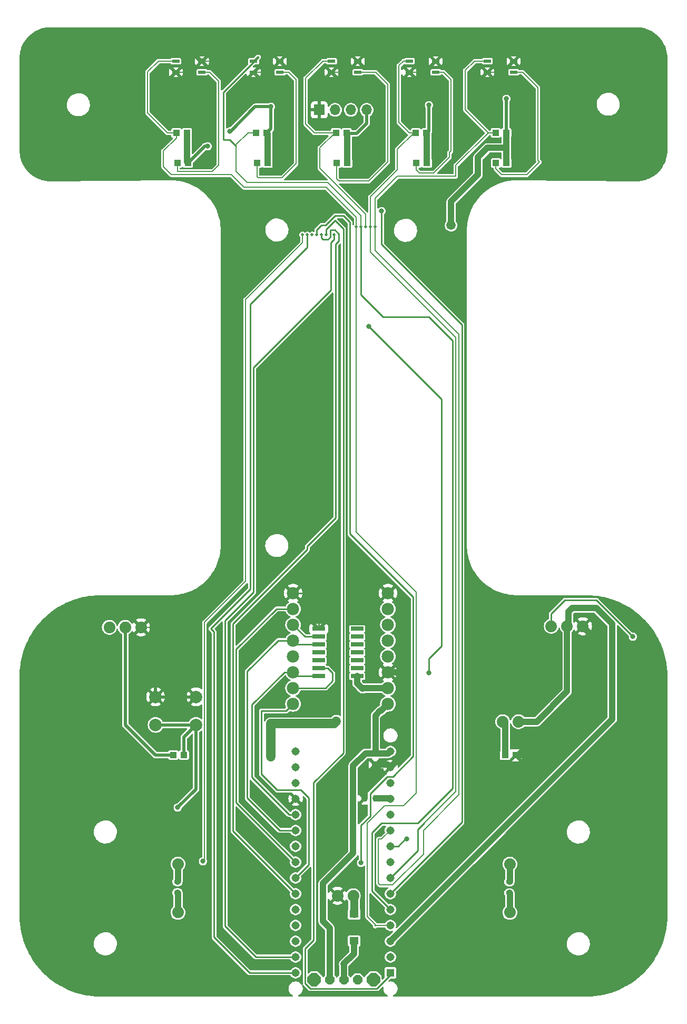
<source format=gbr>
%TF.GenerationSoftware,KiCad,Pcbnew,7.0.7*%
%TF.CreationDate,2024-02-09T12:40:55+08:00*%
%TF.ProjectId,lekirbotv2,6c656b69-7262-46f7-9476-322e6b696361,rev?*%
%TF.SameCoordinates,Original*%
%TF.FileFunction,Copper,L2,Bot*%
%TF.FilePolarity,Positive*%
%FSLAX46Y46*%
G04 Gerber Fmt 4.6, Leading zero omitted, Abs format (unit mm)*
G04 Created by KiCad (PCBNEW 7.0.7) date 2024-02-09 12:40:55*
%MOMM*%
%LPD*%
G01*
G04 APERTURE LIST*
G04 Aperture macros list*
%AMRoundRect*
0 Rectangle with rounded corners*
0 $1 Rounding radius*
0 $2 $3 $4 $5 $6 $7 $8 $9 X,Y pos of 4 corners*
0 Add a 4 corners polygon primitive as box body*
4,1,4,$2,$3,$4,$5,$6,$7,$8,$9,$2,$3,0*
0 Add four circle primitives for the rounded corners*
1,1,$1+$1,$2,$3*
1,1,$1+$1,$4,$5*
1,1,$1+$1,$6,$7*
1,1,$1+$1,$8,$9*
0 Add four rect primitives between the rounded corners*
20,1,$1+$1,$2,$3,$4,$5,0*
20,1,$1+$1,$4,$5,$6,$7,0*
20,1,$1+$1,$6,$7,$8,$9,0*
20,1,$1+$1,$8,$9,$2,$3,0*%
%AMOutline5P*
0 Free polygon, 5 corners , with rotation*
0 The origin of the aperture is its center*
0 number of corners: always 5*
0 $1 to $10 corner X, Y*
0 $11 Rotation angle, in degrees counterclockwise*
0 create outline with 5 corners*
4,1,5,$1,$2,$3,$4,$5,$6,$7,$8,$9,$10,$1,$2,$11*%
%AMOutline6P*
0 Free polygon, 6 corners , with rotation*
0 The origin of the aperture is its center*
0 number of corners: always 6*
0 $1 to $12 corner X, Y*
0 $13 Rotation angle, in degrees counterclockwise*
0 create outline with 6 corners*
4,1,6,$1,$2,$3,$4,$5,$6,$7,$8,$9,$10,$11,$12,$1,$2,$13*%
%AMOutline7P*
0 Free polygon, 7 corners , with rotation*
0 The origin of the aperture is its center*
0 number of corners: always 7*
0 $1 to $14 corner X, Y*
0 $15 Rotation angle, in degrees counterclockwise*
0 create outline with 7 corners*
4,1,7,$1,$2,$3,$4,$5,$6,$7,$8,$9,$10,$11,$12,$13,$14,$1,$2,$15*%
%AMOutline8P*
0 Free polygon, 8 corners , with rotation*
0 The origin of the aperture is its center*
0 number of corners: always 8*
0 $1 to $16 corner X, Y*
0 $17 Rotation angle, in degrees counterclockwise*
0 create outline with 8 corners*
4,1,8,$1,$2,$3,$4,$5,$6,$7,$8,$9,$10,$11,$12,$13,$14,$15,$16,$1,$2,$17*%
G04 Aperture macros list end*
%TA.AperFunction,ComponentPad*%
%ADD10R,1.700000X1.700000*%
%TD*%
%TA.AperFunction,ComponentPad*%
%ADD11O,1.700000X1.700000*%
%TD*%
%TA.AperFunction,ComponentPad*%
%ADD12C,1.879600*%
%TD*%
%TA.AperFunction,ComponentPad*%
%ADD13C,2.000000*%
%TD*%
%TA.AperFunction,ComponentPad*%
%ADD14R,1.308000X1.308000*%
%TD*%
%TA.AperFunction,ComponentPad*%
%ADD15C,1.308000*%
%TD*%
%TA.AperFunction,ComponentPad*%
%ADD16Outline8P,-0.762000X0.315631X-0.315631X0.762000X0.315631X0.762000X0.762000X0.315631X0.762000X-0.315631X0.315631X-0.762000X-0.315631X-0.762000X-0.762000X-0.315631X90.000000*%
%TD*%
%TA.AperFunction,ComponentPad*%
%ADD17Outline8P,-1.066800X0.441883X-0.441883X1.066800X0.441883X1.066800X1.066800X0.441883X1.066800X-0.441883X0.441883X-1.066800X-0.441883X-1.066800X-1.066800X-0.441883X90.000000*%
%TD*%
%TA.AperFunction,ComponentPad*%
%ADD18C,1.980000*%
%TD*%
%TA.AperFunction,SMDPad,CuDef*%
%ADD19R,1.219200X0.533400*%
%TD*%
%TA.AperFunction,SMDPad,CuDef*%
%ADD20R,1.470000X1.270000*%
%TD*%
%TA.AperFunction,SMDPad,CuDef*%
%ADD21R,1.100000X1.000000*%
%TD*%
%TA.AperFunction,SMDPad,CuDef*%
%ADD22R,1.200000X0.800000*%
%TD*%
%TA.AperFunction,SMDPad,CuDef*%
%ADD23RoundRect,0.359360X-0.190640X-0.089840X0.190640X-0.089840X0.190640X0.089840X-0.190640X0.089840X0*%
%TD*%
%TA.AperFunction,SMDPad,CuDef*%
%ADD24RoundRect,0.359360X-0.089840X0.190640X-0.089840X-0.190640X0.089840X-0.190640X0.089840X0.190640X0*%
%TD*%
%TA.AperFunction,SMDPad,CuDef*%
%ADD25R,2.032000X0.660400*%
%TD*%
%TA.AperFunction,ViaPad*%
%ADD26C,0.800000*%
%TD*%
%TA.AperFunction,ViaPad*%
%ADD27C,1.500000*%
%TD*%
%TA.AperFunction,ViaPad*%
%ADD28C,0.500000*%
%TD*%
%TA.AperFunction,Conductor*%
%ADD29C,0.508000*%
%TD*%
%TA.AperFunction,Conductor*%
%ADD30C,0.200000*%
%TD*%
%TA.AperFunction,Conductor*%
%ADD31C,1.000000*%
%TD*%
%TA.AperFunction,Conductor*%
%ADD32C,0.254000*%
%TD*%
%TA.AperFunction,Conductor*%
%ADD33C,1.300000*%
%TD*%
%TA.AperFunction,Conductor*%
%ADD34C,1.500000*%
%TD*%
G04 APERTURE END LIST*
D10*
%TO.P,J3,1,Pin_1*%
%TO.N,GND*%
X88646400Y-46557000D03*
D11*
%TO.P,J3,2,Pin_2*%
%TO.N,/AD5*%
X91186400Y-46557000D03*
%TO.P,J3,3,Pin_3*%
%TO.N,/AD4*%
X93726400Y-46557000D03*
%TO.P,J3,4,Pin_4*%
%TO.N,+5V*%
X96266400Y-46557000D03*
%TD*%
D12*
%TO.P,J1,1,1*%
%TO.N,GND*%
X131013600Y-129455251D03*
%TO.P,J1,2,2*%
%TO.N,+5V*%
X128473600Y-129455251D03*
%TO.P,J1,3,3*%
%TO.N,/IO9*%
X125933600Y-129455251D03*
%TD*%
%TO.P,M1A0,1,1*%
%TO.N,/A01*%
X65938400Y-167664551D03*
%TD*%
%TO.P,J2,1,1*%
%TO.N,GND*%
X59995200Y-129633051D03*
%TO.P,J2,2,2*%
%TO.N,+5V*%
X57455200Y-129633051D03*
%TO.P,J2,3,3*%
%TO.N,/IO10*%
X54915200Y-129633051D03*
%TD*%
D13*
%TO.P,SW1,1,1*%
%TO.N,GND*%
X62334400Y-140804851D03*
X68834400Y-140804851D03*
%TO.P,SW1,2,2*%
%TO.N,/IO8*%
X62334400Y-145304851D03*
X68834400Y-145304851D03*
%TD*%
D12*
%TO.P,LDR0,1,1*%
%TO.N,/AD7*%
X118110400Y-144796851D03*
%TO.P,LDR0,2,2*%
%TO.N,+5V*%
X120650400Y-144796851D03*
%TD*%
%TO.P,BATT0,1,1*%
%TO.N,Net-(BATT0-Pad1)*%
X94107400Y-172736851D03*
%TO.P,BATT0,2,2*%
%TO.N,GND*%
X91567400Y-172736851D03*
%TD*%
D14*
%TO.P,ARDUINO_NANO1,1,SCK/D13*%
%TO.N,/IO13*%
X100076400Y-185106851D03*
D15*
%TO.P,ARDUINO_NANO1,2,3V3*%
%TO.N,/+3V3*%
X100076400Y-182566851D03*
%TO.P,ARDUINO_NANO1,3,AREF*%
%TO.N,+5V*%
X100076400Y-180026851D03*
%TO.P,ARDUINO_NANO1,4,ADC0/A0*%
%TO.N,/AD0*%
X100076400Y-177486851D03*
%TO.P,ARDUINO_NANO1,5,ADC1/A1*%
%TO.N,/AD1*%
X100076400Y-174946851D03*
%TO.P,ARDUINO_NANO1,6,ADC2/A2*%
%TO.N,/AD2*%
X100076400Y-172406851D03*
%TO.P,ARDUINO_NANO1,7,ADC3/A3*%
%TO.N,/AD3*%
X100076400Y-169866851D03*
%TO.P,ARDUINO_NANO1,8,ADC4/SDA/A4*%
%TO.N,/AD4*%
X100076400Y-167326851D03*
%TO.P,ARDUINO_NANO1,9,ADC5/SCL/A5*%
%TO.N,/AD5*%
X100076400Y-164786851D03*
%TO.P,ARDUINO_NANO1,10,ADC6/A6*%
%TO.N,/AD6*%
X100076400Y-162246851D03*
%TO.P,ARDUINO_NANO1,11,ADC7/A7*%
%TO.N,/AD7*%
X100076400Y-159706851D03*
%TO.P,ARDUINO_NANO1,12,5V*%
%TO.N,+5V*%
X100076400Y-157166851D03*
%TO.P,ARDUINO_NANO1,13,~{RESET@2}*%
%TO.N,/RESET*%
X100076400Y-154626851D03*
%TO.P,ARDUINO_NANO1,14,GND@2*%
%TO.N,GND*%
X100076400Y-152086851D03*
%TO.P,ARDUINO_NANO1,15,VIN*%
%TO.N,/VIN*%
X100076400Y-149546851D03*
%TO.P,ARDUINO_NANO1,16,D1/TX*%
%TO.N,/IO0*%
X84836400Y-149546851D03*
%TO.P,ARDUINO_NANO1,17,D0/RX*%
%TO.N,/IO1*%
X84836400Y-152086851D03*
%TO.P,ARDUINO_NANO1,18,~{RESET@1}*%
%TO.N,unconnected-(ARDUINO_NANO1-~{RESET@1}-Pad18)*%
X84836400Y-154626851D03*
%TO.P,ARDUINO_NANO1,19,GND@1*%
%TO.N,GND*%
X84836400Y-157166851D03*
%TO.P,ARDUINO_NANO1,20,D2/INT0*%
%TO.N,/IO2*%
X84836400Y-159706851D03*
%TO.P,ARDUINO_NANO1,21,D3/INT1*%
%TO.N,/IO3*%
X84836400Y-162246851D03*
%TO.P,ARDUINO_NANO1,22,D4/T0*%
%TO.N,/IO4*%
X84836400Y-164786851D03*
%TO.P,ARDUINO_NANO1,23,D5/T1*%
%TO.N,/IO5*%
X84836400Y-167326851D03*
%TO.P,ARDUINO_NANO1,24,D6/AIN0*%
%TO.N,/IO6*%
X84836400Y-169866851D03*
%TO.P,ARDUINO_NANO1,25,D7/AIN1*%
%TO.N,/IO7*%
X84836400Y-172406851D03*
%TO.P,ARDUINO_NANO1,26,D8/CLK0*%
%TO.N,/IO8*%
X84836400Y-174946851D03*
%TO.P,ARDUINO_NANO1,27,D9/OC1A*%
%TO.N,/IO9*%
X84836400Y-177486851D03*
%TO.P,ARDUINO_NANO1,28,D10/OC1B/~{SS}*%
%TO.N,/IO10*%
X84836400Y-180026851D03*
%TO.P,ARDUINO_NANO1,29,D11/MOSI*%
%TO.N,/IO11*%
X84836400Y-182566851D03*
%TO.P,ARDUINO_NANO1,30,D12/MISO*%
%TO.N,/IO12*%
X84836400Y-185106851D03*
%TD*%
D16*
%TO.P,S2X0,1,1*%
%TO.N,/VIN*%
X90360900Y-186198851D03*
%TO.P,S2X0,2,2*%
%TO.N,Net-(D7-PadC)*%
X92583400Y-186198851D03*
%TO.P,S2X0,3,3*%
%TO.N,unconnected-(S2X0-Pad3)*%
X94805900Y-186198851D03*
D17*
%TO.P,S2X0,G1*%
%TO.N,N/C*%
X87833400Y-186211351D03*
%TO.P,S2X0,G2*%
X97333400Y-186186351D03*
%TD*%
D12*
%TO.P,M1B0,1,1*%
%TO.N,/A02*%
X65938400Y-175411551D03*
%TD*%
%TO.P,M2A0,1,1*%
%TO.N,/B01*%
X119278400Y-167664551D03*
%TD*%
%TO.P,M2B0,1,1*%
%TO.N,/B02*%
X119278400Y-175411551D03*
%TD*%
D18*
%TO.P,U1,1,VM*%
%TO.N,/VIN*%
X99670000Y-141935000D03*
%TO.P,U1,2,VCC*%
%TO.N,+5V*%
X99670000Y-139395000D03*
%TO.P,U1,3,GND*%
%TO.N,GND*%
X99670000Y-136855000D03*
%TO.P,U1,4,A01*%
%TO.N,/A01*%
X99670000Y-134315000D03*
%TO.P,U1,5,A02*%
%TO.N,/A02*%
X99670000Y-131775000D03*
%TO.P,U1,6,B02*%
%TO.N,/B02*%
X99670000Y-129235000D03*
%TO.P,U1,7,B01*%
%TO.N,/B01*%
X99670000Y-126695000D03*
%TO.P,U1,8,GND*%
%TO.N,GND*%
X99670000Y-124155000D03*
%TO.P,U1,9,GND*%
X84430000Y-124155000D03*
%TO.P,U1,10,PWMB*%
%TO.N,/IO5*%
X84430000Y-126695000D03*
%TO.P,U1,11,BI2*%
%TO.N,Net-(IC3C-O)*%
X84430000Y-129235000D03*
%TO.P,U1,12,BI1*%
%TO.N,/IO3*%
X84430000Y-131775000D03*
%TO.P,U1,13,STBY*%
%TO.N,+5V*%
X84430000Y-134315000D03*
%TO.P,U1,14,AI1*%
%TO.N,/IO2*%
X84430000Y-136855000D03*
%TO.P,U1,15,AI2*%
%TO.N,Net-(IC3A-O)*%
X84430000Y-139395000D03*
%TO.P,U1,16,PWMA*%
%TO.N,/IO6*%
X84430000Y-141935000D03*
%TD*%
D19*
%TO.P,U2,1,A*%
%TO.N,Net-(U2-A)*%
X69799600Y-40511800D03*
%TO.P,U2,2,K*%
%TO.N,GND*%
X65583200Y-40511800D03*
%TO.P,U2,3,C*%
%TO.N,/AD0*%
X65583200Y-38733800D03*
%TO.P,U2,4,E*%
%TO.N,GND*%
X69799600Y-38733800D03*
%TD*%
%TO.P,U6,1,A*%
%TO.N,Net-(U6-A)*%
X94831300Y-40511800D03*
%TO.P,U6,2,K*%
%TO.N,GND*%
X90614900Y-40511800D03*
%TO.P,U6,3,C*%
%TO.N,/AD2*%
X90614900Y-38733800D03*
%TO.P,U6,4,E*%
%TO.N,GND*%
X94831300Y-38733800D03*
%TD*%
%TO.P,U8,1,A*%
%TO.N,Net-(U8-A)*%
X119863000Y-40511800D03*
%TO.P,U8,2,K*%
%TO.N,GND*%
X115646600Y-40511800D03*
%TO.P,U8,3,C*%
%TO.N,/AD6*%
X115646600Y-38733800D03*
%TO.P,U8,4,E*%
%TO.N,GND*%
X119863000Y-38733800D03*
%TD*%
D20*
%TO.P,D7,A,A*%
%TO.N,Net-(BATT0-Pad1)*%
X94234400Y-175675051D03*
%TO.P,D7,C,C*%
%TO.N,Net-(D7-PadC)*%
X94234400Y-179975051D03*
%TD*%
D21*
%TO.P,R17,1,1*%
%TO.N,/IO8*%
X66890400Y-150130851D03*
%TO.P,R17,2,2*%
%TO.N,+5V*%
X65190400Y-150130851D03*
%TD*%
%TO.P,R12,1,1*%
%TO.N,+5V*%
X80198000Y-50239800D03*
%TO.P,R12,2,2*%
%TO.N,/AD1*%
X78498000Y-50239800D03*
%TD*%
D22*
%TO.P,C2,1,1*%
%TO.N,/VIN*%
X97663400Y-149865851D03*
%TO.P,C2,2,2*%
%TO.N,GND*%
X97663400Y-151665851D03*
%TD*%
D23*
%TO.P,C6,1,1*%
%TO.N,/A02*%
X65862200Y-172261951D03*
%TO.P,C6,2,2*%
%TO.N,/A01*%
X65862200Y-170483951D03*
%TD*%
D21*
%TO.P,R16,1,1*%
%TO.N,GND*%
X120205000Y-150190000D03*
%TO.P,R16,2,2*%
%TO.N,/AD7*%
X118505000Y-150190000D03*
%TD*%
%TO.P,R13,1,1*%
%TO.N,Net-(U5-A)*%
X78641100Y-55091200D03*
%TO.P,R13,2,2*%
%TO.N,+5V*%
X80341100Y-55091200D03*
%TD*%
D24*
%TO.P,C1,1,1*%
%TO.N,GND*%
X95936200Y-157090451D03*
%TO.P,C1,2,2*%
%TO.N,+5V*%
X97714200Y-157090451D03*
%TD*%
D19*
%TO.P,U7,1,A*%
%TO.N,Net-(U7-A)*%
X107347200Y-40511800D03*
%TO.P,U7,2,K*%
%TO.N,GND*%
X103130800Y-40511800D03*
%TO.P,U7,3,C*%
%TO.N,/AD3*%
X103130800Y-38733800D03*
%TO.P,U7,4,E*%
%TO.N,GND*%
X107347200Y-38733800D03*
%TD*%
D21*
%TO.P,R11,1,1*%
%TO.N,Net-(U6-A)*%
X91436000Y-55091200D03*
%TO.P,R11,2,2*%
%TO.N,+5V*%
X93136000Y-55091200D03*
%TD*%
D25*
%TO.P,IC3,1,I*%
%TO.N,/IO2*%
X88570200Y-137490000D03*
%TO.P,IC3,2,O*%
%TO.N,Net-(IC3A-O)*%
X88570200Y-136220000D03*
%TO.P,IC3,3,I*%
%TO.N,unconnected-(IC3B-I-Pad3)*%
X88570200Y-134950000D03*
%TO.P,IC3,4,O*%
%TO.N,unconnected-(IC3B-O-Pad4)*%
X88570200Y-133680000D03*
%TO.P,IC3,5,I*%
%TO.N,/IO3*%
X88570200Y-132410000D03*
%TO.P,IC3,6,O*%
%TO.N,Net-(IC3C-O)*%
X88570200Y-131140000D03*
%TO.P,IC3,7,GND*%
%TO.N,GND*%
X88570200Y-129870000D03*
%TO.P,IC3,8,O*%
%TO.N,unconnected-(IC3D-O-Pad8)*%
X94717000Y-129870000D03*
%TO.P,IC3,9,I*%
%TO.N,unconnected-(IC3D-I-Pad9)*%
X94717000Y-131140000D03*
%TO.P,IC3,10,O*%
%TO.N,unconnected-(IC3E-O-Pad10)*%
X94717000Y-132410000D03*
%TO.P,IC3,11,I*%
%TO.N,unconnected-(IC3E-I-Pad11)*%
X94717000Y-133680000D03*
%TO.P,IC3,12,O*%
%TO.N,unconnected-(IC3F-O-Pad12)*%
X94717000Y-134950000D03*
%TO.P,IC3,13,I*%
%TO.N,unconnected-(IC3F-I-Pad13)*%
X94717000Y-136220000D03*
%TO.P,IC3,14,VCC*%
%TO.N,+5V*%
X94717000Y-137490000D03*
%TD*%
D21*
%TO.P,R15,1,1*%
%TO.N,Net-(U2-A)*%
X65846200Y-55091200D03*
%TO.P,R15,2,2*%
%TO.N,+5V*%
X67546200Y-55091200D03*
%TD*%
%TO.P,R10,1,1*%
%TO.N,+5V*%
X93034400Y-50239800D03*
%TO.P,R10,2,2*%
%TO.N,/AD2*%
X91334400Y-50239800D03*
%TD*%
D23*
%TO.P,C7,1,1*%
%TO.N,/B02*%
X119202200Y-172287351D03*
%TO.P,C7,2,2*%
%TO.N,/B01*%
X119202200Y-170509351D03*
%TD*%
D19*
%TO.P,U5,1,A*%
%TO.N,Net-(U5-A)*%
X82315500Y-40511800D03*
%TO.P,U5,2,K*%
%TO.N,GND*%
X78099100Y-40511800D03*
%TO.P,U5,3,C*%
%TO.N,/AD1*%
X78099100Y-38733800D03*
%TO.P,U5,4,E*%
%TO.N,GND*%
X82315500Y-38733800D03*
%TD*%
D21*
%TO.P,R7,1,1*%
%TO.N,Net-(U8-A)*%
X117025800Y-55091200D03*
%TO.P,R7,2,2*%
%TO.N,+5V*%
X118725800Y-55091200D03*
%TD*%
%TO.P,R14,1,1*%
%TO.N,+5V*%
X67361600Y-50239800D03*
%TO.P,R14,2,2*%
%TO.N,/AD0*%
X65661600Y-50239800D03*
%TD*%
%TO.P,R9,1,1*%
%TO.N,Net-(U7-A)*%
X104230900Y-55091200D03*
%TO.P,R9,2,2*%
%TO.N,+5V*%
X105930900Y-55091200D03*
%TD*%
%TO.P,R8,1,1*%
%TO.N,+5V*%
X105870800Y-50239800D03*
%TO.P,R8,2,2*%
%TO.N,/AD3*%
X104170800Y-50239800D03*
%TD*%
%TO.P,R6,1,1*%
%TO.N,+5V*%
X118707200Y-50239800D03*
%TO.P,R6,2,2*%
%TO.N,/AD6*%
X117007200Y-50239800D03*
%TD*%
D26*
%TO.N,+5V*%
X70714000Y-52400000D03*
X118720000Y-44780000D03*
X106274000Y-45796000D03*
X74278500Y-49987000D03*
D27*
X109830000Y-65100000D03*
D26*
X80874000Y-46050000D03*
D28*
%TO.N,/AD0*%
X94590000Y-65354000D03*
%TO.N,/AD1*%
X95352000Y-65354000D03*
D26*
%TO.N,/AD2*%
X98654000Y-62814000D03*
D28*
X96114000Y-65354000D03*
%TO.N,/AD3*%
X96876000Y-65354000D03*
D26*
%TO.N,/AD4*%
X95352000Y-167462000D03*
D28*
X88240000Y-66624000D03*
D26*
%TO.N,/AD5*%
X96622000Y-81356000D03*
X106274000Y-136982000D03*
D28*
X87478000Y-66624000D03*
D26*
X102718000Y-163652000D03*
D28*
%TO.N,/AD6*%
X97638000Y-65354000D03*
%TO.N,/IO4*%
X85954000Y-66624000D03*
D26*
X69952000Y-167208000D03*
D28*
%TO.N,/IO7*%
X89002000Y-66624000D03*
D26*
%TO.N,/IO8*%
X65888000Y-158572000D03*
%TO.N,/IO9*%
X139040000Y-131140000D03*
D27*
%TO.N,/A01*%
X80874000Y-150444000D03*
X91385266Y-144699265D03*
D28*
%TO.N,/IO13*%
X89764000Y-66624000D03*
%TO.N,/IO11*%
X91034000Y-66624000D03*
%TO.N,/IO12*%
X86716000Y-66624000D03*
%TD*%
D29*
%TO.N,+5V*%
X118707200Y-44792800D02*
X118707200Y-50239800D01*
X118720000Y-44780000D02*
X118707200Y-44792800D01*
D30*
%TO.N,/AD0*%
X76556000Y-59004000D02*
X74524000Y-56972000D01*
X74524000Y-56972000D02*
X64872000Y-56972000D01*
X94590000Y-63830000D02*
X89764000Y-59004000D01*
X65661600Y-51102400D02*
X65661600Y-50239800D01*
X89764000Y-59004000D02*
X76556000Y-59004000D01*
X94590000Y-65354000D02*
X94590000Y-63830000D01*
X64872000Y-56972000D02*
X63602000Y-55702000D01*
X63602000Y-55702000D02*
X63602000Y-53162000D01*
X63602000Y-53162000D02*
X65661600Y-51102400D01*
X94590000Y-114376000D02*
X104242000Y-124028000D01*
X104242000Y-156286000D02*
X102210000Y-158318000D01*
X94590000Y-65354000D02*
X94590000Y-114376000D01*
X99162000Y-158318000D02*
X96368000Y-161112000D01*
X104242000Y-124028000D02*
X104242000Y-156286000D01*
X102210000Y-158318000D02*
X99162000Y-158318000D01*
X96368000Y-176098000D02*
X97638000Y-177368000D01*
X96368000Y-161112000D02*
X96368000Y-176098000D01*
X97638000Y-177622000D02*
X97773149Y-177486851D01*
X97638000Y-177368000D02*
X97638000Y-177622000D01*
X97773149Y-177486851D02*
X100076400Y-177486851D01*
D31*
%TO.N,+5V*%
X93136000Y-55091200D02*
X93136000Y-50341400D01*
D29*
X74278500Y-49987000D02*
X74397000Y-49987000D01*
D31*
X118725800Y-55091200D02*
X118725800Y-52654000D01*
X109830000Y-61290000D02*
X109830000Y-65100000D01*
X115672000Y-52654000D02*
X114148000Y-54178000D01*
X128724784Y-127231216D02*
X128725130Y-127329651D01*
D29*
X106274000Y-45796000D02*
X106274000Y-49956800D01*
D31*
X94717000Y-137490000D02*
X94717000Y-138633000D01*
D29*
X80874000Y-49563800D02*
X80198000Y-50239800D01*
D31*
X114148000Y-54178000D02*
X114148000Y-56972000D01*
X100000000Y-157090451D02*
X100076400Y-157166851D01*
D30*
X93136000Y-50341400D02*
X93034400Y-50239800D01*
D31*
X133198000Y-126568000D02*
X129267588Y-126568000D01*
X94717000Y-138633000D02*
X95606000Y-139522000D01*
X129267588Y-126568000D02*
X128724784Y-127110804D01*
D30*
X105930900Y-50299900D02*
X105870800Y-50239800D01*
D29*
X62272851Y-150130851D02*
X57455200Y-145313200D01*
X78334000Y-46050000D02*
X80874000Y-46050000D01*
D31*
X120650400Y-144796851D02*
X123605149Y-144796851D01*
X80341100Y-55091200D02*
X80341100Y-50382900D01*
X123605149Y-144796851D02*
X128473600Y-139928400D01*
X128724784Y-127110804D02*
X128724784Y-127231216D01*
D29*
X65190400Y-150130851D02*
X62272851Y-150130851D01*
D31*
X128473600Y-139928400D02*
X128473600Y-129455251D01*
D29*
X106274000Y-49956800D02*
X105930900Y-50299900D01*
X57455200Y-145313200D02*
X57455200Y-129633051D01*
D31*
X135738000Y-129108000D02*
X133198000Y-126568000D01*
D29*
X74397000Y-49987000D02*
X78334000Y-46050000D01*
D31*
X135738000Y-144365251D02*
X135738000Y-129108000D01*
X100076400Y-180026851D02*
X135738000Y-144365251D01*
D30*
X80341100Y-50382900D02*
X80198000Y-50239800D01*
D31*
X128372000Y-129353651D02*
X128473600Y-129455251D01*
D29*
X96266400Y-46557000D02*
X96266400Y-48691600D01*
D31*
X97714200Y-157090451D02*
X100000000Y-157090451D01*
X67361600Y-50239800D02*
X67361600Y-54906600D01*
X105930900Y-55091200D02*
X105930900Y-50299900D01*
X118725800Y-52654000D02*
X118725800Y-50258400D01*
X95733000Y-139395000D02*
X99670000Y-139395000D01*
D29*
X70714000Y-52400000D02*
X70237400Y-52400000D01*
X94616600Y-50341400D02*
X93136000Y-50341400D01*
D31*
X118725800Y-52654000D02*
X115672000Y-52654000D01*
D29*
X96266400Y-48691600D02*
X94616600Y-50341400D01*
X80874000Y-46050000D02*
X80874000Y-49563800D01*
D31*
X128725130Y-127329651D02*
X128725130Y-129203721D01*
D30*
X67361600Y-54906600D02*
X67546200Y-55091200D01*
D31*
X128725130Y-129203721D02*
X128473600Y-129455251D01*
X114148000Y-56972000D02*
X109830000Y-61290000D01*
D29*
X70237400Y-52400000D02*
X67546200Y-55091200D01*
D32*
X95606000Y-139522000D02*
X95733000Y-139395000D01*
D30*
X118725800Y-50258400D02*
X118707200Y-50239800D01*
D31*
%TO.N,GND*%
X102091000Y-137879000D02*
X101067000Y-136855000D01*
D30*
X59284000Y-40716000D02*
X59284000Y-53162000D01*
X69799600Y-38733800D02*
X69239800Y-38733800D01*
X80537500Y-40511800D02*
X82315500Y-38733800D01*
D31*
X100076400Y-152086851D02*
X102091000Y-150072251D01*
D32*
X88570200Y-125882200D02*
X88240000Y-125552000D01*
D30*
X83668000Y-37414000D02*
X96114000Y-37414000D01*
X118085000Y-40511800D02*
X119863000Y-38733800D01*
X118543200Y-37414000D02*
X119863000Y-38733800D01*
X94831300Y-38733800D02*
X94831300Y-38696700D01*
D31*
X95936200Y-155447800D02*
X97663400Y-153720600D01*
D30*
X65583200Y-40511800D02*
X68021600Y-40511800D01*
D29*
X62334400Y-131972251D02*
X59995200Y-129633051D01*
D32*
X88570200Y-129870000D02*
X88570200Y-125882200D01*
D30*
X69799600Y-38733800D02*
X72442200Y-38733800D01*
D31*
X95936200Y-157090451D02*
X95936200Y-155447800D01*
X102091000Y-150072251D02*
X102091000Y-137879000D01*
D29*
X62334400Y-140804851D02*
X68834400Y-140804851D01*
X62334400Y-140804851D02*
X62334400Y-131972251D01*
D30*
X90614900Y-40511800D02*
X93053300Y-40511800D01*
X70206000Y-57426000D02*
X75794000Y-63014000D01*
X63548000Y-57426000D02*
X70206000Y-57426000D01*
D31*
X133198000Y-140792000D02*
X133198000Y-131639651D01*
D30*
X75794000Y-63014000D02*
X75794000Y-121742000D01*
X69239800Y-38733800D02*
X67920000Y-37414000D01*
D31*
X101067000Y-136855000D02*
X99670000Y-136855000D01*
D30*
X103130800Y-40511800D02*
X105569200Y-40511800D01*
D29*
X88646400Y-46557000D02*
X88646400Y-42480300D01*
D30*
X93053300Y-40511800D02*
X94831300Y-38733800D01*
X115646600Y-40511800D02*
X118085000Y-40511800D01*
X75794000Y-121742000D02*
X67902949Y-129633051D01*
D32*
X86081000Y-124155000D02*
X84430000Y-124155000D01*
D31*
X123800000Y-150190000D02*
X133198000Y-140792000D01*
D30*
X73762000Y-37414000D02*
X83668000Y-37414000D01*
X59284000Y-53162000D02*
X63548000Y-57426000D01*
X67902949Y-129633051D02*
X59995200Y-129633051D01*
X78099100Y-40511800D02*
X80537500Y-40511800D01*
X82315500Y-38733800D02*
X82348200Y-38733800D01*
D32*
X87478000Y-125552000D02*
X86081000Y-124155000D01*
D31*
X133198000Y-131639651D02*
X131013600Y-129455251D01*
D30*
X108560000Y-37521000D02*
X108560000Y-37414000D01*
X67920000Y-37414000D02*
X62586000Y-37414000D01*
X96114000Y-37414000D02*
X108560000Y-37414000D01*
X82348200Y-38733800D02*
X83668000Y-37414000D01*
X108560000Y-37414000D02*
X118543200Y-37414000D01*
X62586000Y-37414000D02*
X59284000Y-40716000D01*
X72442200Y-38733800D02*
X73762000Y-37414000D01*
D32*
X88240000Y-125552000D02*
X87478000Y-125552000D01*
D31*
X97663400Y-153720600D02*
X97663400Y-151665851D01*
D30*
X105569200Y-40511800D02*
X107347200Y-38733800D01*
X94831300Y-38696700D02*
X96114000Y-37414000D01*
D31*
X120205000Y-150190000D02*
X123800000Y-150190000D01*
D29*
X88646400Y-42480300D02*
X90614900Y-40511800D01*
D31*
X99655400Y-151665851D02*
X100076400Y-152086851D01*
D30*
X107347200Y-38733800D02*
X108560000Y-37521000D01*
D31*
X97663400Y-151665851D02*
X99655400Y-151665851D01*
D30*
X68021600Y-40511800D02*
X69799600Y-38733800D01*
%TO.N,/AD0*%
X65661600Y-50239800D02*
X64235800Y-50239800D01*
X61062000Y-47066000D02*
X61062000Y-40462000D01*
X61062000Y-40462000D02*
X62790200Y-38733800D01*
X62790200Y-38733800D02*
X65583200Y-38733800D01*
X64235800Y-50239800D02*
X61062000Y-47066000D01*
%TO.N,/AD1*%
X95352000Y-63576000D02*
X95352000Y-65354000D01*
X90018000Y-58242000D02*
X95352000Y-63576000D01*
D32*
X98654000Y-161112000D02*
X104496000Y-161112000D01*
X106274000Y-79832000D02*
X98908000Y-79832000D01*
X110084000Y-83642000D02*
X106274000Y-79832000D01*
D30*
X75286000Y-52146000D02*
X75286000Y-52400000D01*
X75286000Y-56464000D02*
X77064000Y-58242000D01*
D32*
X78886500Y-38086100D02*
X73254000Y-43718600D01*
D30*
X77064000Y-58242000D02*
X90018000Y-58242000D01*
D32*
X100076400Y-174946851D02*
X97130000Y-172000451D01*
X73254000Y-43718600D02*
X73254000Y-51384000D01*
X74270000Y-51384000D02*
X75286000Y-52400000D01*
X95352000Y-76276000D02*
X95352000Y-65354000D01*
X104496000Y-161112000D02*
X110084000Y-155524000D01*
D30*
X75286000Y-52400000D02*
X75286000Y-56464000D01*
D32*
X78099100Y-38733800D02*
X78746800Y-38086100D01*
X98908000Y-79832000D02*
X95352000Y-76276000D01*
D30*
X77192200Y-50239800D02*
X75286000Y-52146000D01*
D32*
X73254000Y-51384000D02*
X74270000Y-51384000D01*
X97130000Y-172000451D02*
X97130000Y-162636000D01*
X78746800Y-38086100D02*
X78886500Y-38086100D01*
D30*
X78498000Y-50239800D02*
X77192200Y-50239800D01*
D32*
X110084000Y-155524000D02*
X110084000Y-83642000D01*
X97130000Y-162636000D02*
X98654000Y-161112000D01*
D30*
%TO.N,/AD2*%
X91334400Y-50239800D02*
X91162200Y-50239800D01*
D32*
X111581000Y-160902251D02*
X111581000Y-81075000D01*
D30*
X86462000Y-41478000D02*
X86462000Y-48844000D01*
X89206200Y-38733800D02*
X86462000Y-41478000D01*
X86462000Y-48844000D02*
X87857800Y-50239800D01*
X91162200Y-50239800D02*
X88748000Y-52654000D01*
D32*
X100076400Y-172406851D02*
X111581000Y-160902251D01*
X98654000Y-68148000D02*
X98654000Y-62814000D01*
X98654000Y-62814000D02*
X98654000Y-63068000D01*
D30*
X88748000Y-52654000D02*
X88748000Y-55956000D01*
X90614900Y-38733800D02*
X89206200Y-38733800D01*
D32*
X111581000Y-81075000D02*
X98654000Y-68148000D01*
D30*
X88748000Y-55956000D02*
X96114000Y-63322000D01*
X96114000Y-63322000D02*
X96114000Y-65354000D01*
X87857800Y-50239800D02*
X91334400Y-50239800D01*
D32*
%TO.N,/AD3*%
X100076400Y-169866851D02*
X104496000Y-165447251D01*
D30*
X103097800Y-50239800D02*
X104170800Y-50239800D01*
X101194000Y-52908000D02*
X101194000Y-56210000D01*
X110592000Y-156032000D02*
X105512000Y-161112000D01*
X96876000Y-65354000D02*
X96876000Y-69418000D01*
X103130800Y-38733800D02*
X102160200Y-38733800D01*
X101194000Y-56210000D02*
X96876000Y-60528000D01*
X96876000Y-69418000D02*
X110592000Y-83134000D01*
X104170800Y-50239800D02*
X103862200Y-50239800D01*
X96876000Y-60528000D02*
X96876000Y-65354000D01*
X101448000Y-48590000D02*
X103097800Y-50239800D01*
X110592000Y-83134000D02*
X110592000Y-156032000D01*
D32*
X104496000Y-165447251D02*
X104496000Y-162128000D01*
D30*
X103862200Y-50239800D02*
X101194000Y-52908000D01*
D32*
X104496000Y-162128000D02*
X105512000Y-161112000D01*
D30*
X101448000Y-39446000D02*
X101448000Y-48590000D01*
X102160200Y-38733800D02*
X101448000Y-39446000D01*
D32*
%TO.N,/AD4*%
X93574000Y-114630000D02*
X103734000Y-124790000D01*
X100505112Y-153591851D02*
X99570149Y-153591851D01*
X91192986Y-63576000D02*
X92558000Y-63576000D01*
X103734000Y-150362963D02*
X100505112Y-153591851D01*
X95352000Y-161447764D02*
X95352000Y-167462000D01*
X92558000Y-63576000D02*
X93574000Y-64592000D01*
X103734000Y-124790000D02*
X103734000Y-150362963D01*
X88240000Y-65862000D02*
X89002000Y-65100000D01*
X96833200Y-156328800D02*
X96833200Y-159966564D01*
X89668986Y-65100000D02*
X91192986Y-63576000D01*
X88240000Y-66624000D02*
X88240000Y-65862000D01*
X89002000Y-65100000D02*
X89668986Y-65100000D01*
X99570149Y-153591851D02*
X96833200Y-156328800D01*
X93574000Y-64592000D02*
X93574000Y-114630000D01*
X96833200Y-159966564D02*
X95352000Y-161447764D01*
%TO.N,/AD5*%
X108306000Y-93040000D02*
X96622000Y-81356000D01*
X102718000Y-163652000D02*
X102718000Y-163398000D01*
X106274000Y-136982000D02*
X106274000Y-134696000D01*
X106274000Y-134696000D02*
X108306000Y-132664000D01*
X102718000Y-163398000D02*
X102718000Y-163398000D01*
X101329149Y-164786851D02*
X102464000Y-163652000D01*
X102464000Y-163652000D02*
X102718000Y-163652000D01*
X100076400Y-164786851D02*
X101329149Y-164786851D01*
X108306000Y-132664000D02*
X108306000Y-93040000D01*
D30*
%TO.N,/AD6*%
X111100000Y-156540000D02*
X105393149Y-162246851D01*
X98146000Y-170764000D02*
X98146000Y-163652000D01*
X97638000Y-60782000D02*
X97638000Y-65354000D01*
X110592000Y-57226000D02*
X101194000Y-57226000D01*
X97638000Y-69164000D02*
X111100000Y-82626000D01*
X112116000Y-40208000D02*
X112116000Y-46558000D01*
X100432000Y-171018000D02*
X98400000Y-171018000D01*
X117007200Y-50239800D02*
X115800200Y-50239800D01*
X110592000Y-55448000D02*
X110592000Y-57226000D01*
X105393149Y-162246851D02*
X105393149Y-166056851D01*
X105393149Y-166056851D02*
X100432000Y-171018000D01*
X115800200Y-50239800D02*
X110592000Y-55448000D01*
X115646600Y-38733800D02*
X113590200Y-38733800D01*
X98671251Y-163652000D02*
X100076400Y-162246851D01*
X101194000Y-57226000D02*
X97638000Y-60782000D01*
X98400000Y-171018000D02*
X98146000Y-170764000D01*
X97638000Y-65354000D02*
X97638000Y-69164000D01*
X112116000Y-46558000D02*
X115797800Y-50239800D01*
X111100000Y-82626000D02*
X111100000Y-156540000D01*
X98146000Y-163652000D02*
X98671251Y-163652000D01*
X113590200Y-38733800D02*
X112116000Y-40208000D01*
X115797800Y-50239800D02*
X115800200Y-50239800D01*
D31*
%TO.N,/AD7*%
X118505000Y-145191451D02*
X118110400Y-144796851D01*
X118505000Y-150190000D02*
X118505000Y-145191451D01*
D32*
%TO.N,/IO2*%
X83033000Y-136855000D02*
X84430000Y-136855000D01*
X83786851Y-159706851D02*
X77826000Y-153746000D01*
X88570200Y-137490000D02*
X85065000Y-137490000D01*
X77826000Y-153746000D02*
X77826000Y-142062000D01*
X85065000Y-137490000D02*
X84430000Y-136855000D01*
X77826000Y-142062000D02*
X83033000Y-136855000D01*
X84836400Y-159706851D02*
X83786851Y-159706851D01*
%TO.N,/IO3*%
X82262851Y-162246851D02*
X77064000Y-157048000D01*
X88570200Y-132410000D02*
X85065000Y-132410000D01*
X82017000Y-131775000D02*
X84430000Y-131775000D01*
X84836400Y-162246851D02*
X82262851Y-162246851D01*
X77064000Y-157048000D02*
X77064000Y-136728000D01*
X77064000Y-136728000D02*
X82017000Y-131775000D01*
X85065000Y-132410000D02*
X84430000Y-131775000D01*
D30*
%TO.N,/IO4*%
X69952000Y-167462000D02*
X69952000Y-167462000D01*
X70206000Y-128854000D02*
X70206000Y-167208000D01*
X76810000Y-77038000D02*
X76810000Y-122250000D01*
X85954000Y-66624000D02*
X85954000Y-67894000D01*
X85954000Y-67894000D02*
X76810000Y-77038000D01*
X69952000Y-167208000D02*
X69952000Y-167462000D01*
X76810000Y-122250000D02*
X70206000Y-128854000D01*
X70206000Y-167208000D02*
X70206000Y-167208000D01*
X70206000Y-167208000D02*
X69952000Y-167208000D01*
D32*
%TO.N,/IO5*%
X81763000Y-126695000D02*
X84430000Y-126695000D01*
X75286000Y-133172000D02*
X81763000Y-126695000D01*
X84836400Y-167326851D02*
X75286000Y-157776451D01*
X75286000Y-157776451D02*
X75286000Y-133172000D01*
%TO.N,/IO6*%
X86970000Y-157048000D02*
X86970000Y-167733251D01*
X79350000Y-153238000D02*
X81890000Y-155778000D01*
X86970000Y-167733251D02*
X84836400Y-169866851D01*
X85700000Y-155778000D02*
X86970000Y-157048000D01*
X81890000Y-155778000D02*
X85700000Y-155778000D01*
X79350000Y-143078000D02*
X79350000Y-153238000D01*
X83287000Y-143078000D02*
X79350000Y-143078000D01*
X84430000Y-141935000D02*
X83287000Y-143078000D01*
%TO.N,/IO7*%
X91288000Y-112090000D02*
X91288000Y-68148000D01*
X91288000Y-68148000D02*
X91796000Y-67640000D01*
X89256000Y-67386000D02*
X89002000Y-67132000D01*
X89002000Y-67132000D02*
X89002000Y-66624000D01*
X90470493Y-65862000D02*
X90395000Y-65937493D01*
X74778000Y-162348451D02*
X74778000Y-129108000D01*
X84836400Y-172406851D02*
X74778000Y-162348451D01*
X90395000Y-65937493D02*
X90395000Y-67009000D01*
X91164369Y-65862000D02*
X90470493Y-65862000D01*
X90018000Y-67386000D02*
X89256000Y-67386000D01*
X86716000Y-116662000D02*
X91288000Y-112090000D01*
X74778000Y-129108000D02*
X86716000Y-117170000D01*
X90395000Y-67009000D02*
X90018000Y-67386000D01*
X91796000Y-67640000D02*
X91796000Y-66493631D01*
X91796000Y-66493631D02*
X91164369Y-65862000D01*
X86716000Y-117170000D02*
X86716000Y-116662000D01*
D29*
%TO.N,/IO8*%
X66890400Y-147248851D02*
X68834400Y-145304851D01*
X68834400Y-145304851D02*
X62334400Y-145304851D01*
X68834400Y-155625600D02*
X65888000Y-158572000D01*
X68834400Y-145304851D02*
X68834400Y-155625600D01*
X66890400Y-150130851D02*
X66890400Y-147248851D01*
D32*
%TO.N,/IO9*%
X125933600Y-127482400D02*
X125933600Y-129455251D01*
X128118000Y-125298000D02*
X125933600Y-127482400D01*
X133198000Y-125298000D02*
X128118000Y-125298000D01*
X139040000Y-131140000D02*
X133198000Y-125298000D01*
D33*
%TO.N,Net-(BATT0-Pad1)*%
X94234400Y-175675051D02*
X94234400Y-172863851D01*
D31*
X94234400Y-172863851D02*
X94107400Y-172736851D01*
%TO.N,/A02*%
X65938400Y-172338151D02*
X65862200Y-172261951D01*
X65938400Y-175411551D02*
X65938400Y-172338151D01*
D34*
%TO.N,/A01*%
X80874000Y-150444000D02*
X80874000Y-145110000D01*
X90974531Y-145110000D02*
X91385266Y-144699265D01*
X80874000Y-145110000D02*
X90974531Y-145110000D01*
D31*
X65938400Y-167664551D02*
X65938400Y-170407751D01*
X65938400Y-170407751D02*
X65862200Y-170483951D01*
%TO.N,/B02*%
X119278400Y-175411551D02*
X119278400Y-172363551D01*
X119278400Y-172363551D02*
X119202200Y-172287351D01*
%TO.N,/B01*%
X119278400Y-170433151D02*
X119202200Y-170509351D01*
X119278400Y-167664551D02*
X119278400Y-170433151D01*
%TO.N,Net-(D7-PadC)*%
X92558000Y-183718000D02*
X92583400Y-183743400D01*
X94234400Y-179975051D02*
X94234400Y-182041600D01*
X92583400Y-183743400D02*
X92583400Y-186198851D01*
X94234400Y-182041600D02*
X92558000Y-183718000D01*
D32*
%TO.N,Net-(IC3A-O)*%
X90780000Y-138252000D02*
X89637000Y-139395000D01*
X88570200Y-136220000D02*
X90018000Y-136220000D01*
X90018000Y-136220000D02*
X90780000Y-136982000D01*
X90780000Y-136982000D02*
X90780000Y-138252000D01*
X89637000Y-139395000D02*
X84430000Y-139395000D01*
%TO.N,Net-(IC3C-O)*%
X86335000Y-131140000D02*
X84430000Y-129235000D01*
X88570200Y-131140000D02*
X86335000Y-131140000D01*
D30*
%TO.N,Net-(U2-A)*%
X65846200Y-56422200D02*
X65846200Y-55091200D01*
X72492000Y-41986000D02*
X72492000Y-55448000D01*
X72492000Y-55448000D02*
X71476000Y-56464000D01*
X71017800Y-40511800D02*
X72492000Y-41986000D01*
X69799600Y-40511800D02*
X71017800Y-40511800D01*
X71476000Y-56464000D02*
X65888000Y-56464000D01*
X65888000Y-56464000D02*
X65846200Y-56422200D01*
%TO.N,Net-(U5-A)*%
X83717800Y-40511800D02*
X84938000Y-41732000D01*
X78641100Y-57279100D02*
X78641100Y-55091200D01*
X78842000Y-57480000D02*
X78641100Y-57279100D01*
X84938000Y-55194000D02*
X82652000Y-57480000D01*
X82315500Y-40511800D02*
X83717800Y-40511800D01*
X82652000Y-57480000D02*
X78842000Y-57480000D01*
X84938000Y-41732000D02*
X84938000Y-55194000D01*
%TO.N,Net-(U6-A)*%
X97687800Y-40511800D02*
X99670000Y-42494000D01*
X99670000Y-54940000D02*
X96622000Y-57988000D01*
X91796000Y-57988000D02*
X91436000Y-57628000D01*
X91436000Y-57628000D02*
X91436000Y-55091200D01*
X99670000Y-42494000D02*
X99670000Y-54940000D01*
X96622000Y-57988000D02*
X91796000Y-57988000D01*
X94831300Y-40511800D02*
X97687800Y-40511800D01*
%TO.N,Net-(U7-A)*%
X109576000Y-54178000D02*
X107036000Y-56718000D01*
X107036000Y-56718000D02*
X104750000Y-56718000D01*
X109830000Y-41732000D02*
X109830000Y-53162000D01*
X107347200Y-40511800D02*
X108609800Y-40511800D01*
X109830000Y-53162000D02*
X109576000Y-53416000D01*
X109576000Y-53416000D02*
X109576000Y-54178000D01*
X104750000Y-56718000D02*
X104230900Y-56198900D01*
X104230900Y-56198900D02*
X104230900Y-55091200D01*
X108609800Y-40511800D02*
X109830000Y-41732000D01*
%TO.N,Net-(U8-A)*%
X119863000Y-40511800D02*
X121309800Y-40511800D01*
X123800000Y-54686000D02*
X124054000Y-54940000D01*
X123800000Y-43002000D02*
X123800000Y-54686000D01*
X117958000Y-56972000D02*
X117025800Y-56039800D01*
X122022000Y-56972000D02*
X117958000Y-56972000D01*
X121309800Y-40511800D02*
X123800000Y-43002000D01*
X124054000Y-54940000D02*
X122022000Y-56972000D01*
X117025800Y-56039800D02*
X117025800Y-55091200D01*
D32*
%TO.N,/IO13*%
X89764000Y-65735000D02*
X89764000Y-66624000D01*
X92516266Y-149790534D02*
X92516266Y-65693266D01*
X92516266Y-65693266D02*
X91161000Y-64338000D01*
X100076400Y-185490849D02*
X97908098Y-187659151D01*
X86385600Y-186811049D02*
X86385600Y-181254400D01*
X100076400Y-185106851D02*
X100076400Y-185490849D01*
X87732000Y-154574800D02*
X92516266Y-149790534D01*
X86385600Y-181254400D02*
X87732000Y-179908000D01*
X97908098Y-187659151D02*
X87233702Y-187659151D01*
X91161000Y-64338000D02*
X89764000Y-65735000D01*
X87233702Y-187659151D02*
X86385600Y-186811049D01*
X87732000Y-179908000D02*
X87732000Y-154574800D01*
%TO.N,/IO11*%
X78080000Y-124028000D02*
X73508000Y-128600000D01*
X73508000Y-128600000D02*
X73508000Y-177622000D01*
X78080000Y-87960000D02*
X78080000Y-124028000D01*
X73508000Y-177622000D02*
X78452851Y-182566851D01*
X78452851Y-182566851D02*
X84836400Y-182566851D01*
X90526000Y-75514000D02*
X78080000Y-87960000D01*
X90526000Y-67894000D02*
X90526000Y-75514000D01*
X91034000Y-67386000D02*
X90526000Y-67894000D01*
X91034000Y-66624000D02*
X91034000Y-67386000D01*
%TO.N,/IO12*%
X77436851Y-185106851D02*
X71730000Y-179400000D01*
X71730000Y-179400000D02*
X71730000Y-130378000D01*
X71222000Y-129870000D02*
X77572000Y-123520000D01*
X71730000Y-130378000D02*
X71222000Y-129870000D01*
X77572000Y-77800000D02*
X86716000Y-68656000D01*
X84836400Y-185106851D02*
X77436851Y-185106851D01*
X77572000Y-123520000D02*
X77572000Y-77800000D01*
X86716000Y-68656000D02*
X86716000Y-66624000D01*
D31*
%TO.N,/VIN*%
X99757400Y-149865851D02*
X100076400Y-149546851D01*
X98400000Y-143078000D02*
X98527000Y-143078000D01*
X97663400Y-149865851D02*
X99757400Y-149865851D01*
X89256000Y-170764000D02*
X94082000Y-165938000D01*
X98527000Y-143078000D02*
X99670000Y-141935000D01*
X90360900Y-186198851D02*
X90360900Y-177964900D01*
X94082000Y-165938000D02*
X94082000Y-151847251D01*
X89256000Y-176860000D02*
X89256000Y-170764000D01*
X96063400Y-149865851D02*
X97663400Y-149865851D01*
X97663400Y-143814600D02*
X98400000Y-143078000D01*
X97663400Y-149865851D02*
X97663400Y-143814600D01*
X90360900Y-177964900D02*
X89256000Y-176860000D01*
X94082000Y-151847251D02*
X96063400Y-149865851D01*
%TD*%
%TA.AperFunction,Conductor*%
%TO.N,GND*%
G36*
X140012465Y-33290968D02*
G01*
X140017535Y-33291388D01*
X140284424Y-33324656D01*
X140310768Y-33327940D01*
X140324285Y-33329719D01*
X140432941Y-33344024D01*
X140437555Y-33344810D01*
X140698877Y-33399604D01*
X140847872Y-33432635D01*
X140852117Y-33433736D01*
X141022419Y-33484437D01*
X141096352Y-33506449D01*
X141130306Y-33517154D01*
X141253729Y-33556069D01*
X141257544Y-33557413D01*
X141488990Y-33647723D01*
X141647527Y-33713392D01*
X141650987Y-33714952D01*
X141870751Y-33822388D01*
X142026498Y-33903465D01*
X142029587Y-33905188D01*
X142237717Y-34029206D01*
X142375595Y-34117045D01*
X142387876Y-34124869D01*
X142390582Y-34126695D01*
X142586647Y-34266683D01*
X142729086Y-34375980D01*
X142731402Y-34377848D01*
X142914692Y-34533086D01*
X143048658Y-34655843D01*
X143219355Y-34826540D01*
X143328396Y-34945537D01*
X143342113Y-34960507D01*
X143497350Y-35143796D01*
X143499227Y-35146124D01*
X143608528Y-35288568D01*
X143748498Y-35484608D01*
X143750329Y-35487322D01*
X143846003Y-35637498D01*
X143970009Y-35845609D01*
X143971743Y-35848718D01*
X144052815Y-36004455D01*
X144160233Y-36224183D01*
X144161813Y-36227687D01*
X144227484Y-36386230D01*
X144317768Y-36617608D01*
X144317769Y-36617609D01*
X144319141Y-36621504D01*
X144368750Y-36778846D01*
X144441456Y-37023060D01*
X144442564Y-37027333D01*
X144475599Y-37176338D01*
X144530387Y-37437642D01*
X144531176Y-37442274D01*
X144547259Y-37564431D01*
X144583809Y-37857643D01*
X144584232Y-37862753D01*
X144601200Y-38273000D01*
X144601200Y-53012600D01*
X144584232Y-53422846D01*
X144583809Y-53427956D01*
X144547259Y-53721168D01*
X144531176Y-53843324D01*
X144530387Y-53847956D01*
X144475599Y-54109261D01*
X144442564Y-54258265D01*
X144441456Y-54262538D01*
X144368750Y-54506753D01*
X144319141Y-54664094D01*
X144317769Y-54667989D01*
X144227484Y-54899369D01*
X144161813Y-55057911D01*
X144160233Y-55061415D01*
X144052815Y-55281144D01*
X143971742Y-55436881D01*
X143970009Y-55439989D01*
X143846003Y-55648101D01*
X143750329Y-55798276D01*
X143748498Y-55800990D01*
X143608528Y-55997031D01*
X143499227Y-56139475D01*
X143497350Y-56141802D01*
X143342113Y-56325092D01*
X143219357Y-56459058D01*
X143048658Y-56629757D01*
X142914692Y-56752513D01*
X142731402Y-56907750D01*
X142729075Y-56909627D01*
X142586631Y-57018928D01*
X142390590Y-57158898D01*
X142387876Y-57160729D01*
X142237701Y-57256403D01*
X142029589Y-57380409D01*
X142026481Y-57382142D01*
X141870744Y-57463215D01*
X141651015Y-57570633D01*
X141647511Y-57572213D01*
X141488969Y-57637884D01*
X141257589Y-57728169D01*
X141253694Y-57729541D01*
X141096353Y-57779150D01*
X140852138Y-57851856D01*
X140847865Y-57852964D01*
X140698861Y-57885999D01*
X140437556Y-57940787D01*
X140432924Y-57941576D01*
X140310768Y-57957659D01*
X140017556Y-57994209D01*
X140012446Y-57994632D01*
X139603735Y-58011536D01*
X139600652Y-58011587D01*
X120431041Y-57850526D01*
X120430991Y-57850530D01*
X120185704Y-57848515D01*
X120162446Y-57848324D01*
X120162445Y-57848324D01*
X120162440Y-57848324D01*
X119613874Y-57881420D01*
X119613873Y-57881420D01*
X119255018Y-57927941D01*
X119213729Y-57932053D01*
X119208302Y-57933998D01*
X119068870Y-57952074D01*
X118678053Y-58030312D01*
X118658154Y-58033749D01*
X118655864Y-58034754D01*
X118530000Y-58059952D01*
X118529999Y-58059952D01*
X117999787Y-58204549D01*
X117480747Y-58385181D01*
X116975332Y-58600994D01*
X116626183Y-58779328D01*
X116485915Y-58850972D01*
X116014796Y-59133942D01*
X115819606Y-59270232D01*
X115564203Y-59448564D01*
X115564201Y-59448566D01*
X115136256Y-59793361D01*
X114733140Y-60166550D01*
X114732970Y-60166707D01*
X114356250Y-60566840D01*
X114007870Y-60991876D01*
X113847987Y-61216806D01*
X113689592Y-61439642D01*
X113689471Y-61439812D01*
X113402558Y-61908529D01*
X113402557Y-61908530D01*
X113402557Y-61908529D01*
X113402555Y-61908532D01*
X113402553Y-61908536D01*
X113251866Y-62197536D01*
X113176055Y-62342934D01*
X113148469Y-62395840D01*
X112928417Y-62899428D01*
X112928415Y-62899433D01*
X112743505Y-63416724D01*
X112743432Y-63416927D01*
X112594388Y-63945898D01*
X112570794Y-64058820D01*
X112568135Y-64071544D01*
X112567210Y-64073271D01*
X112563497Y-64093738D01*
X112538149Y-64215052D01*
X112481985Y-64483847D01*
X112470313Y-64568312D01*
X112462739Y-64623118D01*
X112460890Y-64627224D01*
X112456289Y-64669790D01*
X112437358Y-64806784D01*
X112406755Y-65028241D01*
X112369050Y-65576513D01*
X112369049Y-65576526D01*
X112369050Y-65576526D01*
X112369000Y-65851098D01*
X112369000Y-116488813D01*
X112369047Y-116489308D01*
X112369047Y-116614159D01*
X112369047Y-116750173D01*
X112404837Y-117273440D01*
X112406349Y-117295542D01*
X112455424Y-117652609D01*
X112459772Y-117693054D01*
X112461706Y-117698318D01*
X112474180Y-117789075D01*
X112480780Y-117837095D01*
X112508362Y-117969832D01*
X112561550Y-118225794D01*
X112564988Y-118244850D01*
X112565961Y-118247020D01*
X112568810Y-118260728D01*
X112591993Y-118372299D01*
X112591993Y-118372298D01*
X112739474Y-118898677D01*
X112922528Y-119413752D01*
X112922528Y-119413751D01*
X112922532Y-119413760D01*
X113140314Y-119915149D01*
X113391803Y-120400506D01*
X113533184Y-120632999D01*
X113675831Y-120867575D01*
X113991062Y-121314159D01*
X113991061Y-121314159D01*
X114336046Y-121738204D01*
X114709148Y-122137702D01*
X114709149Y-122137702D01*
X114709156Y-122137709D01*
X114876990Y-122294456D01*
X115108667Y-122510829D01*
X115108667Y-122510828D01*
X115532694Y-122855802D01*
X115532695Y-122855803D01*
X115979293Y-123171048D01*
X116210011Y-123311351D01*
X116412326Y-123434382D01*
X116446358Y-123455077D01*
X116446359Y-123455077D01*
X116931707Y-123706565D01*
X117433094Y-123924350D01*
X117864374Y-124077627D01*
X117948175Y-124107410D01*
X118474553Y-124254895D01*
X118599830Y-124280928D01*
X118601470Y-124281803D01*
X118621007Y-124285328D01*
X118947905Y-124353259D01*
X119009761Y-124366113D01*
X119009762Y-124366113D01*
X119059795Y-124372989D01*
X119148515Y-124385183D01*
X119152518Y-124386981D01*
X119194200Y-124391463D01*
X119551309Y-124440546D01*
X119551308Y-124440546D01*
X119642203Y-124446763D01*
X120096678Y-124477851D01*
X120369802Y-124477851D01*
X131601200Y-124477851D01*
X131602200Y-124477851D01*
X132304280Y-124496870D01*
X132307634Y-124497052D01*
X132361469Y-124501435D01*
X132900227Y-124545305D01*
X133012162Y-124554747D01*
X133015248Y-124555088D01*
X133521469Y-124624059D01*
X133721610Y-124652315D01*
X133724540Y-124652802D01*
X134188856Y-124741896D01*
X134424564Y-124788782D01*
X134427347Y-124789405D01*
X134865972Y-124898486D01*
X135118856Y-124963718D01*
X135121461Y-124964454D01*
X135541075Y-125093295D01*
X135803623Y-125176975D01*
X136208694Y-125325791D01*
X136474269Y-125427165D01*
X136864930Y-125595215D01*
X137033666Y-125670719D01*
X137130079Y-125713861D01*
X137196999Y-125747050D01*
X137507035Y-125900813D01*
X137672095Y-125986086D01*
X137769017Y-126036157D01*
X137979711Y-126155278D01*
X138132338Y-126241569D01*
X138389166Y-126393067D01*
X138738804Y-126616550D01*
X138986409Y-126781995D01*
X138988644Y-126783488D01*
X139324224Y-127024534D01*
X139565625Y-127206206D01*
X139849709Y-127434559D01*
X139886754Y-127464336D01*
X140108968Y-127651979D01*
X140118356Y-127659906D01*
X140384630Y-127898790D01*
X140424525Y-127934581D01*
X140645195Y-128143206D01*
X140734515Y-128232525D01*
X140900326Y-128398336D01*
X140935851Y-128433860D01*
X141137557Y-128647210D01*
X141144481Y-128654534D01*
X141169969Y-128682944D01*
X141419149Y-128960693D01*
X141614737Y-129192313D01*
X141634952Y-129217462D01*
X141872862Y-129513435D01*
X142054537Y-129754838D01*
X142295577Y-130090406D01*
X142462542Y-130340285D01*
X142686000Y-130689881D01*
X142698165Y-130710503D01*
X142837507Y-130946720D01*
X142952649Y-131150374D01*
X143042906Y-131310015D01*
X143178299Y-131572092D01*
X143365215Y-131948971D01*
X143483862Y-132214120D01*
X143651903Y-132604755D01*
X143753310Y-132870412D01*
X143902098Y-133275403D01*
X143985802Y-133538017D01*
X144114615Y-133957536D01*
X144115380Y-133960249D01*
X144180628Y-134213188D01*
X144289680Y-134651694D01*
X144290322Y-134654562D01*
X144337196Y-134890215D01*
X144426280Y-135354472D01*
X144426783Y-135357489D01*
X144455050Y-135557705D01*
X144524002Y-136063774D01*
X144524348Y-136066912D01*
X144524352Y-136066948D01*
X144533819Y-136179191D01*
X144582044Y-136771416D01*
X144582226Y-136774769D01*
X144601200Y-137475095D01*
X144601200Y-175916851D01*
X144582180Y-176618931D01*
X144581998Y-176622284D01*
X144533757Y-177214735D01*
X144524308Y-177326753D01*
X144523959Y-177329911D01*
X144455006Y-177836009D01*
X144426741Y-178036215D01*
X144426239Y-178039231D01*
X144337148Y-178503532D01*
X144290286Y-178739122D01*
X144289644Y-178741990D01*
X144180576Y-179180569D01*
X144115340Y-179433460D01*
X144114575Y-179436172D01*
X143985749Y-179855736D01*
X143902069Y-180118278D01*
X143753264Y-180523321D01*
X143651874Y-180788935D01*
X143483837Y-181179564D01*
X143365181Y-181444735D01*
X143178269Y-181821610D01*
X143042883Y-182083674D01*
X142837474Y-182446987D01*
X142685979Y-182703809D01*
X142462512Y-183053421D01*
X142295556Y-183303287D01*
X142054511Y-183638865D01*
X141872843Y-183880259D01*
X141614716Y-184201384D01*
X141419132Y-184433002D01*
X141144462Y-184739164D01*
X140935853Y-184959817D01*
X140645171Y-185250499D01*
X140424499Y-185459126D01*
X140118365Y-185733770D01*
X139886725Y-185929374D01*
X139565605Y-186187497D01*
X139324236Y-186369146D01*
X138988609Y-186610226D01*
X138738803Y-186777140D01*
X138389156Y-187000631D01*
X138132347Y-187152119D01*
X137769009Y-187357541D01*
X137506979Y-187492909D01*
X137130084Y-187679831D01*
X136864913Y-187798487D01*
X136474284Y-187966524D01*
X136208648Y-188067923D01*
X135803646Y-188216713D01*
X135541027Y-188300418D01*
X135121517Y-188429226D01*
X135118805Y-188429992D01*
X134865884Y-188495234D01*
X134427358Y-188604290D01*
X134424490Y-188604932D01*
X134188782Y-188651817D01*
X133724581Y-188740889D01*
X133721565Y-188741391D01*
X133521358Y-188769656D01*
X133015260Y-188838609D01*
X133012102Y-188838958D01*
X132900084Y-188848407D01*
X132307633Y-188896648D01*
X132304280Y-188896830D01*
X131691020Y-188913443D01*
X131602200Y-188915850D01*
X131602170Y-188915851D01*
X100611553Y-188915851D01*
X100544514Y-188896166D01*
X100498759Y-188843362D01*
X100488815Y-188774204D01*
X100517840Y-188710648D01*
X100556281Y-188680851D01*
X100619562Y-188649339D01*
X100678839Y-188619824D01*
X100847365Y-188492560D01*
X100989637Y-188336495D01*
X101100809Y-188156946D01*
X101177096Y-187960026D01*
X101215900Y-187752441D01*
X101215900Y-187541261D01*
X101177096Y-187333676D01*
X101100809Y-187136756D01*
X101100343Y-187136004D01*
X100989638Y-186957208D01*
X100989636Y-186957206D01*
X100847367Y-186801143D01*
X100678839Y-186673878D01*
X100678832Y-186673874D01*
X100489801Y-186579747D01*
X100286680Y-186521954D01*
X100286680Y-186521953D01*
X100129086Y-186507351D01*
X100023714Y-186507351D01*
X99977789Y-186511606D01*
X99898048Y-186518995D01*
X99829479Y-186505580D01*
X99779047Y-186457222D01*
X99762766Y-186389276D01*
X99785803Y-186323314D01*
X99798921Y-186307849D01*
X100055101Y-186051669D01*
X100116425Y-186018184D01*
X100142783Y-186015350D01*
X100755464Y-186015350D01*
X100755466Y-186015350D01*
X100829701Y-186000585D01*
X100913884Y-185944335D01*
X100970134Y-185860152D01*
X100984900Y-185785918D01*
X100984899Y-184427785D01*
X100970134Y-184353550D01*
X100944865Y-184315733D01*
X100913884Y-184269366D01*
X100863419Y-184235647D01*
X100829701Y-184213117D01*
X100829699Y-184213116D01*
X100829696Y-184213115D01*
X100755469Y-184198351D01*
X99397336Y-184198351D01*
X99323098Y-184213117D01*
X99238915Y-184269366D01*
X99182666Y-184353550D01*
X99182664Y-184353554D01*
X99167900Y-184427779D01*
X99167900Y-185785916D01*
X99168498Y-185791979D01*
X99166374Y-185792188D01*
X99160999Y-185852163D01*
X99133296Y-185894429D01*
X98866381Y-186161344D01*
X98805058Y-186194829D01*
X98735366Y-186189845D01*
X98679433Y-186147973D01*
X98655016Y-186082509D01*
X98654700Y-186073663D01*
X98654700Y-186051669D01*
X98654701Y-185719399D01*
X98654700Y-185719396D01*
X98654701Y-185719396D01*
X98639936Y-185645170D01*
X98639935Y-185645168D01*
X98639935Y-185645167D01*
X98597885Y-185582235D01*
X98597883Y-185582232D01*
X98597882Y-185582231D01*
X97937519Y-184921869D01*
X97937518Y-184921868D01*
X97911994Y-184904814D01*
X97874584Y-184879817D01*
X97874581Y-184879816D01*
X97874581Y-184879815D01*
X97800354Y-184865051D01*
X97800350Y-184865050D01*
X96866445Y-184865050D01*
X96792219Y-184879814D01*
X96792217Y-184879815D01*
X96729281Y-184921867D01*
X96729280Y-184921868D01*
X96068918Y-185582231D01*
X96068917Y-185582232D01*
X96026865Y-185645169D01*
X96026864Y-185645169D01*
X96013708Y-185711313D01*
X95981323Y-185773224D01*
X95920607Y-185807799D01*
X95850838Y-185804059D01*
X95794166Y-185763192D01*
X95788989Y-185756013D01*
X95765585Y-185720987D01*
X95765582Y-185720983D01*
X95283767Y-185239169D01*
X95283766Y-185239168D01*
X95263862Y-185225869D01*
X95220832Y-185197117D01*
X95220829Y-185197116D01*
X95220829Y-185197115D01*
X95146602Y-185182351D01*
X95146598Y-185182350D01*
X94465197Y-185182350D01*
X94390971Y-185197114D01*
X94390969Y-185197115D01*
X94328033Y-185239167D01*
X94328032Y-185239168D01*
X93846218Y-185720983D01*
X93846215Y-185720987D01*
X93797752Y-185793518D01*
X93744140Y-185838323D01*
X93674815Y-185847030D01*
X93611788Y-185816876D01*
X93591547Y-185793517D01*
X93585135Y-185783921D01*
X93585135Y-185783919D01*
X93543085Y-185720987D01*
X93543083Y-185720984D01*
X93374219Y-185552120D01*
X93340734Y-185490797D01*
X93337900Y-185464439D01*
X93337900Y-184056485D01*
X93357585Y-183989446D01*
X93374219Y-183968804D01*
X94039736Y-183303287D01*
X94722664Y-182620358D01*
X94736283Y-182608588D01*
X94755694Y-182594139D01*
X94778591Y-182566851D01*
X99162896Y-182566851D01*
X99182858Y-182756779D01*
X99182859Y-182756782D01*
X99241870Y-182938400D01*
X99241873Y-182938407D01*
X99337360Y-183103795D01*
X99465147Y-183245717D01*
X99619648Y-183357969D01*
X99794112Y-183435645D01*
X99980913Y-183475351D01*
X100171887Y-183475351D01*
X100358688Y-183435645D01*
X100533152Y-183357969D01*
X100687653Y-183245717D01*
X100815440Y-183103795D01*
X100910927Y-182938407D01*
X100969942Y-182756779D01*
X100989904Y-182566851D01*
X100969942Y-182376923D01*
X100910927Y-182195295D01*
X100815440Y-182029907D01*
X100687653Y-181887985D01*
X100533152Y-181775733D01*
X100358688Y-181698057D01*
X100358686Y-181698056D01*
X100171887Y-181658351D01*
X99980913Y-181658351D01*
X99794114Y-181698056D01*
X99619646Y-181775734D01*
X99465145Y-181887986D01*
X99337359Y-182029908D01*
X99241873Y-182195294D01*
X99241870Y-182195301D01*
X99184975Y-182370408D01*
X99182858Y-182376923D01*
X99162896Y-182566851D01*
X94778591Y-182566851D01*
X94789475Y-182553879D01*
X94793109Y-182549913D01*
X94798983Y-182544041D01*
X94819427Y-182518184D01*
X94869067Y-182459027D01*
X94869069Y-182459022D01*
X94873037Y-182452990D01*
X94873083Y-182453020D01*
X94877195Y-182446565D01*
X94877148Y-182446536D01*
X94880932Y-182440399D01*
X94880939Y-182440391D01*
X94913572Y-182370408D01*
X94948224Y-182301411D01*
X94948226Y-182301399D01*
X94950693Y-182294624D01*
X94950746Y-182294643D01*
X94953258Y-182287415D01*
X94953207Y-182287398D01*
X94955477Y-182280545D01*
X94955477Y-182280543D01*
X94955479Y-182280540D01*
X94971095Y-182204910D01*
X94988900Y-182129788D01*
X94988900Y-182129783D01*
X94989738Y-182122615D01*
X94989792Y-182122621D01*
X94990570Y-182115005D01*
X94990517Y-182115001D01*
X94991146Y-182107810D01*
X94990443Y-182083665D01*
X94988900Y-182030618D01*
X94988900Y-180965689D01*
X95008583Y-180898654D01*
X95061387Y-180852899D01*
X95065452Y-180851130D01*
X95068696Y-180849785D01*
X95068701Y-180849785D01*
X95152884Y-180793535D01*
X95209134Y-180709352D01*
X95223900Y-180635118D01*
X95223899Y-179314985D01*
X95209134Y-179240750D01*
X95190468Y-179212815D01*
X95152884Y-179156566D01*
X95095690Y-179118351D01*
X95068701Y-179100317D01*
X95068699Y-179100316D01*
X95068696Y-179100315D01*
X94994469Y-179085551D01*
X93474336Y-179085551D01*
X93400098Y-179100317D01*
X93315915Y-179156566D01*
X93259666Y-179240750D01*
X93259664Y-179240754D01*
X93244900Y-179314979D01*
X93244900Y-180635114D01*
X93259666Y-180709352D01*
X93315915Y-180793535D01*
X93372165Y-180831119D01*
X93400099Y-180849785D01*
X93400101Y-180849785D01*
X93403352Y-180851132D01*
X93409353Y-180855968D01*
X93410254Y-180856570D01*
X93410200Y-180856650D01*
X93457755Y-180894973D01*
X93479820Y-180961267D01*
X93479899Y-180965693D01*
X93479899Y-181677714D01*
X93460214Y-181744753D01*
X93443580Y-181765395D01*
X92041277Y-183167697D01*
X92038654Y-183170172D01*
X91990535Y-183212995D01*
X91990527Y-183213004D01*
X91953570Y-183265782D01*
X91951418Y-183268674D01*
X91911462Y-183319207D01*
X91906670Y-183329484D01*
X91895866Y-183348197D01*
X91889368Y-183357477D01*
X91889367Y-183357478D01*
X91865590Y-183417328D01*
X91864162Y-183420637D01*
X91836920Y-183479062D01*
X91836919Y-183479064D01*
X91834626Y-183490168D01*
X91828431Y-183510860D01*
X91824248Y-183521389D01*
X91824247Y-183521394D01*
X91814908Y-183585146D01*
X91814282Y-183588697D01*
X91801253Y-183651791D01*
X91801253Y-183651792D01*
X91801583Y-183663124D01*
X91800326Y-183684694D01*
X91798685Y-183695898D01*
X91798684Y-183695911D01*
X91804298Y-183760076D01*
X91804508Y-183763675D01*
X91806383Y-183828095D01*
X91806384Y-183828101D01*
X91809316Y-183839042D01*
X91813069Y-183860325D01*
X91814056Y-183871609D01*
X91822606Y-183897410D01*
X91828900Y-183936415D01*
X91828900Y-185464440D01*
X91809215Y-185531479D01*
X91792581Y-185552121D01*
X91623718Y-185720983D01*
X91623715Y-185720987D01*
X91575252Y-185793518D01*
X91521640Y-185838323D01*
X91452315Y-185847030D01*
X91389288Y-185816876D01*
X91369047Y-185793517D01*
X91362635Y-185783921D01*
X91362635Y-185783919D01*
X91320585Y-185720987D01*
X91320583Y-185720984D01*
X91151719Y-185552120D01*
X91118234Y-185490797D01*
X91115400Y-185464439D01*
X91115400Y-178028899D01*
X91116709Y-178010929D01*
X91116930Y-178009416D01*
X91120215Y-177986994D01*
X91119618Y-177980174D01*
X91115911Y-177937799D01*
X91115635Y-177934653D01*
X91115400Y-177929250D01*
X91115400Y-177920966D01*
X91115400Y-177920959D01*
X91111574Y-177888225D01*
X91104843Y-177811288D01*
X91104841Y-177811283D01*
X91103383Y-177804219D01*
X91103436Y-177804207D01*
X91101778Y-177796727D01*
X91101724Y-177796740D01*
X91100060Y-177789722D01*
X91100060Y-177789716D01*
X91073649Y-177717154D01*
X91049364Y-177643865D01*
X91049361Y-177643861D01*
X91049361Y-177643859D01*
X91046309Y-177637312D01*
X91046358Y-177637289D01*
X91043025Y-177630404D01*
X91042976Y-177630429D01*
X91039738Y-177623983D01*
X91039736Y-177623976D01*
X91039731Y-177623968D01*
X90997300Y-177559454D01*
X90960810Y-177500296D01*
X90956771Y-177493747D01*
X90956767Y-177493743D01*
X90952290Y-177488080D01*
X90952332Y-177488046D01*
X90947497Y-177482111D01*
X90947456Y-177482146D01*
X90942812Y-177476611D01*
X90886652Y-177423628D01*
X90046819Y-176583794D01*
X90013334Y-176522471D01*
X90010500Y-176496113D01*
X90010500Y-174940749D01*
X90010500Y-173363165D01*
X90030184Y-173296130D01*
X90082988Y-173250375D01*
X90152146Y-173240431D01*
X90215702Y-173269456D01*
X90248055Y-173313358D01*
X90296792Y-173424467D01*
X90387457Y-173563240D01*
X90952661Y-172998035D01*
X91013984Y-172964550D01*
X91083675Y-172969534D01*
X91139609Y-173011405D01*
X91144653Y-173018669D01*
X91179531Y-173072941D01*
X91179532Y-173072942D01*
X91179533Y-173072943D01*
X91296036Y-173173895D01*
X91333810Y-173232673D01*
X91333810Y-173302543D01*
X91302514Y-173355288D01*
X90740239Y-173917562D01*
X90740240Y-173917563D01*
X90777202Y-173946332D01*
X90777208Y-173946337D01*
X90987050Y-174059897D01*
X90987060Y-174059902D01*
X91212735Y-174137376D01*
X91448096Y-174176651D01*
X91686704Y-174176651D01*
X91922064Y-174137376D01*
X92147739Y-174059902D01*
X92147744Y-174059900D01*
X92357597Y-173946332D01*
X92357600Y-173946331D01*
X92394558Y-173917563D01*
X92394558Y-173917562D01*
X91832284Y-173355288D01*
X91798799Y-173293965D01*
X91803783Y-173224273D01*
X91838762Y-173173894D01*
X91844865Y-173168604D01*
X91844870Y-173168603D01*
X91955269Y-173072941D01*
X91990142Y-173018676D01*
X92042945Y-172972923D01*
X92112103Y-172962979D01*
X92175659Y-172992003D01*
X92182138Y-172998036D01*
X92747341Y-173563240D01*
X92838004Y-173424472D01*
X92838008Y-173424466D01*
X92861582Y-173370721D01*
X92906537Y-173317234D01*
X92973273Y-173296543D01*
X93040601Y-173315217D01*
X93084506Y-173363459D01*
X93084619Y-173363390D01*
X93084993Y-173363994D01*
X93086135Y-173365249D01*
X93087634Y-173368260D01*
X93221022Y-173544894D01*
X93289438Y-173607263D01*
X93325720Y-173666974D01*
X93329900Y-173698900D01*
X93329900Y-174798022D01*
X93310215Y-174865061D01*
X93309003Y-174866912D01*
X93259665Y-174940751D01*
X93259664Y-174940754D01*
X93244900Y-175014979D01*
X93244900Y-176335114D01*
X93259666Y-176409352D01*
X93315915Y-176493535D01*
X93349634Y-176516065D01*
X93400099Y-176549785D01*
X93400102Y-176549785D01*
X93400103Y-176549786D01*
X93425066Y-176554751D01*
X93474333Y-176564551D01*
X94055728Y-176564550D01*
X94081509Y-176567260D01*
X94139333Y-176579551D01*
X94329467Y-176579551D01*
X94387291Y-176567260D01*
X94413072Y-176564550D01*
X94994464Y-176564550D01*
X94994466Y-176564550D01*
X95068701Y-176549785D01*
X95152884Y-176493535D01*
X95209134Y-176409352D01*
X95223900Y-176335118D01*
X95223899Y-175014985D01*
X95209134Y-174940750D01*
X95159796Y-174866912D01*
X95138919Y-174800236D01*
X95138899Y-174798022D01*
X95138899Y-174137376D01*
X95138899Y-173373851D01*
X95151897Y-173318589D01*
X95225822Y-173170130D01*
X95286394Y-172957243D01*
X95306816Y-172736851D01*
X95306390Y-172732259D01*
X95286394Y-172516459D01*
X95268914Y-172455025D01*
X95225822Y-172303572D01*
X95225288Y-172302500D01*
X95175672Y-172202858D01*
X95127164Y-172105440D01*
X94993779Y-171928810D01*
X94830210Y-171779696D01*
X94830207Y-171779694D01*
X94830206Y-171779693D01*
X94642029Y-171663179D01*
X94642020Y-171663175D01*
X94447574Y-171587847D01*
X94435636Y-171583222D01*
X94218068Y-171542551D01*
X93996732Y-171542551D01*
X93779164Y-171583222D01*
X93779161Y-171583222D01*
X93779161Y-171583223D01*
X93572779Y-171663175D01*
X93572770Y-171663179D01*
X93384593Y-171779693D01*
X93221020Y-171928810D01*
X93087633Y-172105443D01*
X93087631Y-172105445D01*
X93086132Y-172108457D01*
X93085035Y-172109639D01*
X93084619Y-172110312D01*
X93084487Y-172110230D01*
X93038623Y-172159688D01*
X92970958Y-172177101D01*
X92904620Y-172155168D01*
X92861583Y-172102981D01*
X92838007Y-172049233D01*
X92747341Y-171910460D01*
X92182137Y-172475664D01*
X92120814Y-172509149D01*
X92051122Y-172504165D01*
X91995189Y-172462293D01*
X91990140Y-172455022D01*
X91985999Y-172448579D01*
X91955269Y-172400761D01*
X91937819Y-172385640D01*
X91838761Y-172299805D01*
X91800988Y-172241027D01*
X91800988Y-172171157D01*
X91832284Y-172118412D01*
X92394559Y-171556138D01*
X92394558Y-171556137D01*
X92357597Y-171527369D01*
X92357591Y-171527364D01*
X92147749Y-171413804D01*
X92147739Y-171413799D01*
X91922064Y-171336325D01*
X91686704Y-171297051D01*
X91448096Y-171297051D01*
X91212735Y-171336325D01*
X90987060Y-171413799D01*
X90987050Y-171413804D01*
X90777207Y-171527365D01*
X90777202Y-171527368D01*
X90740240Y-171556137D01*
X90740240Y-171556138D01*
X91302515Y-172118413D01*
X91336000Y-172179736D01*
X91331016Y-172249428D01*
X91296037Y-172299806D01*
X91179533Y-172400758D01*
X91179531Y-172400760D01*
X91144657Y-172455025D01*
X91091852Y-172500779D01*
X91022694Y-172510722D01*
X90959138Y-172481696D01*
X90952661Y-172475665D01*
X90387457Y-171910460D01*
X90296793Y-172049231D01*
X90248055Y-172160343D01*
X90203098Y-172213828D01*
X90136362Y-172234518D01*
X90069034Y-172215843D01*
X90022491Y-172163732D01*
X90010500Y-172110536D01*
X90010500Y-171127885D01*
X90030185Y-171060845D01*
X90046814Y-171040209D01*
X94570264Y-166516758D01*
X94583883Y-166504988D01*
X94603294Y-166490539D01*
X94637075Y-166450279D01*
X94640709Y-166446313D01*
X94646583Y-166440441D01*
X94667027Y-166414584D01*
X94716667Y-166355427D01*
X94716669Y-166355422D01*
X94720637Y-166349390D01*
X94720683Y-166349420D01*
X94724795Y-166342965D01*
X94724748Y-166342936D01*
X94728534Y-166336796D01*
X94728539Y-166336791D01*
X94734117Y-166324827D01*
X94780289Y-166272388D01*
X94847482Y-166253235D01*
X94914364Y-166273450D01*
X94959699Y-166326615D01*
X94970500Y-166377231D01*
X94970500Y-166869768D01*
X94950815Y-166936807D01*
X94928728Y-166962582D01*
X94858507Y-167024793D01*
X94858500Y-167024801D01*
X94768214Y-167155602D01*
X94711850Y-167304218D01*
X94692693Y-167461999D01*
X94692693Y-167462000D01*
X94711850Y-167619781D01*
X94741667Y-167698400D01*
X94768213Y-167768395D01*
X94858502Y-167899201D01*
X94858504Y-167899203D01*
X94858506Y-167899205D01*
X94977469Y-168004598D01*
X94977471Y-168004599D01*
X95118207Y-168078463D01*
X95195367Y-168097481D01*
X95272528Y-168116500D01*
X95272529Y-168116500D01*
X95431472Y-168116500D01*
X95482911Y-168103820D01*
X95585793Y-168078463D01*
X95726529Y-168004599D01*
X95807273Y-167933065D01*
X95870505Y-167903344D01*
X95939769Y-167912527D01*
X95993073Y-167957699D01*
X96013493Y-168024519D01*
X96013500Y-168025881D01*
X96013500Y-176048373D01*
X96010861Y-176073817D01*
X96008905Y-176083145D01*
X96008905Y-176083149D01*
X96013023Y-176116189D01*
X96013500Y-176123865D01*
X96013500Y-176127377D01*
X96017128Y-176149122D01*
X96023539Y-176200555D01*
X96025655Y-176207662D01*
X96028070Y-176214695D01*
X96028071Y-176214698D01*
X96052739Y-176260281D01*
X96057021Y-176269039D01*
X96075501Y-176306840D01*
X96079784Y-176312838D01*
X96079827Y-176312893D01*
X96079876Y-176312962D01*
X96084380Y-176318749D01*
X96122509Y-176353848D01*
X97245680Y-177477019D01*
X97279165Y-177538342D01*
X97280471Y-177567296D01*
X97280933Y-177567277D01*
X97281357Y-177577544D01*
X97281358Y-177577544D01*
X97283500Y-177629324D01*
X97283500Y-177651377D01*
X97284079Y-177654854D01*
X97284871Y-177662488D01*
X97286248Y-177695755D01*
X97289712Y-177704634D01*
X97296500Y-177729288D01*
X97298070Y-177738694D01*
X97298071Y-177738698D01*
X97313922Y-177767989D01*
X97317155Y-177774965D01*
X97329255Y-177805973D01*
X97335409Y-177813239D01*
X97349840Y-177834360D01*
X97354378Y-177842746D01*
X97354383Y-177842752D01*
X97378881Y-177865303D01*
X97384208Y-177870854D01*
X97405716Y-177896251D01*
X97405718Y-177896252D01*
X97405719Y-177896253D01*
X97413907Y-177901132D01*
X97434410Y-177916421D01*
X97441422Y-177922876D01*
X97441424Y-177922877D01*
X97441426Y-177922879D01*
X97471917Y-177936253D01*
X97478749Y-177939771D01*
X97507354Y-177956816D01*
X97516685Y-177958772D01*
X97541050Y-177966578D01*
X97549772Y-177970404D01*
X97582947Y-177973152D01*
X97590553Y-177974261D01*
X97595854Y-177975372D01*
X97623147Y-177981095D01*
X97632604Y-177979915D01*
X97658184Y-177979387D01*
X97667679Y-177980174D01*
X97699965Y-177971997D01*
X97707506Y-177970579D01*
X97740551Y-177966461D01*
X97749107Y-177962277D01*
X97773139Y-177953468D01*
X97782370Y-177951131D01*
X97810245Y-177932918D01*
X97816922Y-177929123D01*
X97846840Y-177914499D01*
X97853582Y-177907755D01*
X97873437Y-177891633D01*
X97881416Y-177886421D01*
X97881418Y-177886418D01*
X97881420Y-177886417D01*
X97888979Y-177879460D01*
X97890493Y-177881105D01*
X97935972Y-177848376D01*
X97977116Y-177841351D01*
X99160435Y-177841351D01*
X99227474Y-177861036D01*
X99267820Y-177903349D01*
X99337360Y-178023795D01*
X99465147Y-178165717D01*
X99619648Y-178277969D01*
X99794112Y-178355645D01*
X99980913Y-178395351D01*
X100171887Y-178395351D01*
X100358001Y-178355791D01*
X100427668Y-178361107D01*
X100483402Y-178403244D01*
X100507507Y-178468824D01*
X100492330Y-178537025D01*
X100471463Y-178564762D01*
X99926832Y-179109393D01*
X99865509Y-179142878D01*
X99864934Y-179143002D01*
X99794113Y-179158056D01*
X99619644Y-179235735D01*
X99465145Y-179347986D01*
X99337359Y-179489908D01*
X99241873Y-179655294D01*
X99241870Y-179655301D01*
X99206015Y-179765653D01*
X99182858Y-179836923D01*
X99167384Y-179984146D01*
X99163153Y-180024410D01*
X99162896Y-180026851D01*
X99182858Y-180216779D01*
X99182859Y-180216782D01*
X99241870Y-180398400D01*
X99241873Y-180398407D01*
X99337360Y-180563795D01*
X99465147Y-180705717D01*
X99619648Y-180817969D01*
X99794112Y-180895645D01*
X99980913Y-180935351D01*
X100171887Y-180935351D01*
X100358688Y-180895645D01*
X100533152Y-180817969D01*
X100687653Y-180705717D01*
X100815440Y-180563795D01*
X100840024Y-180521214D01*
X128435087Y-180521214D01*
X128464713Y-180790464D01*
X128464715Y-180790475D01*
X128526368Y-181026300D01*
X128533228Y-181052539D01*
X128639170Y-181301841D01*
X128738002Y-181463783D01*
X128780279Y-181533056D01*
X128780286Y-181533066D01*
X128953553Y-181741270D01*
X128953559Y-181741275D01*
X129058540Y-181835338D01*
X129155298Y-181922033D01*
X129381210Y-182071495D01*
X129626476Y-182186471D01*
X129626483Y-182186473D01*
X129626485Y-182186474D01*
X129885857Y-182264508D01*
X129885864Y-182264509D01*
X129885869Y-182264511D01*
X130153861Y-182303951D01*
X130153866Y-182303951D01*
X130356936Y-182303951D01*
X130408433Y-182300181D01*
X130559456Y-182289128D01*
X130672058Y-182264044D01*
X130823846Y-182230233D01*
X130823848Y-182230232D01*
X130823853Y-182230231D01*
X131076858Y-182133465D01*
X131313077Y-182000892D01*
X131527477Y-181835339D01*
X131715486Y-181640332D01*
X131873099Y-181420030D01*
X131954202Y-181262283D01*
X131996949Y-181179141D01*
X131996951Y-181179135D01*
X131996956Y-181179126D01*
X132084418Y-180922756D01*
X132133619Y-180656384D01*
X132143512Y-180385686D01*
X132113886Y-180116433D01*
X132045372Y-179854363D01*
X131939430Y-179605061D01*
X131798318Y-179373841D01*
X131787160Y-179360433D01*
X131625046Y-179165631D01*
X131625040Y-179165626D01*
X131423302Y-178984869D01*
X131197392Y-178835408D01*
X131197390Y-178835407D01*
X130952124Y-178720431D01*
X130952119Y-178720429D01*
X130952114Y-178720427D01*
X130692742Y-178642393D01*
X130692728Y-178642390D01*
X130577091Y-178625372D01*
X130424739Y-178602951D01*
X130221669Y-178602951D01*
X130221664Y-178602951D01*
X130019144Y-178617774D01*
X130019131Y-178617776D01*
X129754753Y-178676668D01*
X129754746Y-178676671D01*
X129501739Y-178773438D01*
X129265526Y-178906008D01*
X129051122Y-179071563D01*
X128863122Y-179266560D01*
X128863116Y-179266567D01*
X128705502Y-179486870D01*
X128705499Y-179486875D01*
X128581650Y-179727760D01*
X128581643Y-179727778D01*
X128494184Y-179984136D01*
X128494182Y-179984146D01*
X128450484Y-180220728D01*
X128444981Y-180250519D01*
X128444980Y-180250526D01*
X128435087Y-180521214D01*
X100840024Y-180521214D01*
X100910927Y-180398407D01*
X100968659Y-180220724D01*
X100998906Y-180171367D01*
X105758722Y-175411551D01*
X118078984Y-175411551D01*
X118099405Y-175631942D01*
X118159977Y-175844827D01*
X118159982Y-175844840D01*
X118258636Y-176042962D01*
X118313934Y-176116189D01*
X118392021Y-176219592D01*
X118555590Y-176368706D01*
X118555592Y-176368707D01*
X118555593Y-176368708D01*
X118743770Y-176485222D01*
X118743772Y-176485223D01*
X118743774Y-176485224D01*
X118950164Y-176565180D01*
X119167732Y-176605851D01*
X119167734Y-176605851D01*
X119389066Y-176605851D01*
X119389068Y-176605851D01*
X119606636Y-176565180D01*
X119813026Y-176485224D01*
X120001210Y-176368706D01*
X120164779Y-176219592D01*
X120298164Y-176042962D01*
X120396822Y-175844830D01*
X120457394Y-175631943D01*
X120477816Y-175411551D01*
X120457394Y-175191159D01*
X120396822Y-174978272D01*
X120381176Y-174946851D01*
X120331567Y-174847223D01*
X120298164Y-174780140D01*
X120164779Y-174603510D01*
X120164776Y-174603507D01*
X120073361Y-174520169D01*
X120037080Y-174460458D01*
X120032900Y-174428533D01*
X120032900Y-172427549D01*
X120034209Y-172409579D01*
X120035297Y-172402149D01*
X120037715Y-172385644D01*
X120035492Y-172360240D01*
X120033136Y-172333306D01*
X120032900Y-172327900D01*
X120032900Y-172319617D01*
X120032900Y-172319610D01*
X120029074Y-172286878D01*
X120022343Y-172209939D01*
X120022341Y-172209934D01*
X120020883Y-172202870D01*
X120020937Y-172202858D01*
X120019281Y-172195388D01*
X120019227Y-172195401D01*
X120017561Y-172188371D01*
X120017560Y-172188367D01*
X120014176Y-172179069D01*
X120006699Y-172136631D01*
X120006699Y-172135521D01*
X120003961Y-172100719D01*
X119960691Y-171951780D01*
X119881740Y-171818282D01*
X119881738Y-171818280D01*
X119881735Y-171818276D01*
X119772074Y-171708615D01*
X119772065Y-171708608D01*
X119690868Y-171660589D01*
X119638571Y-171629660D01*
X119489632Y-171586390D01*
X119489630Y-171586389D01*
X119484602Y-171584929D01*
X119466793Y-171578234D01*
X119441138Y-171566271D01*
X119268408Y-171530605D01*
X119268406Y-171530605D01*
X119197885Y-171532656D01*
X119092101Y-171535735D01*
X118921735Y-171581385D01*
X118921734Y-171581385D01*
X118921341Y-171581598D01*
X118897101Y-171591521D01*
X118765832Y-171629658D01*
X118765828Y-171629660D01*
X118632334Y-171708608D01*
X118632325Y-171708615D01*
X118522664Y-171818276D01*
X118522657Y-171818285D01*
X118443709Y-171951779D01*
X118400439Y-172100719D01*
X118400438Y-172100725D01*
X118397700Y-172135517D01*
X118397701Y-172439182D01*
X118400438Y-172473979D01*
X118400438Y-172473982D01*
X118400439Y-172473983D01*
X118443709Y-172622922D01*
X118491608Y-172703915D01*
X118506632Y-172729318D01*
X118523900Y-172792439D01*
X118523900Y-174428533D01*
X118504215Y-174495572D01*
X118483439Y-174520169D01*
X118392023Y-174603507D01*
X118258636Y-174780139D01*
X118159982Y-174978261D01*
X118159977Y-174978274D01*
X118099405Y-175191159D01*
X118078984Y-175411550D01*
X118078984Y-175411551D01*
X105758722Y-175411551D01*
X113505722Y-167664551D01*
X118078984Y-167664551D01*
X118099405Y-167884942D01*
X118159977Y-168097827D01*
X118159982Y-168097840D01*
X118258636Y-168295962D01*
X118392022Y-168472594D01*
X118483438Y-168555930D01*
X118519720Y-168615641D01*
X118523900Y-168647567D01*
X118523900Y-170004262D01*
X118506632Y-170067383D01*
X118443709Y-170173779D01*
X118400439Y-170322719D01*
X118400438Y-170322725D01*
X118397700Y-170357517D01*
X118397701Y-170661182D01*
X118400438Y-170695979D01*
X118443709Y-170844922D01*
X118522657Y-170978416D01*
X118522664Y-170978425D01*
X118632325Y-171088086D01*
X118632329Y-171088089D01*
X118632331Y-171088091D01*
X118765829Y-171167042D01*
X118914768Y-171210312D01*
X118914779Y-171210312D01*
X118918012Y-171210904D01*
X118941513Y-171217646D01*
X119005592Y-171243103D01*
X119180106Y-171268666D01*
X119355812Y-171253294D01*
X119476372Y-171213343D01*
X119484760Y-171211200D01*
X119489616Y-171210313D01*
X119489632Y-171210312D01*
X119638571Y-171167042D01*
X119772069Y-171088091D01*
X119881740Y-170978420D01*
X119960691Y-170844922D01*
X120003961Y-170695983D01*
X120006700Y-170661182D01*
X120006699Y-170649790D01*
X120009260Y-170624717D01*
X120015095Y-170596461D01*
X120032900Y-170521339D01*
X120032900Y-170521335D01*
X120033738Y-170514166D01*
X120033792Y-170514172D01*
X120034570Y-170506556D01*
X120034517Y-170506552D01*
X120035146Y-170499361D01*
X120035046Y-170495939D01*
X120032900Y-170422169D01*
X120032900Y-168647567D01*
X120052585Y-168580528D01*
X120073362Y-168555930D01*
X120164777Y-168472594D01*
X120164779Y-168472592D01*
X120298164Y-168295962D01*
X120396822Y-168097830D01*
X120457394Y-167884943D01*
X120477816Y-167664551D01*
X120472904Y-167611546D01*
X120457394Y-167444159D01*
X120396822Y-167231272D01*
X120385233Y-167207999D01*
X120324156Y-167085339D01*
X120298164Y-167033140D01*
X120164779Y-166856510D01*
X120001210Y-166707396D01*
X120001207Y-166707394D01*
X120001206Y-166707393D01*
X119813029Y-166590879D01*
X119813020Y-166590875D01*
X119652201Y-166528574D01*
X119606636Y-166510922D01*
X119389068Y-166470251D01*
X119167732Y-166470251D01*
X118950164Y-166510922D01*
X118950161Y-166510922D01*
X118950161Y-166510923D01*
X118743779Y-166590875D01*
X118743770Y-166590879D01*
X118555593Y-166707393D01*
X118392020Y-166856510D01*
X118258636Y-167033139D01*
X118159982Y-167231261D01*
X118159977Y-167231274D01*
X118099405Y-167444159D01*
X118078984Y-167664550D01*
X118078984Y-167664551D01*
X113505722Y-167664551D01*
X118606859Y-162563414D01*
X128435087Y-162563414D01*
X128464713Y-162832664D01*
X128464715Y-162832675D01*
X128518386Y-163037969D01*
X128533228Y-163094739D01*
X128639170Y-163344041D01*
X128749836Y-163525373D01*
X128780279Y-163575256D01*
X128780286Y-163575266D01*
X128953553Y-163783470D01*
X128953559Y-163783475D01*
X128982920Y-163809782D01*
X129155298Y-163964233D01*
X129381210Y-164113695D01*
X129626476Y-164228671D01*
X129626483Y-164228673D01*
X129626485Y-164228674D01*
X129885857Y-164306708D01*
X129885864Y-164306709D01*
X129885869Y-164306711D01*
X130153861Y-164346151D01*
X130153866Y-164346151D01*
X130356936Y-164346151D01*
X130408433Y-164342381D01*
X130559456Y-164331328D01*
X130707095Y-164298440D01*
X130823846Y-164272433D01*
X130823848Y-164272432D01*
X130823853Y-164272431D01*
X131076858Y-164175665D01*
X131313077Y-164043092D01*
X131527477Y-163877539D01*
X131715486Y-163682532D01*
X131873099Y-163462230D01*
X131950301Y-163312070D01*
X131996949Y-163221341D01*
X131996951Y-163221335D01*
X131996956Y-163221326D01*
X132084418Y-162964956D01*
X132133619Y-162698584D01*
X132143512Y-162427886D01*
X132113886Y-162158633D01*
X132045372Y-161896563D01*
X131939430Y-161647261D01*
X131798318Y-161416041D01*
X131766707Y-161378056D01*
X131625046Y-161207831D01*
X131625040Y-161207826D01*
X131423302Y-161027069D01*
X131197392Y-160877608D01*
X131133846Y-160847819D01*
X130952124Y-160762631D01*
X130952119Y-160762629D01*
X130952114Y-160762627D01*
X130692742Y-160684593D01*
X130692728Y-160684590D01*
X130577091Y-160667572D01*
X130424739Y-160645151D01*
X130221669Y-160645151D01*
X130221664Y-160645151D01*
X130019144Y-160659974D01*
X130019131Y-160659976D01*
X129754753Y-160718868D01*
X129754746Y-160718871D01*
X129501739Y-160815638D01*
X129265526Y-160948208D01*
X129265524Y-160948209D01*
X129265523Y-160948210D01*
X129253058Y-160957835D01*
X129051122Y-161113763D01*
X128863122Y-161308760D01*
X128863116Y-161308767D01*
X128705502Y-161529070D01*
X128705499Y-161529075D01*
X128581650Y-161769960D01*
X128581643Y-161769978D01*
X128494184Y-162026336D01*
X128494181Y-162026350D01*
X128444981Y-162292719D01*
X128444980Y-162292726D01*
X128435087Y-162563414D01*
X118606859Y-162563414D01*
X136226264Y-144944009D01*
X136239883Y-144932239D01*
X136259294Y-144917790D01*
X136293075Y-144877530D01*
X136296709Y-144873564D01*
X136302583Y-144867692D01*
X136323031Y-144841831D01*
X136372667Y-144782678D01*
X136372670Y-144782671D01*
X136376637Y-144776641D01*
X136376684Y-144776672D01*
X136380790Y-144770227D01*
X136380743Y-144770198D01*
X136384535Y-144764049D01*
X136384536Y-144764046D01*
X136384539Y-144764043D01*
X136417176Y-144694051D01*
X136451824Y-144625062D01*
X136451826Y-144625050D01*
X136454293Y-144618275D01*
X136454346Y-144618294D01*
X136456858Y-144611066D01*
X136456807Y-144611049D01*
X136459079Y-144604190D01*
X136464918Y-144575913D01*
X136474692Y-144528573D01*
X136492500Y-144453439D01*
X136492500Y-144453438D01*
X136493339Y-144446266D01*
X136493391Y-144446272D01*
X136494169Y-144438657D01*
X136494116Y-144438653D01*
X136494745Y-144431462D01*
X136492992Y-144371229D01*
X136492500Y-144354303D01*
X136492500Y-129431385D01*
X136512185Y-129364346D01*
X136564989Y-129318591D01*
X136634147Y-129308647D01*
X136697703Y-129337672D01*
X136704181Y-129343704D01*
X138350969Y-130990492D01*
X138384454Y-131051815D01*
X138386384Y-131093116D01*
X138380693Y-131139996D01*
X138380693Y-131140000D01*
X138399850Y-131297781D01*
X138435791Y-131392548D01*
X138456025Y-131445900D01*
X138456214Y-131446397D01*
X138489944Y-131495263D01*
X138546502Y-131577201D01*
X138546504Y-131577203D01*
X138546506Y-131577205D01*
X138665469Y-131682598D01*
X138665471Y-131682599D01*
X138806207Y-131756463D01*
X138881419Y-131775001D01*
X138960528Y-131794500D01*
X138960529Y-131794500D01*
X139119472Y-131794500D01*
X139198581Y-131775001D01*
X139273793Y-131756463D01*
X139414529Y-131682599D01*
X139533498Y-131577201D01*
X139623787Y-131446395D01*
X139680149Y-131297782D01*
X139699307Y-131140000D01*
X139680149Y-130982218D01*
X139623787Y-130833605D01*
X139533498Y-130702799D01*
X139533495Y-130702796D01*
X139533493Y-130702794D01*
X139414530Y-130597401D01*
X139273791Y-130523536D01*
X139119472Y-130485500D01*
X139119471Y-130485500D01*
X138976385Y-130485500D01*
X138909346Y-130465815D01*
X138888704Y-130449181D01*
X133504833Y-125065310D01*
X133488705Y-125045450D01*
X133487730Y-125043957D01*
X133482560Y-125036044D01*
X133454049Y-125013853D01*
X133448287Y-125008764D01*
X133445409Y-125005886D01*
X133426099Y-124992099D01*
X133401594Y-124973026D01*
X133382086Y-124957842D01*
X133375070Y-124954045D01*
X133367872Y-124950526D01*
X133367870Y-124950525D01*
X133359463Y-124948022D01*
X133314413Y-124934609D01*
X133261662Y-124916499D01*
X133253779Y-124915184D01*
X133245839Y-124914194D01*
X133192167Y-124916415D01*
X133190116Y-124916500D01*
X128170427Y-124916500D01*
X128144982Y-124913861D01*
X128133984Y-124911555D01*
X128133980Y-124911555D01*
X128098134Y-124916023D01*
X128090458Y-124916500D01*
X128086389Y-124916500D01*
X128078590Y-124917801D01*
X128062993Y-124920403D01*
X128007644Y-124927302D01*
X127999966Y-124929588D01*
X127992413Y-124932181D01*
X127943359Y-124958728D01*
X127893252Y-124983225D01*
X127886742Y-124987872D01*
X127880435Y-124992781D01*
X127842658Y-125033819D01*
X125700909Y-127175566D01*
X125681054Y-127191691D01*
X125671645Y-127197838D01*
X125671641Y-127197842D01*
X125649456Y-127226344D01*
X125644378Y-127232096D01*
X125641498Y-127234977D01*
X125641484Y-127234993D01*
X125627698Y-127254301D01*
X125593443Y-127298312D01*
X125589635Y-127305347D01*
X125586124Y-127312531D01*
X125570209Y-127365986D01*
X125552099Y-127418740D01*
X125550785Y-127426614D01*
X125549794Y-127434562D01*
X125552100Y-127490283D01*
X125552100Y-128237314D01*
X125532415Y-128304353D01*
X125479611Y-128350108D01*
X125472895Y-128352940D01*
X125398974Y-128381578D01*
X125398970Y-128381580D01*
X125210793Y-128498093D01*
X125047220Y-128647210D01*
X124913836Y-128823839D01*
X124815182Y-129021961D01*
X124815177Y-129021974D01*
X124754605Y-129234859D01*
X124734184Y-129455250D01*
X124734184Y-129455251D01*
X124754605Y-129675642D01*
X124815177Y-129888527D01*
X124815182Y-129888540D01*
X124913836Y-130086662D01*
X125045837Y-130261460D01*
X125047221Y-130263292D01*
X125210790Y-130412406D01*
X125210792Y-130412407D01*
X125210793Y-130412408D01*
X125398970Y-130528922D01*
X125398972Y-130528923D01*
X125398974Y-130528924D01*
X125605364Y-130608880D01*
X125822932Y-130649551D01*
X125822934Y-130649551D01*
X126044266Y-130649551D01*
X126044268Y-130649551D01*
X126261836Y-130608880D01*
X126468226Y-130528924D01*
X126656410Y-130412406D01*
X126819979Y-130263292D01*
X126953364Y-130086662D01*
X127052022Y-129888530D01*
X127084335Y-129774960D01*
X127121611Y-129715872D01*
X127184921Y-129686314D01*
X127254160Y-129695676D01*
X127307347Y-129740985D01*
X127322865Y-129774964D01*
X127355177Y-129888527D01*
X127355182Y-129888540D01*
X127453836Y-130086662D01*
X127587222Y-130263294D01*
X127678638Y-130346630D01*
X127714920Y-130406341D01*
X127719100Y-130438267D01*
X127719100Y-139564514D01*
X127699415Y-139631553D01*
X127682781Y-139652195D01*
X123328944Y-144006032D01*
X123267621Y-144039517D01*
X123241263Y-144042351D01*
X121638956Y-144042351D01*
X121571917Y-144022666D01*
X121540001Y-143993076D01*
X121536781Y-143988812D01*
X121533192Y-143985540D01*
X121373210Y-143839696D01*
X121373207Y-143839694D01*
X121373206Y-143839693D01*
X121185029Y-143723179D01*
X121185020Y-143723175D01*
X121021728Y-143659916D01*
X120978636Y-143643222D01*
X120761068Y-143602551D01*
X120539732Y-143602551D01*
X120322164Y-143643222D01*
X120322161Y-143643222D01*
X120322161Y-143643223D01*
X120115779Y-143723175D01*
X120115770Y-143723179D01*
X119927593Y-143839693D01*
X119764020Y-143988810D01*
X119630636Y-144165439D01*
X119531982Y-144363561D01*
X119531978Y-144363572D01*
X119506409Y-144453439D01*
X119499666Y-144477137D01*
X119462387Y-144536230D01*
X119399077Y-144565787D01*
X119329837Y-144556425D01*
X119276651Y-144511115D01*
X119261134Y-144477137D01*
X119228822Y-144363572D01*
X119227683Y-144361285D01*
X119171518Y-144248491D01*
X119130164Y-144165440D01*
X118996779Y-143988810D01*
X118833210Y-143839696D01*
X118833207Y-143839694D01*
X118833206Y-143839693D01*
X118645029Y-143723179D01*
X118645020Y-143723175D01*
X118481728Y-143659916D01*
X118438636Y-143643222D01*
X118221068Y-143602551D01*
X117999732Y-143602551D01*
X117782164Y-143643222D01*
X117782161Y-143643222D01*
X117782161Y-143643223D01*
X117575779Y-143723175D01*
X117575770Y-143723179D01*
X117387593Y-143839693D01*
X117224020Y-143988810D01*
X117090636Y-144165439D01*
X116991982Y-144363561D01*
X116991977Y-144363574D01*
X116931405Y-144576459D01*
X116910984Y-144796850D01*
X116910984Y-144796851D01*
X116931405Y-145017242D01*
X116991977Y-145230127D01*
X116991982Y-145230140D01*
X117090636Y-145428262D01*
X117224018Y-145604889D01*
X117224021Y-145604892D01*
X117387590Y-145754006D01*
X117387592Y-145754007D01*
X117387593Y-145754008D01*
X117575770Y-145870522D01*
X117575772Y-145870523D01*
X117575774Y-145870524D01*
X117632539Y-145892515D01*
X117671293Y-145907528D01*
X117726695Y-145950101D01*
X117750286Y-146015867D01*
X117750500Y-146023155D01*
X117750500Y-149500353D01*
X117730815Y-149567392D01*
X117729602Y-149569243D01*
X117715267Y-149590696D01*
X117715264Y-149590703D01*
X117700500Y-149664928D01*
X117700500Y-150715063D01*
X117715266Y-150789301D01*
X117771515Y-150873484D01*
X117784355Y-150882063D01*
X117855699Y-150929734D01*
X117855702Y-150929734D01*
X117855703Y-150929735D01*
X117867915Y-150932164D01*
X117929933Y-150944500D01*
X118481243Y-150944499D01*
X118484845Y-150944603D01*
X118549169Y-150948351D01*
X118557587Y-150946866D01*
X118560330Y-150946383D01*
X118581863Y-150944499D01*
X119080064Y-150944499D01*
X119080066Y-150944499D01*
X119154301Y-150929734D01*
X119238484Y-150873484D01*
X119294734Y-150789301D01*
X119297970Y-150773030D01*
X119330352Y-150711121D01*
X119331906Y-150709539D01*
X119851446Y-150190000D01*
X120558553Y-150190000D01*
X121226139Y-150857587D01*
X121248598Y-150797371D01*
X121254999Y-150737844D01*
X121255000Y-150737827D01*
X121255000Y-149642172D01*
X121254999Y-149642155D01*
X121248598Y-149582623D01*
X121226139Y-149522411D01*
X120558553Y-150189999D01*
X120558553Y-150190000D01*
X119851446Y-150190000D01*
X120205000Y-149836447D01*
X120846725Y-149194719D01*
X120802830Y-149190000D01*
X119607155Y-149190000D01*
X119547627Y-149196401D01*
X119547617Y-149196403D01*
X119426832Y-149241453D01*
X119357141Y-149246437D01*
X119295818Y-149212951D01*
X119262334Y-149151628D01*
X119259500Y-149125271D01*
X119259500Y-147192251D01*
X119259500Y-145255436D01*
X119260808Y-145237483D01*
X119264315Y-145213545D01*
X119261020Y-145175887D01*
X119274786Y-145107389D01*
X119323400Y-145057206D01*
X119391428Y-145041271D01*
X119457272Y-145064645D01*
X119500027Y-145119906D01*
X119503814Y-145131145D01*
X119531977Y-145230127D01*
X119531982Y-145230140D01*
X119630636Y-145428262D01*
X119764018Y-145604889D01*
X119764021Y-145604892D01*
X119927590Y-145754006D01*
X119927592Y-145754007D01*
X119927593Y-145754008D01*
X120115770Y-145870522D01*
X120115772Y-145870523D01*
X120115774Y-145870524D01*
X120322164Y-145950480D01*
X120539732Y-145991151D01*
X120539734Y-145991151D01*
X120761066Y-145991151D01*
X120761068Y-145991151D01*
X120978636Y-145950480D01*
X121185026Y-145870524D01*
X121373210Y-145754006D01*
X121536779Y-145604892D01*
X121539999Y-145600626D01*
X121596109Y-145558989D01*
X121638956Y-145551351D01*
X123541149Y-145551351D01*
X123559118Y-145552660D01*
X123564499Y-145553447D01*
X123583055Y-145556166D01*
X123635397Y-145551586D01*
X123640798Y-145551351D01*
X123649083Y-145551351D01*
X123649090Y-145551351D01*
X123681823Y-145547525D01*
X123758761Y-145540794D01*
X123758764Y-145540792D01*
X123765842Y-145539332D01*
X123765853Y-145539386D01*
X123773312Y-145537732D01*
X123773300Y-145537678D01*
X123780327Y-145536011D01*
X123780333Y-145536011D01*
X123834749Y-145516204D01*
X123852889Y-145509603D01*
X123926183Y-145485316D01*
X123932730Y-145482263D01*
X123932753Y-145482313D01*
X123939647Y-145478976D01*
X123939622Y-145478926D01*
X123946065Y-145475689D01*
X123946073Y-145475687D01*
X123993580Y-145444441D01*
X124010592Y-145433252D01*
X124040200Y-145414989D01*
X124076303Y-145392721D01*
X124076308Y-145392715D01*
X124081972Y-145388238D01*
X124082006Y-145388281D01*
X124087931Y-145383455D01*
X124087896Y-145383413D01*
X124093432Y-145378767D01*
X124093431Y-145378767D01*
X124093434Y-145378766D01*
X124146420Y-145322603D01*
X128961864Y-140507158D01*
X128975483Y-140495388D01*
X128994894Y-140480939D01*
X129028675Y-140440679D01*
X129032309Y-140436713D01*
X129038183Y-140430841D01*
X129058631Y-140404980D01*
X129108267Y-140345827D01*
X129108270Y-140345820D01*
X129112237Y-140339790D01*
X129112284Y-140339821D01*
X129116390Y-140333376D01*
X129116343Y-140333347D01*
X129120135Y-140327198D01*
X129120136Y-140327195D01*
X129120139Y-140327192D01*
X129152776Y-140257200D01*
X129187424Y-140188211D01*
X129187426Y-140188199D01*
X129189893Y-140181424D01*
X129189946Y-140181443D01*
X129192458Y-140174215D01*
X129192407Y-140174198D01*
X129194679Y-140167339D01*
X129210292Y-140091722D01*
X129211512Y-140086573D01*
X129228100Y-140016588D01*
X129228100Y-140016586D01*
X129228939Y-140009415D01*
X129228991Y-140009421D01*
X129229769Y-140001807D01*
X129229716Y-140001803D01*
X129230345Y-139994605D01*
X129228099Y-139917453D01*
X129228099Y-135271979D01*
X129228099Y-130438263D01*
X129247784Y-130371228D01*
X129268554Y-130346636D01*
X129359979Y-130263292D01*
X129493364Y-130086662D01*
X129494859Y-130083658D01*
X129495957Y-130082474D01*
X129496381Y-130081790D01*
X129496514Y-130081872D01*
X129542360Y-130032422D01*
X129610023Y-130014999D01*
X129676363Y-130036923D01*
X129719416Y-130089119D01*
X129742991Y-130142865D01*
X129833657Y-130281640D01*
X130398861Y-129716435D01*
X130460184Y-129682950D01*
X130529875Y-129687934D01*
X130585809Y-129729805D01*
X130590853Y-129737069D01*
X130625731Y-129791341D01*
X130625732Y-129791342D01*
X130625733Y-129791343D01*
X130742236Y-129892295D01*
X130780010Y-129951073D01*
X130780010Y-130020943D01*
X130748714Y-130073688D01*
X130186439Y-130635962D01*
X130186440Y-130635963D01*
X130223402Y-130664732D01*
X130223408Y-130664737D01*
X130433250Y-130778297D01*
X130433260Y-130778302D01*
X130658935Y-130855776D01*
X130894296Y-130895051D01*
X131132904Y-130895051D01*
X131368264Y-130855776D01*
X131593939Y-130778302D01*
X131593944Y-130778300D01*
X131803797Y-130664732D01*
X131803800Y-130664731D01*
X131840758Y-130635963D01*
X131840758Y-130635962D01*
X131278484Y-130073688D01*
X131244999Y-130012365D01*
X131249983Y-129942673D01*
X131284962Y-129892294D01*
X131291065Y-129887004D01*
X131291070Y-129887003D01*
X131401469Y-129791341D01*
X131436342Y-129737076D01*
X131489145Y-129691323D01*
X131558303Y-129681379D01*
X131621859Y-129710403D01*
X131628338Y-129716436D01*
X132193541Y-130281640D01*
X132284204Y-130142872D01*
X132284209Y-130142864D01*
X132380054Y-129924355D01*
X132438630Y-129693047D01*
X132438632Y-129693039D01*
X132458334Y-129455257D01*
X132458334Y-129455244D01*
X132438632Y-129217462D01*
X132438630Y-129217454D01*
X132380054Y-128986146D01*
X132284206Y-128767631D01*
X132193541Y-128628860D01*
X131628337Y-129194064D01*
X131567014Y-129227549D01*
X131497322Y-129222565D01*
X131441389Y-129180693D01*
X131436340Y-129173422D01*
X131430250Y-129163946D01*
X131401469Y-129119161D01*
X131348610Y-129073358D01*
X131284961Y-129018205D01*
X131247188Y-128959427D01*
X131247188Y-128889557D01*
X131278484Y-128836812D01*
X131840759Y-128274538D01*
X131840758Y-128274537D01*
X131803797Y-128245769D01*
X131803791Y-128245764D01*
X131593949Y-128132204D01*
X131593939Y-128132199D01*
X131368264Y-128054725D01*
X131132904Y-128015451D01*
X130894296Y-128015451D01*
X130658935Y-128054725D01*
X130433260Y-128132199D01*
X130433250Y-128132204D01*
X130223407Y-128245765D01*
X130223402Y-128245768D01*
X130186440Y-128274537D01*
X130186440Y-128274538D01*
X130748715Y-128836813D01*
X130782200Y-128898136D01*
X130777216Y-128967828D01*
X130742237Y-129018206D01*
X130625733Y-129119158D01*
X130625731Y-129119160D01*
X130590857Y-129173425D01*
X130538052Y-129219179D01*
X130468894Y-129229122D01*
X130405338Y-129200096D01*
X130398861Y-129194065D01*
X129833657Y-128628860D01*
X129742993Y-128767631D01*
X129719416Y-128821383D01*
X129674460Y-128874868D01*
X129607723Y-128895558D01*
X129540396Y-128876883D01*
X129494862Y-128826848D01*
X129492632Y-128822370D01*
X129479630Y-128767094D01*
X129479630Y-127474344D01*
X129499315Y-127407305D01*
X129515949Y-127386663D01*
X129543793Y-127358819D01*
X129605116Y-127325334D01*
X129631474Y-127322500D01*
X132834114Y-127322500D01*
X132901153Y-127342185D01*
X132921795Y-127358819D01*
X134947181Y-129384205D01*
X134980666Y-129445528D01*
X134983500Y-129471886D01*
X134983500Y-144001364D01*
X134963815Y-144068403D01*
X134947181Y-144089045D01*
X101147689Y-177888536D01*
X101086366Y-177922021D01*
X101016674Y-177917037D01*
X100960741Y-177875165D01*
X100936324Y-177809701D01*
X100942076Y-177762539D01*
X100969942Y-177676779D01*
X100989904Y-177486851D01*
X100969942Y-177296923D01*
X100910927Y-177115295D01*
X100815440Y-176949907D01*
X100687653Y-176807985D01*
X100533152Y-176695733D01*
X100358688Y-176618057D01*
X100358686Y-176618056D01*
X100171887Y-176578351D01*
X99980913Y-176578351D01*
X99794114Y-176618056D01*
X99619646Y-176695734D01*
X99465145Y-176807986D01*
X99378748Y-176903941D01*
X99337360Y-176949907D01*
X99267820Y-177070352D01*
X99217256Y-177118566D01*
X99160435Y-177132351D01*
X97955053Y-177132351D01*
X97888014Y-177112666D01*
X97867372Y-177096032D01*
X96758819Y-175987479D01*
X96725334Y-175926156D01*
X96722500Y-175899798D01*
X96722500Y-172431835D01*
X96742185Y-172364796D01*
X96794989Y-172319041D01*
X96864147Y-172309097D01*
X96927703Y-172338122D01*
X96934181Y-172344154D01*
X99169368Y-174579342D01*
X99202853Y-174640665D01*
X99199618Y-174705340D01*
X99182860Y-174756916D01*
X99182858Y-174756921D01*
X99182857Y-174756923D01*
X99182858Y-174756923D01*
X99162896Y-174946851D01*
X99182858Y-175136779D01*
X99182859Y-175136782D01*
X99241870Y-175318400D01*
X99241873Y-175318407D01*
X99337360Y-175483795D01*
X99465147Y-175625717D01*
X99619648Y-175737969D01*
X99794112Y-175815645D01*
X99980913Y-175855351D01*
X100171887Y-175855351D01*
X100358688Y-175815645D01*
X100533152Y-175737969D01*
X100687653Y-175625717D01*
X100815440Y-175483795D01*
X100910927Y-175318407D01*
X100969942Y-175136779D01*
X100989904Y-174946851D01*
X100969942Y-174756923D01*
X100910927Y-174575295D01*
X100815440Y-174409907D01*
X100687653Y-174267985D01*
X100533152Y-174155733D01*
X100358688Y-174078057D01*
X100358686Y-174078056D01*
X100171887Y-174038351D01*
X99980913Y-174038351D01*
X99821219Y-174072295D01*
X99751552Y-174066979D01*
X99707757Y-174038686D01*
X98633621Y-172964550D01*
X97547819Y-171878747D01*
X97514334Y-171817424D01*
X97511500Y-171791066D01*
X97511500Y-162845384D01*
X97531185Y-162778345D01*
X97547819Y-162757703D01*
X98775703Y-161529819D01*
X98837026Y-161496334D01*
X98863384Y-161493500D01*
X99253705Y-161493500D01*
X99320744Y-161513185D01*
X99366499Y-161565989D01*
X99376443Y-161635147D01*
X99347418Y-161698703D01*
X99345856Y-161700471D01*
X99337359Y-161709908D01*
X99241873Y-161875294D01*
X99241870Y-161875301D01*
X99182859Y-162056919D01*
X99182858Y-162056923D01*
X99165960Y-162217694D01*
X99162896Y-162246850D01*
X99182858Y-162436780D01*
X99182860Y-162436785D01*
X99208981Y-162517181D01*
X99210976Y-162587023D01*
X99178731Y-162643179D01*
X98560731Y-163261181D01*
X98499408Y-163294666D01*
X98473050Y-163297500D01*
X98163220Y-163297500D01*
X98158105Y-163297288D01*
X98148671Y-163296506D01*
X98116321Y-163293825D01*
X98075686Y-163304114D01*
X98070674Y-163305165D01*
X98029304Y-163312070D01*
X98027938Y-163312539D01*
X98002975Y-163322278D01*
X98001626Y-163322870D01*
X97966526Y-163345801D01*
X97962126Y-163348424D01*
X97925247Y-163368383D01*
X97924104Y-163369272D01*
X97903650Y-163386596D01*
X97902583Y-163387579D01*
X97876826Y-163420669D01*
X97873517Y-163424577D01*
X97845123Y-163455422D01*
X97844328Y-163456639D01*
X97830601Y-163479677D01*
X97829912Y-163480950D01*
X97816299Y-163520601D01*
X97814437Y-163525373D01*
X97797596Y-163563769D01*
X97797243Y-163565162D01*
X97791738Y-163591414D01*
X97791500Y-163592845D01*
X97791500Y-163634779D01*
X97791288Y-163639894D01*
X97790285Y-163652000D01*
X97787826Y-163681679D01*
X97787945Y-163683130D01*
X97791500Y-163711643D01*
X97791500Y-170714373D01*
X97788861Y-170739817D01*
X97786905Y-170749145D01*
X97786905Y-170749149D01*
X97791023Y-170782189D01*
X97791500Y-170789865D01*
X97791500Y-170793377D01*
X97795128Y-170815122D01*
X97801539Y-170866555D01*
X97803655Y-170873662D01*
X97806070Y-170880695D01*
X97806071Y-170880698D01*
X97830739Y-170926281D01*
X97843814Y-170953025D01*
X97853501Y-170972840D01*
X97857784Y-170978838D01*
X97857827Y-170978893D01*
X97857876Y-170978962D01*
X97862380Y-170984749D01*
X97900509Y-171019848D01*
X98114237Y-171233576D01*
X98130362Y-171253432D01*
X98135576Y-171261412D01*
X98135579Y-171261416D01*
X98161863Y-171281874D01*
X98167606Y-171286945D01*
X98170103Y-171289442D01*
X98170106Y-171289444D01*
X98188050Y-171302256D01*
X98228944Y-171334085D01*
X98235491Y-171337628D01*
X98242152Y-171340884D01*
X98291831Y-171355674D01*
X98340840Y-171372499D01*
X98340842Y-171372499D01*
X98340844Y-171372500D01*
X98340846Y-171372500D01*
X98348190Y-171373725D01*
X98355543Y-171374641D01*
X98355544Y-171374642D01*
X98355544Y-171374641D01*
X98355545Y-171374642D01*
X98407325Y-171372500D01*
X99582585Y-171372500D01*
X99649624Y-171392185D01*
X99695379Y-171444989D01*
X99705323Y-171514147D01*
X99676298Y-171577703D01*
X99633021Y-171609779D01*
X99619648Y-171615732D01*
X99465145Y-171727986D01*
X99337359Y-171869908D01*
X99241877Y-172035288D01*
X99241870Y-172035301D01*
X99183209Y-172215843D01*
X99182858Y-172216923D01*
X99162896Y-172406851D01*
X99182858Y-172596779D01*
X99182859Y-172596782D01*
X99241870Y-172778400D01*
X99241873Y-172778407D01*
X99337360Y-172943795D01*
X99404784Y-173018677D01*
X99453642Y-173072940D01*
X99465147Y-173085717D01*
X99619648Y-173197969D01*
X99794112Y-173275645D01*
X99980913Y-173315351D01*
X100171887Y-173315351D01*
X100358688Y-173275645D01*
X100533152Y-173197969D01*
X100687653Y-173085717D01*
X100815440Y-172943795D01*
X100910927Y-172778407D01*
X100969942Y-172596779D01*
X100989904Y-172406851D01*
X100969942Y-172216923D01*
X100953180Y-172165338D01*
X100951186Y-172095499D01*
X100983429Y-172039342D01*
X111813689Y-161209082D01*
X111833539Y-161192962D01*
X111842956Y-161186811D01*
X111865159Y-161158282D01*
X111870230Y-161152542D01*
X111873113Y-161149660D01*
X111886891Y-161130361D01*
X111921158Y-161086336D01*
X111921159Y-161086330D01*
X111924956Y-161079317D01*
X111928471Y-161072125D01*
X111928475Y-161072121D01*
X111934414Y-161052168D01*
X111944391Y-161018661D01*
X111953311Y-160992674D01*
X111962500Y-160965912D01*
X111962500Y-160965909D01*
X111963815Y-160958028D01*
X111964805Y-160950091D01*
X111962500Y-160894368D01*
X111962500Y-151185279D01*
X119563272Y-151185279D01*
X119607180Y-151189999D01*
X119607181Y-151190000D01*
X120802819Y-151190000D01*
X120802835Y-151189999D01*
X120846725Y-151185280D01*
X120846726Y-151185278D01*
X120205001Y-150543553D01*
X120205000Y-150543553D01*
X119563272Y-151185279D01*
X111962500Y-151185279D01*
X111962500Y-81127428D01*
X111965139Y-81101983D01*
X111965810Y-81098780D01*
X111967445Y-81090984D01*
X111965353Y-81074201D01*
X111962977Y-81055134D01*
X111962500Y-81047458D01*
X111962500Y-81043391D01*
X111962499Y-81043382D01*
X111958595Y-81019993D01*
X111958594Y-81019993D01*
X111951696Y-80964640D01*
X111951693Y-80964634D01*
X111949418Y-80956992D01*
X111946819Y-80949421D01*
X111946818Y-80949414D01*
X111920276Y-80900368D01*
X111895777Y-80850254D01*
X111895776Y-80850253D01*
X111895775Y-80850250D01*
X111891151Y-80843774D01*
X111886218Y-80837436D01*
X111845192Y-80799669D01*
X99071819Y-68026295D01*
X99038334Y-67964972D01*
X99035500Y-67938614D01*
X99035500Y-65954163D01*
X100660587Y-65954163D01*
X100690213Y-66223413D01*
X100690215Y-66223424D01*
X100758726Y-66485482D01*
X100758728Y-66485488D01*
X100864670Y-66734790D01*
X100905795Y-66802175D01*
X101005779Y-66966005D01*
X101005786Y-66966015D01*
X101179053Y-67174219D01*
X101179059Y-67174224D01*
X101324102Y-67304182D01*
X101380798Y-67354982D01*
X101606710Y-67504444D01*
X101851976Y-67619420D01*
X101851983Y-67619422D01*
X101851985Y-67619423D01*
X102111357Y-67697457D01*
X102111364Y-67697458D01*
X102111369Y-67697460D01*
X102379361Y-67736900D01*
X102379366Y-67736900D01*
X102582436Y-67736900D01*
X102633933Y-67733130D01*
X102784956Y-67722077D01*
X102902926Y-67695798D01*
X103049346Y-67663182D01*
X103049348Y-67663181D01*
X103049353Y-67663180D01*
X103302358Y-67566414D01*
X103538577Y-67433841D01*
X103752977Y-67268288D01*
X103940986Y-67073281D01*
X104098599Y-66852979D01*
X104185483Y-66683989D01*
X104222449Y-66612090D01*
X104222451Y-66612084D01*
X104222456Y-66612075D01*
X104309918Y-66355705D01*
X104359119Y-66089333D01*
X104369012Y-65818635D01*
X104339386Y-65549382D01*
X104270872Y-65287312D01*
X104164930Y-65038010D01*
X104023818Y-64806790D01*
X103981617Y-64756080D01*
X103850546Y-64598580D01*
X103850540Y-64598575D01*
X103648802Y-64417818D01*
X103422892Y-64268357D01*
X103422890Y-64268356D01*
X103177624Y-64153380D01*
X103177619Y-64153378D01*
X103177614Y-64153376D01*
X102918242Y-64075342D01*
X102918228Y-64075339D01*
X102802591Y-64058321D01*
X102650239Y-64035900D01*
X102447169Y-64035900D01*
X102447164Y-64035900D01*
X102244644Y-64050723D01*
X102244631Y-64050725D01*
X101980253Y-64109617D01*
X101980246Y-64109620D01*
X101727239Y-64206387D01*
X101491026Y-64338957D01*
X101491024Y-64338958D01*
X101491023Y-64338959D01*
X101428693Y-64387088D01*
X101276622Y-64504512D01*
X101088622Y-64699509D01*
X101088616Y-64699516D01*
X100931002Y-64919819D01*
X100930999Y-64919824D01*
X100807150Y-65160709D01*
X100807143Y-65160727D01*
X100719684Y-65417085D01*
X100719681Y-65417099D01*
X100704150Y-65501185D01*
X100671507Y-65677915D01*
X100670481Y-65683468D01*
X100670480Y-65683475D01*
X100660587Y-65954163D01*
X99035500Y-65954163D01*
X99035500Y-63406230D01*
X99055185Y-63339191D01*
X99077268Y-63313418D01*
X99147498Y-63251201D01*
X99237787Y-63120395D01*
X99294149Y-62971782D01*
X99313307Y-62814000D01*
X99294149Y-62656218D01*
X99237787Y-62507605D01*
X99147498Y-62376799D01*
X99147495Y-62376796D01*
X99147493Y-62376794D01*
X99028530Y-62271401D01*
X98887791Y-62197536D01*
X98733472Y-62159500D01*
X98733471Y-62159500D01*
X98574529Y-62159500D01*
X98574528Y-62159500D01*
X98420208Y-62197536D01*
X98279472Y-62271400D01*
X98198727Y-62342934D01*
X98135494Y-62372655D01*
X98066230Y-62363471D01*
X98012927Y-62318299D01*
X97992507Y-62251480D01*
X97992500Y-62250118D01*
X97992500Y-60980200D01*
X98012185Y-60913161D01*
X98028814Y-60892524D01*
X101304520Y-57616818D01*
X101365843Y-57583334D01*
X101392201Y-57580500D01*
X110574779Y-57580500D01*
X110579894Y-57580711D01*
X110606531Y-57582918D01*
X110621677Y-57584174D01*
X110621677Y-57584173D01*
X110621679Y-57584174D01*
X110662341Y-57573876D01*
X110667327Y-57572831D01*
X110708698Y-57565929D01*
X110708703Y-57565926D01*
X110710126Y-57565438D01*
X110735000Y-57555731D01*
X110736367Y-57555131D01*
X110736370Y-57555131D01*
X110771477Y-57532192D01*
X110775855Y-57529584D01*
X110812749Y-57509619D01*
X110812749Y-57509618D01*
X110813928Y-57508700D01*
X110834317Y-57491432D01*
X110835414Y-57490422D01*
X110835413Y-57490422D01*
X110835416Y-57490421D01*
X110861180Y-57457318D01*
X110864484Y-57453419D01*
X110875565Y-57441382D01*
X110892879Y-57422574D01*
X110892880Y-57422570D01*
X110893694Y-57421324D01*
X110907371Y-57398373D01*
X110908083Y-57397058D01*
X110908085Y-57397056D01*
X110921709Y-57357368D01*
X110923547Y-57352655D01*
X110940404Y-57314228D01*
X110940404Y-57314225D01*
X110940772Y-57312773D01*
X110946252Y-57286635D01*
X110946499Y-57285158D01*
X110946500Y-57285156D01*
X110946500Y-57243219D01*
X110946712Y-57238096D01*
X110947233Y-57231818D01*
X110950174Y-57196321D01*
X110950173Y-57196320D01*
X110950174Y-57196319D01*
X110950053Y-57194864D01*
X110946499Y-57166352D01*
X110946499Y-56398016D01*
X110946499Y-55646197D01*
X110966184Y-55579162D01*
X110982813Y-55558525D01*
X115910720Y-50630618D01*
X115972043Y-50597134D01*
X115998401Y-50594300D01*
X116078701Y-50594300D01*
X116145740Y-50613985D01*
X116191495Y-50666789D01*
X116202701Y-50718300D01*
X116202701Y-50764866D01*
X116208156Y-50792290D01*
X116217466Y-50839101D01*
X116273715Y-50923284D01*
X116299191Y-50940306D01*
X116357899Y-50979534D01*
X116357902Y-50979534D01*
X116357903Y-50979535D01*
X116381402Y-50984209D01*
X116432133Y-50994300D01*
X117582266Y-50994299D01*
X117656501Y-50979534D01*
X117740684Y-50923284D01*
X117744196Y-50918027D01*
X117797808Y-50873221D01*
X117867133Y-50864512D01*
X117930161Y-50894666D01*
X117966881Y-50954109D01*
X117971300Y-50986916D01*
X117971300Y-51775500D01*
X117951615Y-51842539D01*
X117898811Y-51888294D01*
X117847300Y-51899500D01*
X115735994Y-51899500D01*
X115718022Y-51898191D01*
X115694093Y-51894686D01*
X115694089Y-51894685D01*
X115648992Y-51898631D01*
X115641763Y-51899264D01*
X115636361Y-51899500D01*
X115628053Y-51899500D01*
X115595292Y-51903329D01*
X115518391Y-51910057D01*
X115511317Y-51911518D01*
X115511306Y-51911465D01*
X115503825Y-51913124D01*
X115503838Y-51913176D01*
X115496817Y-51914839D01*
X115457945Y-51928987D01*
X115424246Y-51941252D01*
X115400530Y-51949111D01*
X115350965Y-51965535D01*
X115344417Y-51968589D01*
X115344394Y-51968541D01*
X115337507Y-51971875D01*
X115337531Y-51971922D01*
X115331076Y-51975163D01*
X115266555Y-52017598D01*
X115200849Y-52058127D01*
X115195179Y-52062611D01*
X115195146Y-52062569D01*
X115189214Y-52067401D01*
X115189248Y-52067442D01*
X115183717Y-52072082D01*
X115130728Y-52128247D01*
X113659742Y-53599232D01*
X113646113Y-53611011D01*
X113626706Y-53625459D01*
X113592939Y-53665700D01*
X113589295Y-53669678D01*
X113583419Y-53675555D01*
X113562972Y-53701414D01*
X113513334Y-53760570D01*
X113509366Y-53766605D01*
X113509322Y-53766576D01*
X113505209Y-53773031D01*
X113505254Y-53773059D01*
X113501459Y-53779211D01*
X113468827Y-53849191D01*
X113434176Y-53918188D01*
X113431704Y-53924979D01*
X113431655Y-53924961D01*
X113429141Y-53932193D01*
X113429191Y-53932210D01*
X113426920Y-53939062D01*
X113411304Y-54014688D01*
X113393498Y-54089818D01*
X113392661Y-54096987D01*
X113392607Y-54096980D01*
X113391830Y-54104596D01*
X113391883Y-54104601D01*
X113391253Y-54111790D01*
X113393500Y-54188981D01*
X113393500Y-56608113D01*
X113373815Y-56675152D01*
X113357181Y-56695794D01*
X109341742Y-60711232D01*
X109328113Y-60723011D01*
X109308706Y-60737459D01*
X109274939Y-60777700D01*
X109271295Y-60781678D01*
X109265419Y-60787555D01*
X109244972Y-60813414D01*
X109195334Y-60872570D01*
X109191366Y-60878605D01*
X109191322Y-60878576D01*
X109187209Y-60885031D01*
X109187254Y-60885059D01*
X109183459Y-60891211D01*
X109150827Y-60961191D01*
X109116176Y-61030188D01*
X109113704Y-61036979D01*
X109113655Y-61036961D01*
X109111141Y-61044193D01*
X109111191Y-61044210D01*
X109108920Y-61051062D01*
X109093304Y-61126688D01*
X109075498Y-61201818D01*
X109074661Y-61208987D01*
X109074607Y-61208980D01*
X109073830Y-61216596D01*
X109073883Y-61216601D01*
X109073253Y-61223790D01*
X109075500Y-61300981D01*
X109075500Y-64391591D01*
X109055815Y-64458630D01*
X109047353Y-64470256D01*
X108990748Y-64539228D01*
X108990744Y-64539235D01*
X108897474Y-64713730D01*
X108840034Y-64903085D01*
X108820640Y-65099999D01*
X108840034Y-65296914D01*
X108897474Y-65486269D01*
X108990744Y-65660764D01*
X108990748Y-65660771D01*
X109116274Y-65813725D01*
X109269228Y-65939251D01*
X109269235Y-65939255D01*
X109443730Y-66032525D01*
X109443732Y-66032525D01*
X109443735Y-66032527D01*
X109633084Y-66089965D01*
X109633083Y-66089965D01*
X109652477Y-66091875D01*
X109830000Y-66109360D01*
X110026916Y-66089965D01*
X110216265Y-66032527D01*
X110390770Y-65939252D01*
X110543725Y-65813725D01*
X110669252Y-65660770D01*
X110754552Y-65501185D01*
X110762525Y-65486269D01*
X110762525Y-65486268D01*
X110762527Y-65486265D01*
X110819965Y-65296916D01*
X110839360Y-65100000D01*
X110819965Y-64903084D01*
X110762527Y-64713735D01*
X110762525Y-64713732D01*
X110762525Y-64713730D01*
X110669255Y-64539235D01*
X110669251Y-64539228D01*
X110612647Y-64470256D01*
X110585334Y-64405946D01*
X110584500Y-64391591D01*
X110584500Y-61653884D01*
X110604185Y-61586845D01*
X110620814Y-61566208D01*
X114636264Y-57550758D01*
X114649883Y-57538988D01*
X114669294Y-57524539D01*
X114703075Y-57484279D01*
X114706709Y-57480313D01*
X114712583Y-57474441D01*
X114733027Y-57448584D01*
X114782667Y-57389427D01*
X114782669Y-57389422D01*
X114786637Y-57383390D01*
X114786683Y-57383420D01*
X114790795Y-57376965D01*
X114790748Y-57376936D01*
X114794532Y-57370799D01*
X114794539Y-57370791D01*
X114827172Y-57300808D01*
X114861824Y-57231811D01*
X114861826Y-57231799D01*
X114864293Y-57225024D01*
X114864346Y-57225043D01*
X114866858Y-57217815D01*
X114866807Y-57217798D01*
X114869078Y-57210943D01*
X114884695Y-57135307D01*
X114891685Y-57105815D01*
X114902500Y-57060188D01*
X114902500Y-57060180D01*
X114903338Y-57053016D01*
X114903392Y-57053022D01*
X114904170Y-57045406D01*
X114904117Y-57045402D01*
X114904746Y-57038211D01*
X114902500Y-56961018D01*
X114902500Y-54541886D01*
X114922185Y-54474847D01*
X114938819Y-54454205D01*
X115948205Y-53444819D01*
X116009528Y-53411334D01*
X116035886Y-53408500D01*
X117847300Y-53408500D01*
X117914339Y-53428185D01*
X117960094Y-53480989D01*
X117971300Y-53532500D01*
X117971300Y-54320368D01*
X117951615Y-54387407D01*
X117898811Y-54433162D01*
X117829653Y-54443106D01*
X117766097Y-54414081D01*
X117759624Y-54408054D01*
X117759288Y-54407718D01*
X117717050Y-54379496D01*
X117675101Y-54351466D01*
X117675099Y-54351465D01*
X117675096Y-54351464D01*
X117600869Y-54336700D01*
X116450736Y-54336700D01*
X116376498Y-54351466D01*
X116292315Y-54407715D01*
X116236066Y-54491899D01*
X116236064Y-54491903D01*
X116221300Y-54566128D01*
X116221300Y-55616263D01*
X116236066Y-55690501D01*
X116292315Y-55774684D01*
X116326034Y-55797214D01*
X116376499Y-55830934D01*
X116376502Y-55830934D01*
X116376503Y-55830935D01*
X116401466Y-55835900D01*
X116450733Y-55845700D01*
X116547300Y-55845699D01*
X116614338Y-55865383D01*
X116660094Y-55918186D01*
X116671300Y-55969699D01*
X116671300Y-55990173D01*
X116668661Y-56015617D01*
X116666705Y-56024945D01*
X116666705Y-56024949D01*
X116670823Y-56057989D01*
X116671300Y-56065662D01*
X116671300Y-56069177D01*
X116674504Y-56088380D01*
X116674928Y-56090922D01*
X116681339Y-56142355D01*
X116683455Y-56149462D01*
X116685870Y-56156495D01*
X116685871Y-56156498D01*
X116710539Y-56202081D01*
X116723346Y-56228277D01*
X116733301Y-56248640D01*
X116737584Y-56254638D01*
X116737627Y-56254693D01*
X116737676Y-56254762D01*
X116742180Y-56260549D01*
X116780309Y-56295648D01*
X117672237Y-57187576D01*
X117688362Y-57207432D01*
X117693576Y-57215412D01*
X117693579Y-57215416D01*
X117719863Y-57235874D01*
X117725606Y-57240945D01*
X117728103Y-57243442D01*
X117728106Y-57243444D01*
X117746050Y-57256256D01*
X117786944Y-57288085D01*
X117793491Y-57291628D01*
X117800152Y-57294884D01*
X117849831Y-57309674D01*
X117898840Y-57326499D01*
X117898842Y-57326499D01*
X117898844Y-57326500D01*
X117898846Y-57326500D01*
X117906190Y-57327725D01*
X117913543Y-57328641D01*
X117913544Y-57328642D01*
X117913544Y-57328641D01*
X117913545Y-57328642D01*
X117965325Y-57326500D01*
X121972373Y-57326500D01*
X121997817Y-57329139D01*
X122000671Y-57329737D01*
X122007147Y-57331095D01*
X122023986Y-57328996D01*
X122040190Y-57326977D01*
X122047867Y-57326500D01*
X122051374Y-57326500D01*
X122051377Y-57326500D01*
X122073122Y-57322871D01*
X122124551Y-57316461D01*
X122124557Y-57316457D01*
X122131696Y-57314332D01*
X122138692Y-57311929D01*
X122138698Y-57311929D01*
X122165750Y-57297289D01*
X122184282Y-57287260D01*
X122199800Y-57279672D01*
X122230840Y-57264499D01*
X122230844Y-57264494D01*
X122236874Y-57260189D01*
X122242740Y-57255623D01*
X122242749Y-57255619D01*
X122277848Y-57217490D01*
X124292498Y-55202839D01*
X124296259Y-55199378D01*
X124311257Y-55186675D01*
X124328253Y-55172281D01*
X124349718Y-55136257D01*
X124352501Y-55131997D01*
X124376884Y-55097848D01*
X124376884Y-55097845D01*
X124376886Y-55097844D01*
X124377533Y-55096521D01*
X124388269Y-55072047D01*
X124388815Y-55070648D01*
X124388815Y-55070647D01*
X124388816Y-55070646D01*
X124397427Y-55029573D01*
X124398667Y-55024675D01*
X124410642Y-54984456D01*
X124410642Y-54984454D01*
X124410824Y-54982995D01*
X124413033Y-54956335D01*
X124413095Y-54954850D01*
X124410330Y-54932675D01*
X124407904Y-54913217D01*
X124407484Y-54908136D01*
X124405752Y-54866245D01*
X124405752Y-54866242D01*
X124405447Y-54864790D01*
X124398885Y-54838875D01*
X124398461Y-54837453D01*
X124398461Y-54837449D01*
X124380041Y-54799772D01*
X124377980Y-54795075D01*
X124375434Y-54788551D01*
X124362745Y-54756028D01*
X124362742Y-54756025D01*
X124361990Y-54754761D01*
X124347335Y-54732332D01*
X124346498Y-54731159D01*
X124316847Y-54701508D01*
X124313374Y-54697735D01*
X124286283Y-54665748D01*
X124285184Y-54664817D01*
X124262492Y-54647153D01*
X124190819Y-54575480D01*
X124157334Y-54514157D01*
X124154500Y-54487799D01*
X124154500Y-45710363D01*
X133223387Y-45710363D01*
X133253013Y-45979613D01*
X133253015Y-45979624D01*
X133317479Y-46226202D01*
X133321528Y-46241688D01*
X133427470Y-46490990D01*
X133535067Y-46667294D01*
X133568579Y-46722205D01*
X133568586Y-46722215D01*
X133741853Y-46930419D01*
X133741859Y-46930424D01*
X133876595Y-47051147D01*
X133943598Y-47111182D01*
X134169510Y-47260644D01*
X134414776Y-47375620D01*
X134414783Y-47375622D01*
X134414785Y-47375623D01*
X134674157Y-47453657D01*
X134674164Y-47453658D01*
X134674169Y-47453660D01*
X134942161Y-47493100D01*
X134942166Y-47493100D01*
X135145236Y-47493100D01*
X135196733Y-47489330D01*
X135347756Y-47478277D01*
X135466525Y-47451820D01*
X135612146Y-47419382D01*
X135612148Y-47419381D01*
X135612153Y-47419380D01*
X135865158Y-47322614D01*
X136101377Y-47190041D01*
X136315777Y-47024488D01*
X136503786Y-46829481D01*
X136661399Y-46609179D01*
X136763207Y-46411161D01*
X136785249Y-46368290D01*
X136785251Y-46368284D01*
X136785256Y-46368275D01*
X136872718Y-46111905D01*
X136921919Y-45845533D01*
X136931812Y-45574835D01*
X136902186Y-45305582D01*
X136833672Y-45043512D01*
X136727730Y-44794210D01*
X136586618Y-44562990D01*
X136497347Y-44455719D01*
X136413346Y-44354780D01*
X136413340Y-44354775D01*
X136211602Y-44174018D01*
X135985692Y-44024557D01*
X135902973Y-43985780D01*
X135740424Y-43909580D01*
X135740419Y-43909578D01*
X135740414Y-43909576D01*
X135481042Y-43831542D01*
X135481028Y-43831539D01*
X135365391Y-43814521D01*
X135213039Y-43792100D01*
X135009969Y-43792100D01*
X135009964Y-43792100D01*
X134807444Y-43806923D01*
X134807431Y-43806925D01*
X134543053Y-43865817D01*
X134543046Y-43865820D01*
X134290039Y-43962587D01*
X134053826Y-44095157D01*
X134053824Y-44095158D01*
X134053823Y-44095159D01*
X134014530Y-44125500D01*
X133839422Y-44260712D01*
X133651422Y-44455709D01*
X133651416Y-44455716D01*
X133493802Y-44676019D01*
X133493799Y-44676024D01*
X133369950Y-44916909D01*
X133369943Y-44916927D01*
X133282484Y-45173285D01*
X133282481Y-45173299D01*
X133267686Y-45253401D01*
X133234414Y-45433536D01*
X133233281Y-45439668D01*
X133233280Y-45439675D01*
X133223387Y-45710363D01*
X124154500Y-45710363D01*
X124154500Y-43051627D01*
X124157139Y-43026181D01*
X124159095Y-43016853D01*
X124157200Y-43001656D01*
X124154977Y-42983809D01*
X124154500Y-42976133D01*
X124154500Y-42972627D01*
X124154499Y-42972618D01*
X124150871Y-42950876D01*
X124149958Y-42943553D01*
X124144461Y-42899449D01*
X124144459Y-42899446D01*
X124142339Y-42892324D01*
X124139931Y-42885308D01*
X124139929Y-42885305D01*
X124139929Y-42885302D01*
X124115257Y-42839713D01*
X124092499Y-42793161D01*
X124092498Y-42793160D01*
X124088208Y-42787152D01*
X124088162Y-42787092D01*
X124088128Y-42787044D01*
X124083617Y-42781248D01*
X124045478Y-42746139D01*
X121595561Y-40296222D01*
X121579433Y-40276361D01*
X121574223Y-40268387D01*
X121574220Y-40268383D01*
X121547943Y-40247931D01*
X121542179Y-40242840D01*
X121539698Y-40240359D01*
X121539699Y-40240359D01*
X121532971Y-40235555D01*
X121521749Y-40227543D01*
X121480856Y-40195715D01*
X121474311Y-40192173D01*
X121467650Y-40188916D01*
X121417968Y-40174125D01*
X121368954Y-40157299D01*
X121361634Y-40156077D01*
X121354254Y-40155157D01*
X121302475Y-40157300D01*
X120786298Y-40157300D01*
X120719259Y-40137615D01*
X120683196Y-40102191D01*
X120656084Y-40061615D01*
X120605619Y-40027896D01*
X120571901Y-40005366D01*
X120571899Y-40005365D01*
X120571896Y-40005364D01*
X120497669Y-39990600D01*
X119228336Y-39990600D01*
X119154098Y-40005366D01*
X119069915Y-40061615D01*
X119013666Y-40145799D01*
X119013664Y-40145803D01*
X118998900Y-40220028D01*
X118998900Y-40803563D01*
X119013666Y-40877801D01*
X119069915Y-40961984D01*
X119081369Y-40969637D01*
X119154099Y-41018234D01*
X119154102Y-41018234D01*
X119154103Y-41018235D01*
X119179066Y-41023200D01*
X119228333Y-41033000D01*
X120497666Y-41032999D01*
X120571901Y-41018234D01*
X120656084Y-40961984D01*
X120683195Y-40921409D01*
X120736808Y-40876604D01*
X120786298Y-40866300D01*
X121111599Y-40866300D01*
X121178638Y-40885985D01*
X121199280Y-40902619D01*
X123409181Y-43112519D01*
X123442666Y-43173842D01*
X123445500Y-43200200D01*
X123445500Y-54636373D01*
X123442861Y-54661817D01*
X123440905Y-54671145D01*
X123440905Y-54671149D01*
X123445023Y-54704189D01*
X123445500Y-54711865D01*
X123445500Y-54715377D01*
X123448133Y-54731159D01*
X123449128Y-54737122D01*
X123455539Y-54788555D01*
X123457655Y-54795662D01*
X123460070Y-54802695D01*
X123460071Y-54802698D01*
X123474564Y-54829479D01*
X123484740Y-54848283D01*
X123498273Y-54875966D01*
X123510031Y-54944840D01*
X123482687Y-55009136D01*
X123474553Y-55018106D01*
X121911480Y-56581181D01*
X121850157Y-56614666D01*
X121823799Y-56617500D01*
X118156201Y-56617500D01*
X118089162Y-56597815D01*
X118068520Y-56581181D01*
X117541513Y-56054174D01*
X117508028Y-55992851D01*
X117513012Y-55923159D01*
X117554884Y-55867226D01*
X117605001Y-55844876D01*
X117675101Y-55830934D01*
X117759284Y-55774684D01*
X117772697Y-55754609D01*
X117826310Y-55709804D01*
X117895635Y-55701097D01*
X117958662Y-55731251D01*
X117978902Y-55754609D01*
X117992315Y-55774684D01*
X118026034Y-55797214D01*
X118076499Y-55830934D01*
X118076502Y-55830934D01*
X118076503Y-55830935D01*
X118101466Y-55835900D01*
X118150733Y-55845700D01*
X118702043Y-55845699D01*
X118705645Y-55845803D01*
X118769969Y-55849551D01*
X118778387Y-55848066D01*
X118781130Y-55847583D01*
X118802663Y-55845699D01*
X119300864Y-55845699D01*
X119300866Y-55845699D01*
X119375101Y-55830934D01*
X119459284Y-55774684D01*
X119515534Y-55690501D01*
X119530300Y-55616267D01*
X119530299Y-54566134D01*
X119515534Y-54491899D01*
X119515533Y-54491897D01*
X119515532Y-54491895D01*
X119501198Y-54470443D01*
X119480320Y-54403766D01*
X119480300Y-54401552D01*
X119480300Y-52677746D01*
X119480405Y-52674140D01*
X119480655Y-52669852D01*
X119484151Y-52609831D01*
X119482184Y-52598674D01*
X119480300Y-52577143D01*
X119480300Y-50901610D01*
X119495007Y-50851520D01*
X119492261Y-50850383D01*
X119496935Y-50839099D01*
X119511699Y-50764871D01*
X119511700Y-50764867D01*
X119511699Y-49714734D01*
X119496934Y-49640499D01*
X119469985Y-49600168D01*
X119440684Y-49556315D01*
X119386457Y-49520082D01*
X119356501Y-49500066D01*
X119356499Y-49500065D01*
X119356496Y-49500064D01*
X119315508Y-49491911D01*
X119253597Y-49459526D01*
X119219023Y-49398810D01*
X119215700Y-49370294D01*
X119215700Y-45252650D01*
X119235385Y-45185611D01*
X119237651Y-45182209D01*
X119303785Y-45086398D01*
X119303786Y-45086396D01*
X119303785Y-45086396D01*
X119303787Y-45086395D01*
X119360149Y-44937782D01*
X119379307Y-44780000D01*
X119360149Y-44622218D01*
X119303787Y-44473605D01*
X119213498Y-44342799D01*
X119213495Y-44342796D01*
X119213493Y-44342794D01*
X119094530Y-44237401D01*
X118953791Y-44163536D01*
X118799472Y-44125500D01*
X118799471Y-44125500D01*
X118640529Y-44125500D01*
X118640528Y-44125500D01*
X118486208Y-44163536D01*
X118345469Y-44237401D01*
X118226506Y-44342794D01*
X118226500Y-44342801D01*
X118136214Y-44473602D01*
X118079850Y-44622218D01*
X118060693Y-44779999D01*
X118060693Y-44780000D01*
X118079850Y-44937782D01*
X118136213Y-45086396D01*
X118136214Y-45086399D01*
X118176749Y-45145122D01*
X118198633Y-45211476D01*
X118198700Y-45215563D01*
X118198700Y-49370295D01*
X118179015Y-49437334D01*
X118126211Y-49483089D01*
X118098891Y-49491912D01*
X118057902Y-49500064D01*
X118057898Y-49500066D01*
X117973716Y-49556315D01*
X117960299Y-49576394D01*
X117906685Y-49621197D01*
X117837359Y-49629902D01*
X117774333Y-49599745D01*
X117754098Y-49576391D01*
X117740684Y-49556316D01*
X117656501Y-49500066D01*
X117656499Y-49500065D01*
X117656496Y-49500064D01*
X117582269Y-49485300D01*
X116432136Y-49485300D01*
X116357898Y-49500066D01*
X116273715Y-49556315D01*
X116217466Y-49640499D01*
X116217464Y-49640503D01*
X116202700Y-49714728D01*
X116202700Y-49761300D01*
X116183015Y-49828339D01*
X116130211Y-49874094D01*
X116078700Y-49885300D01*
X115996001Y-49885300D01*
X115928962Y-49865615D01*
X115908320Y-49848981D01*
X112506819Y-46447480D01*
X112473334Y-46386157D01*
X112470500Y-46359799D01*
X112470500Y-41278499D01*
X115233452Y-41278499D01*
X115233453Y-41278500D01*
X116059747Y-41278500D01*
X116059747Y-41278499D01*
X115646600Y-40865353D01*
X115233452Y-41278499D01*
X112470500Y-41278499D01*
X112470500Y-40826344D01*
X114537000Y-40826344D01*
X114543401Y-40885872D01*
X114543402Y-40885876D01*
X114593649Y-41020593D01*
X114675249Y-41129595D01*
X114675251Y-41129596D01*
X115293047Y-40511800D01*
X115293047Y-40511799D01*
X116000152Y-40511799D01*
X116617948Y-41129596D01*
X116699551Y-41020590D01*
X116749797Y-40885876D01*
X116749798Y-40885872D01*
X116756199Y-40826344D01*
X116756200Y-40826327D01*
X116756200Y-40197272D01*
X116756199Y-40197255D01*
X116749798Y-40137727D01*
X116749797Y-40137723D01*
X116699552Y-40003011D01*
X116699551Y-40003010D01*
X116617948Y-39894002D01*
X116000152Y-40511798D01*
X116000152Y-40511799D01*
X115293047Y-40511799D01*
X114675250Y-39894002D01*
X114593646Y-40003011D01*
X114593645Y-40003013D01*
X114543403Y-40137720D01*
X114543401Y-40137727D01*
X114537000Y-40197255D01*
X114537000Y-40826344D01*
X112470500Y-40826344D01*
X112470500Y-40406200D01*
X112490185Y-40339161D01*
X112506819Y-40318519D01*
X113080238Y-39745100D01*
X115233452Y-39745100D01*
X115646600Y-40158247D01*
X116059747Y-39745100D01*
X115233452Y-39745100D01*
X113080238Y-39745100D01*
X113324839Y-39500499D01*
X119449852Y-39500499D01*
X119449853Y-39500500D01*
X120276147Y-39500500D01*
X120276147Y-39500499D01*
X119863000Y-39087353D01*
X119449852Y-39500499D01*
X113324839Y-39500499D01*
X113700719Y-39124619D01*
X113762042Y-39091134D01*
X113788400Y-39088300D01*
X114723302Y-39088300D01*
X114790341Y-39107985D01*
X114826404Y-39143409D01*
X114853515Y-39183984D01*
X114862380Y-39189907D01*
X114937699Y-39240234D01*
X114937702Y-39240234D01*
X114937703Y-39240235D01*
X114962666Y-39245200D01*
X115011933Y-39255000D01*
X116281266Y-39254999D01*
X116355501Y-39240234D01*
X116439684Y-39183984D01*
X116495934Y-39099801D01*
X116506169Y-39048344D01*
X118753400Y-39048344D01*
X118759801Y-39107872D01*
X118759802Y-39107876D01*
X118810049Y-39242593D01*
X118891649Y-39351595D01*
X118891650Y-39351596D01*
X119509446Y-38733800D01*
X119509446Y-38733799D01*
X120216553Y-38733799D01*
X120834348Y-39351596D01*
X120915951Y-39242590D01*
X120966197Y-39107876D01*
X120966198Y-39107872D01*
X120972599Y-39048344D01*
X120972600Y-39048327D01*
X120972600Y-38419272D01*
X120972599Y-38419255D01*
X120966198Y-38359727D01*
X120966197Y-38359723D01*
X120915952Y-38225011D01*
X120915951Y-38225010D01*
X120834348Y-38116002D01*
X120216553Y-38733798D01*
X120216553Y-38733799D01*
X119509446Y-38733799D01*
X118891650Y-38116002D01*
X118810046Y-38225011D01*
X118810045Y-38225013D01*
X118759803Y-38359720D01*
X118759801Y-38359727D01*
X118753400Y-38419255D01*
X118753400Y-39048344D01*
X116506169Y-39048344D01*
X116510700Y-39025567D01*
X116510699Y-38442034D01*
X116495934Y-38367799D01*
X116470816Y-38330208D01*
X116439684Y-38283615D01*
X116389219Y-38249896D01*
X116355501Y-38227366D01*
X116355499Y-38227365D01*
X116355496Y-38227364D01*
X116281269Y-38212600D01*
X115011936Y-38212600D01*
X114937698Y-38227366D01*
X114853515Y-38283615D01*
X114826404Y-38324191D01*
X114772792Y-38368996D01*
X114723302Y-38379300D01*
X113639827Y-38379300D01*
X113614383Y-38376661D01*
X113605054Y-38374705D01*
X113605050Y-38374705D01*
X113572010Y-38378823D01*
X113564333Y-38379300D01*
X113560823Y-38379300D01*
X113546325Y-38381718D01*
X113539076Y-38382928D01*
X113526287Y-38384522D01*
X113487649Y-38389339D01*
X113487647Y-38389339D01*
X113487644Y-38389340D01*
X113480537Y-38391455D01*
X113473501Y-38393871D01*
X113427913Y-38418542D01*
X113381363Y-38441299D01*
X113375297Y-38445629D01*
X113369452Y-38450180D01*
X113369451Y-38450180D01*
X113369451Y-38450181D01*
X113334340Y-38488321D01*
X113088863Y-38733798D01*
X111900420Y-39922239D01*
X111880568Y-39938362D01*
X111872584Y-39943578D01*
X111852134Y-39969852D01*
X111847050Y-39975609D01*
X111844569Y-39978090D01*
X111844553Y-39978109D01*
X111831742Y-39996051D01*
X111799914Y-40036943D01*
X111796364Y-40043504D01*
X111793117Y-40050146D01*
X111778325Y-40099831D01*
X111761499Y-40148845D01*
X111760276Y-40156168D01*
X111759357Y-40163540D01*
X111761500Y-40215324D01*
X111761499Y-46508372D01*
X111758862Y-46533810D01*
X111756905Y-46543145D01*
X111756905Y-46543149D01*
X111761023Y-46576190D01*
X111761499Y-46583852D01*
X111761499Y-46587372D01*
X111761500Y-46587385D01*
X111765128Y-46609121D01*
X111771539Y-46660555D01*
X111773655Y-46667662D01*
X111776070Y-46674695D01*
X111776071Y-46674698D01*
X111800739Y-46720281D01*
X111801685Y-46722215D01*
X111823501Y-46766840D01*
X111827784Y-46772838D01*
X111827827Y-46772893D01*
X111827876Y-46772962D01*
X111832380Y-46778749D01*
X111870509Y-46813848D01*
X115209979Y-50153318D01*
X115243464Y-50214641D01*
X115238480Y-50284333D01*
X115209979Y-50328680D01*
X110376420Y-55162239D01*
X110356568Y-55178362D01*
X110348584Y-55183578D01*
X110328134Y-55209852D01*
X110323050Y-55215609D01*
X110320569Y-55218090D01*
X110320553Y-55218109D01*
X110307742Y-55236051D01*
X110275914Y-55276943D01*
X110272364Y-55283504D01*
X110269117Y-55290146D01*
X110254325Y-55339831D01*
X110237499Y-55388844D01*
X110236278Y-55396162D01*
X110235357Y-55403544D01*
X110237500Y-55455324D01*
X110237500Y-56747500D01*
X110217815Y-56814539D01*
X110165011Y-56860294D01*
X110113500Y-56871500D01*
X107683201Y-56871500D01*
X107616162Y-56851815D01*
X107570407Y-56799011D01*
X107560463Y-56729853D01*
X107589488Y-56666297D01*
X107595520Y-56659819D01*
X108137058Y-56118281D01*
X109791580Y-54463757D01*
X109811434Y-54447635D01*
X109819416Y-54442421D01*
X109839873Y-54416136D01*
X109844951Y-54410387D01*
X109847442Y-54407897D01*
X109860256Y-54389949D01*
X109892085Y-54349056D01*
X109892087Y-54349048D01*
X109895594Y-54342568D01*
X109895629Y-54342498D01*
X109895659Y-54342441D01*
X109898884Y-54335847D01*
X109913675Y-54286167D01*
X109930499Y-54237159D01*
X109931723Y-54229822D01*
X109932642Y-54222454D01*
X109930500Y-54170675D01*
X109930500Y-53614201D01*
X109950185Y-53547162D01*
X109966815Y-53526523D01*
X110045582Y-53447755D01*
X110065437Y-53431633D01*
X110073416Y-53426421D01*
X110093873Y-53400136D01*
X110098951Y-53394387D01*
X110101442Y-53391897D01*
X110114256Y-53373949D01*
X110146085Y-53333056D01*
X110146087Y-53333048D01*
X110149594Y-53326568D01*
X110149629Y-53326498D01*
X110149659Y-53326441D01*
X110152884Y-53319847D01*
X110156462Y-53307831D01*
X110160829Y-53293160D01*
X110167675Y-53270167D01*
X110184499Y-53221159D01*
X110185723Y-53213822D01*
X110186642Y-53206454D01*
X110184500Y-53154675D01*
X110184500Y-41781627D01*
X110187139Y-41756180D01*
X110189095Y-41746853D01*
X110187012Y-41730139D01*
X110184977Y-41713812D01*
X110184500Y-41706136D01*
X110184500Y-41702622D01*
X110180869Y-41680864D01*
X110174460Y-41629450D01*
X110172343Y-41622341D01*
X110172330Y-41622302D01*
X110172320Y-41622271D01*
X110169929Y-41615307D01*
X110169929Y-41615302D01*
X110145255Y-41569710D01*
X110122499Y-41523160D01*
X110122498Y-41523159D01*
X110118209Y-41517151D01*
X110118172Y-41517104D01*
X110118138Y-41517056D01*
X110113619Y-41511251D01*
X110075490Y-41476150D01*
X108895561Y-40296222D01*
X108879433Y-40276361D01*
X108874223Y-40268387D01*
X108874220Y-40268383D01*
X108847943Y-40247931D01*
X108842179Y-40242840D01*
X108839698Y-40240359D01*
X108839699Y-40240359D01*
X108832971Y-40235555D01*
X108821749Y-40227543D01*
X108780856Y-40195715D01*
X108774311Y-40192173D01*
X108767650Y-40188916D01*
X108717968Y-40174125D01*
X108668954Y-40157299D01*
X108661634Y-40156077D01*
X108654254Y-40155157D01*
X108602475Y-40157300D01*
X108270498Y-40157300D01*
X108203459Y-40137615D01*
X108167396Y-40102191D01*
X108140284Y-40061615D01*
X108089819Y-40027896D01*
X108056101Y-40005366D01*
X108056099Y-40005365D01*
X108056096Y-40005364D01*
X107981869Y-39990600D01*
X106712536Y-39990600D01*
X106638298Y-40005366D01*
X106554115Y-40061615D01*
X106497866Y-40145799D01*
X106497864Y-40145803D01*
X106483100Y-40220028D01*
X106483100Y-40803563D01*
X106497866Y-40877801D01*
X106554115Y-40961984D01*
X106565569Y-40969637D01*
X106638299Y-41018234D01*
X106638302Y-41018234D01*
X106638303Y-41018235D01*
X106663266Y-41023200D01*
X106712533Y-41033000D01*
X107981866Y-41032999D01*
X108056101Y-41018234D01*
X108140284Y-40961984D01*
X108167395Y-40921409D01*
X108221008Y-40876604D01*
X108270498Y-40866300D01*
X108411599Y-40866300D01*
X108478638Y-40885985D01*
X108499280Y-40902619D01*
X109439180Y-41842519D01*
X109472665Y-41903842D01*
X109475499Y-41930200D01*
X109475499Y-52963798D01*
X109455814Y-53030837D01*
X109439180Y-53051479D01*
X109360420Y-53130239D01*
X109340568Y-53146362D01*
X109332584Y-53151578D01*
X109312134Y-53177852D01*
X109307050Y-53183609D01*
X109304569Y-53186090D01*
X109304553Y-53186109D01*
X109291742Y-53204051D01*
X109259914Y-53244943D01*
X109256364Y-53251504D01*
X109253117Y-53258146D01*
X109238325Y-53307831D01*
X109221499Y-53356844D01*
X109220278Y-53364162D01*
X109219357Y-53371544D01*
X109221500Y-53423324D01*
X109221499Y-53979799D01*
X109201814Y-54046839D01*
X109185180Y-54067480D01*
X106925480Y-56327181D01*
X106864157Y-56360666D01*
X106837799Y-56363500D01*
X104948201Y-56363500D01*
X104881162Y-56343815D01*
X104860520Y-56327181D01*
X104621719Y-56088380D01*
X104588234Y-56027057D01*
X104585400Y-56000699D01*
X104585400Y-55969699D01*
X104605085Y-55902660D01*
X104657889Y-55856905D01*
X104709400Y-55845699D01*
X104805964Y-55845699D01*
X104805966Y-55845699D01*
X104880201Y-55830934D01*
X104964384Y-55774684D01*
X104977797Y-55754609D01*
X105031410Y-55709804D01*
X105100735Y-55701097D01*
X105163762Y-55731251D01*
X105184002Y-55754609D01*
X105197415Y-55774684D01*
X105231134Y-55797214D01*
X105281599Y-55830934D01*
X105281602Y-55830934D01*
X105281603Y-55830935D01*
X105306566Y-55835900D01*
X105355833Y-55845700D01*
X105907143Y-55845699D01*
X105910745Y-55845803D01*
X105975069Y-55849551D01*
X105983487Y-55848066D01*
X105986230Y-55847583D01*
X106007763Y-55845699D01*
X106505964Y-55845699D01*
X106505966Y-55845699D01*
X106580201Y-55830934D01*
X106664384Y-55774684D01*
X106720634Y-55690501D01*
X106735400Y-55616267D01*
X106735399Y-54566134D01*
X106720634Y-54491899D01*
X106720633Y-54491897D01*
X106720632Y-54491895D01*
X106706298Y-54470443D01*
X106685420Y-54403766D01*
X106685400Y-54401552D01*
X106685400Y-50303280D01*
X106703128Y-50242904D01*
X106702491Y-50242613D01*
X106704516Y-50238177D01*
X106705085Y-50236241D01*
X106705088Y-50236236D01*
X106706172Y-50234547D01*
X106706176Y-50234543D01*
X106708297Y-50229897D01*
X106721829Y-50207091D01*
X106724889Y-50203004D01*
X106743323Y-50153578D01*
X106745014Y-50149498D01*
X106757892Y-50121301D01*
X106766919Y-50101534D01*
X106767645Y-50096479D01*
X106774200Y-50070794D01*
X106775989Y-50066000D01*
X106779751Y-50013388D01*
X106780221Y-50009015D01*
X106782500Y-49993168D01*
X106782500Y-49977174D01*
X106782658Y-49972749D01*
X106784139Y-49952050D01*
X106786420Y-49920151D01*
X106785334Y-49915158D01*
X106782500Y-49888801D01*
X106782500Y-46250106D01*
X106802185Y-46183067D01*
X106804451Y-46179665D01*
X106857785Y-46102398D01*
X106857786Y-46102396D01*
X106857785Y-46102396D01*
X106857787Y-46102395D01*
X106914149Y-45953782D01*
X106933307Y-45796000D01*
X106932161Y-45786565D01*
X106914149Y-45638218D01*
X106914148Y-45638217D01*
X106857787Y-45489605D01*
X106767498Y-45358799D01*
X106767495Y-45358796D01*
X106767493Y-45358794D01*
X106648530Y-45253401D01*
X106507791Y-45179536D01*
X106353472Y-45141500D01*
X106353471Y-45141500D01*
X106194529Y-45141500D01*
X106194528Y-45141500D01*
X106040208Y-45179536D01*
X105899469Y-45253401D01*
X105780506Y-45358794D01*
X105780500Y-45358801D01*
X105690214Y-45489602D01*
X105633850Y-45638218D01*
X105614693Y-45795999D01*
X105614693Y-45796000D01*
X105633850Y-45953782D01*
X105690213Y-46102396D01*
X105690214Y-46102398D01*
X105743549Y-46179665D01*
X105765433Y-46246019D01*
X105765500Y-46250106D01*
X105765500Y-49361300D01*
X105745815Y-49428339D01*
X105693011Y-49474094D01*
X105641500Y-49485300D01*
X105295736Y-49485300D01*
X105221498Y-49500066D01*
X105137314Y-49556316D01*
X105123901Y-49576391D01*
X105070288Y-49621196D01*
X105000963Y-49629902D01*
X104937936Y-49599746D01*
X104917699Y-49576391D01*
X104904285Y-49556316D01*
X104853165Y-49522159D01*
X104820101Y-49500066D01*
X104820099Y-49500065D01*
X104820096Y-49500064D01*
X104745869Y-49485300D01*
X103595736Y-49485300D01*
X103521498Y-49500066D01*
X103437315Y-49556315D01*
X103381066Y-49640499D01*
X103381064Y-49640503D01*
X103366300Y-49714726D01*
X103365796Y-49719850D01*
X103339633Y-49784637D01*
X103282598Y-49824994D01*
X103212798Y-49828109D01*
X103154712Y-49795374D01*
X102655519Y-49296181D01*
X101838816Y-48479477D01*
X101805333Y-48418157D01*
X101802499Y-48391808D01*
X101802499Y-41278499D01*
X102717652Y-41278499D01*
X102717653Y-41278500D01*
X103543947Y-41278500D01*
X103543947Y-41278499D01*
X103130800Y-40865353D01*
X102717652Y-41278499D01*
X101802499Y-41278499D01*
X101802499Y-40969636D01*
X101822184Y-40902598D01*
X101874988Y-40856843D01*
X101944146Y-40846899D01*
X102007702Y-40875924D01*
X102042681Y-40926303D01*
X102077849Y-41020593D01*
X102159449Y-41129595D01*
X102159451Y-41129596D01*
X102777247Y-40511800D01*
X103484353Y-40511800D01*
X104102148Y-41129596D01*
X104183751Y-41020590D01*
X104233997Y-40885876D01*
X104233998Y-40885872D01*
X104240399Y-40826344D01*
X104240400Y-40826327D01*
X104240400Y-40197272D01*
X104240399Y-40197255D01*
X104233998Y-40137727D01*
X104233997Y-40137723D01*
X104183752Y-40003011D01*
X104183751Y-40003010D01*
X104102148Y-39894002D01*
X103484353Y-40511799D01*
X103484353Y-40511800D01*
X102777247Y-40511800D01*
X102777247Y-40511799D01*
X102159450Y-39894002D01*
X102077846Y-40003011D01*
X102077845Y-40003013D01*
X102042681Y-40097294D01*
X102000810Y-40153228D01*
X101935345Y-40177645D01*
X101867072Y-40162793D01*
X101817667Y-40113388D01*
X101802499Y-40053961D01*
X101802499Y-39745100D01*
X102717652Y-39745100D01*
X103130798Y-40158246D01*
X103130799Y-40158246D01*
X103543947Y-39745100D01*
X102717652Y-39745100D01*
X101802499Y-39745100D01*
X101802499Y-39644200D01*
X101822184Y-39577161D01*
X101838813Y-39556524D01*
X101894838Y-39500499D01*
X106934052Y-39500499D01*
X106934053Y-39500500D01*
X107760347Y-39500500D01*
X107760347Y-39500499D01*
X107347200Y-39087353D01*
X106934052Y-39500499D01*
X101894838Y-39500499D01*
X102190011Y-39205326D01*
X102251332Y-39171843D01*
X102321024Y-39176827D01*
X102346577Y-39189905D01*
X102385785Y-39216103D01*
X102421899Y-39240234D01*
X102421903Y-39240235D01*
X102446866Y-39245200D01*
X102496133Y-39255000D01*
X103765466Y-39254999D01*
X103839701Y-39240234D01*
X103923884Y-39183984D01*
X103980134Y-39099801D01*
X103990369Y-39048344D01*
X106237600Y-39048344D01*
X106244001Y-39107872D01*
X106244002Y-39107876D01*
X106294249Y-39242593D01*
X106375849Y-39351595D01*
X106375851Y-39351596D01*
X106993647Y-38733800D01*
X107700753Y-38733800D01*
X108318548Y-39351596D01*
X108400151Y-39242590D01*
X108450397Y-39107876D01*
X108450398Y-39107872D01*
X108456799Y-39048344D01*
X108456800Y-39048327D01*
X108456800Y-38419272D01*
X108456799Y-38419255D01*
X108450398Y-38359727D01*
X108450397Y-38359723D01*
X108400152Y-38225011D01*
X108400151Y-38225010D01*
X108318548Y-38116002D01*
X107700753Y-38733799D01*
X107700753Y-38733800D01*
X106993647Y-38733800D01*
X106993647Y-38733799D01*
X106375850Y-38116002D01*
X106294246Y-38225011D01*
X106294245Y-38225013D01*
X106244003Y-38359720D01*
X106244001Y-38359727D01*
X106237600Y-38419255D01*
X106237600Y-39048344D01*
X103990369Y-39048344D01*
X103994900Y-39025567D01*
X103994899Y-38442034D01*
X103980134Y-38367799D01*
X103955016Y-38330208D01*
X103923884Y-38283615D01*
X103873419Y-38249896D01*
X103839701Y-38227366D01*
X103839699Y-38227365D01*
X103839696Y-38227364D01*
X103765469Y-38212600D01*
X102496136Y-38212600D01*
X102421898Y-38227366D01*
X102337715Y-38283615D01*
X102310888Y-38323765D01*
X102257275Y-38368569D01*
X102187950Y-38377275D01*
X102182345Y-38376234D01*
X102175053Y-38374705D01*
X102175052Y-38374705D01*
X102175050Y-38374705D01*
X102142010Y-38378823D01*
X102134333Y-38379300D01*
X102130823Y-38379300D01*
X102116325Y-38381718D01*
X102109076Y-38382928D01*
X102096287Y-38384522D01*
X102057649Y-38389339D01*
X102057647Y-38389339D01*
X102057644Y-38389340D01*
X102050549Y-38391451D01*
X102043504Y-38393870D01*
X102043502Y-38393870D01*
X102043502Y-38393871D01*
X101997918Y-38418539D01*
X101974121Y-38430173D01*
X101951359Y-38441301D01*
X101945301Y-38445625D01*
X101939451Y-38450180D01*
X101922627Y-38468456D01*
X101904351Y-38488309D01*
X101658862Y-38733798D01*
X101232420Y-39160239D01*
X101212568Y-39176362D01*
X101204584Y-39181578D01*
X101184134Y-39207852D01*
X101179050Y-39213609D01*
X101176569Y-39216090D01*
X101176553Y-39216109D01*
X101163742Y-39234051D01*
X101131914Y-39274943D01*
X101128364Y-39281504D01*
X101125117Y-39288146D01*
X101110325Y-39337831D01*
X101093499Y-39386844D01*
X101092278Y-39394162D01*
X101091357Y-39401544D01*
X101093500Y-39453324D01*
X101093499Y-48540373D01*
X101090862Y-48565811D01*
X101088905Y-48575146D01*
X101088905Y-48575149D01*
X101093023Y-48608189D01*
X101093500Y-48615865D01*
X101093500Y-48619377D01*
X101094204Y-48623596D01*
X101097128Y-48641122D01*
X101103539Y-48692555D01*
X101105655Y-48699662D01*
X101108070Y-48706695D01*
X101108071Y-48706698D01*
X101132739Y-48752281D01*
X101153317Y-48794373D01*
X101155501Y-48798840D01*
X101159784Y-48804838D01*
X101159827Y-48804893D01*
X101159876Y-48804962D01*
X101164380Y-48810749D01*
X101202509Y-48845848D01*
X102812035Y-50455373D01*
X102828160Y-50475229D01*
X102833376Y-50483212D01*
X102833379Y-50483216D01*
X102833383Y-50483219D01*
X102859659Y-50503671D01*
X102865423Y-50508761D01*
X102867904Y-50511242D01*
X102877988Y-50518441D01*
X102921111Y-50573414D01*
X102927667Y-50642976D01*
X102895576Y-50705039D01*
X102893618Y-50707041D01*
X100978420Y-52622239D01*
X100958568Y-52638362D01*
X100950584Y-52643578D01*
X100930134Y-52669852D01*
X100925050Y-52675609D01*
X100922569Y-52678090D01*
X100922553Y-52678109D01*
X100909742Y-52696051D01*
X100877914Y-52736943D01*
X100874364Y-52743504D01*
X100871117Y-52750146D01*
X100856325Y-52799831D01*
X100839499Y-52848844D01*
X100838278Y-52856162D01*
X100837357Y-52863544D01*
X100839500Y-52915324D01*
X100839499Y-56011798D01*
X100819814Y-56078837D01*
X100803180Y-56099479D01*
X96660420Y-60242239D01*
X96640568Y-60258362D01*
X96632584Y-60263578D01*
X96612134Y-60289852D01*
X96607050Y-60295609D01*
X96604569Y-60298090D01*
X96604553Y-60298109D01*
X96591742Y-60316051D01*
X96559914Y-60356943D01*
X96556364Y-60363504D01*
X96553117Y-60370146D01*
X96538325Y-60419831D01*
X96521499Y-60468844D01*
X96520278Y-60476162D01*
X96519357Y-60483544D01*
X96521500Y-60535324D01*
X96521500Y-62928798D01*
X96501815Y-62995837D01*
X96449011Y-63041592D01*
X96379853Y-63051536D01*
X96316297Y-63022511D01*
X96309819Y-63016479D01*
X91847520Y-58554181D01*
X91814035Y-58492858D01*
X91819019Y-58423166D01*
X91860891Y-58367233D01*
X91926355Y-58342816D01*
X91935201Y-58342500D01*
X96572373Y-58342500D01*
X96597817Y-58345139D01*
X96600671Y-58345737D01*
X96607147Y-58347095D01*
X96623986Y-58344996D01*
X96640190Y-58342977D01*
X96647867Y-58342500D01*
X96651374Y-58342500D01*
X96651377Y-58342500D01*
X96673122Y-58338871D01*
X96724551Y-58332461D01*
X96724557Y-58332457D01*
X96731696Y-58330332D01*
X96738692Y-58327929D01*
X96738698Y-58327929D01*
X96757399Y-58317807D01*
X96784282Y-58303260D01*
X96799800Y-58295672D01*
X96830840Y-58280499D01*
X96830844Y-58280494D01*
X96836874Y-58276189D01*
X96842740Y-58271623D01*
X96842749Y-58271619D01*
X96877848Y-58233490D01*
X99885580Y-55225757D01*
X99905434Y-55209635D01*
X99913416Y-55204421D01*
X99933873Y-55178136D01*
X99938951Y-55172387D01*
X99941442Y-55169897D01*
X99954256Y-55151949D01*
X99986085Y-55111056D01*
X99986087Y-55111048D01*
X99989594Y-55104568D01*
X99989629Y-55104498D01*
X99989659Y-55104441D01*
X99992884Y-55097847D01*
X100007675Y-55048167D01*
X100024499Y-54999159D01*
X100025723Y-54991822D01*
X100026642Y-54984454D01*
X100024500Y-54932675D01*
X100024500Y-42543627D01*
X100027139Y-42518181D01*
X100029095Y-42508853D01*
X100027200Y-42493656D01*
X100024977Y-42475809D01*
X100024500Y-42468133D01*
X100024500Y-42464627D01*
X100024499Y-42464618D01*
X100020871Y-42442876D01*
X100019958Y-42435553D01*
X100014461Y-42391449D01*
X100014459Y-42391446D01*
X100012344Y-42384338D01*
X100009928Y-42377299D01*
X99985260Y-42331717D01*
X99962498Y-42285158D01*
X99958199Y-42279136D01*
X99953621Y-42273254D01*
X99953619Y-42273251D01*
X99953615Y-42273247D01*
X99915490Y-42238150D01*
X97973561Y-40296222D01*
X97957433Y-40276361D01*
X97952223Y-40268387D01*
X97952220Y-40268383D01*
X97925943Y-40247931D01*
X97920179Y-40242840D01*
X97917698Y-40240359D01*
X97917699Y-40240359D01*
X97910971Y-40235555D01*
X97899749Y-40227543D01*
X97858856Y-40195715D01*
X97852311Y-40192173D01*
X97845650Y-40188916D01*
X97795968Y-40174125D01*
X97746954Y-40157299D01*
X97739634Y-40156077D01*
X97732254Y-40155157D01*
X97680475Y-40157300D01*
X95754598Y-40157300D01*
X95687559Y-40137615D01*
X95651496Y-40102191D01*
X95624384Y-40061615D01*
X95573919Y-40027896D01*
X95540201Y-40005366D01*
X95540199Y-40005365D01*
X95540196Y-40005364D01*
X95465969Y-39990600D01*
X94196636Y-39990600D01*
X94122398Y-40005366D01*
X94038215Y-40061615D01*
X93981966Y-40145799D01*
X93981964Y-40145803D01*
X93967200Y-40220028D01*
X93967200Y-40803563D01*
X93981966Y-40877801D01*
X94038215Y-40961984D01*
X94049669Y-40969637D01*
X94122399Y-41018234D01*
X94122402Y-41018234D01*
X94122403Y-41018235D01*
X94147366Y-41023200D01*
X94196633Y-41033000D01*
X95465966Y-41032999D01*
X95540201Y-41018234D01*
X95624384Y-40961984D01*
X95651495Y-40921409D01*
X95705108Y-40876604D01*
X95754598Y-40866300D01*
X97489599Y-40866300D01*
X97556638Y-40885985D01*
X97577280Y-40902619D01*
X99279181Y-42604520D01*
X99312666Y-42665843D01*
X99315500Y-42692201D01*
X99315500Y-54741798D01*
X99295815Y-54808837D01*
X99279181Y-54829479D01*
X96511480Y-57597181D01*
X96450157Y-57630666D01*
X96423799Y-57633500D01*
X91994201Y-57633500D01*
X91927162Y-57613815D01*
X91906524Y-57597185D01*
X91826818Y-57517479D01*
X91793334Y-57456155D01*
X91790500Y-57429798D01*
X91790500Y-55969699D01*
X91810185Y-55902660D01*
X91862989Y-55856905D01*
X91914500Y-55845699D01*
X92011064Y-55845699D01*
X92011066Y-55845699D01*
X92085301Y-55830934D01*
X92169484Y-55774684D01*
X92182896Y-55754610D01*
X92236506Y-55709805D01*
X92305831Y-55701096D01*
X92368859Y-55731249D01*
X92389100Y-55754607D01*
X92402515Y-55774684D01*
X92436234Y-55797214D01*
X92486699Y-55830934D01*
X92486702Y-55830934D01*
X92486703Y-55830935D01*
X92511666Y-55835900D01*
X92560933Y-55845700D01*
X93112243Y-55845699D01*
X93115845Y-55845803D01*
X93180169Y-55849551D01*
X93188587Y-55848066D01*
X93191330Y-55847583D01*
X93212863Y-55845699D01*
X93711064Y-55845699D01*
X93711066Y-55845699D01*
X93785301Y-55830934D01*
X93869484Y-55774684D01*
X93925734Y-55690501D01*
X93940500Y-55616267D01*
X93940499Y-54566134D01*
X93925734Y-54491899D01*
X93925733Y-54491897D01*
X93925732Y-54491895D01*
X93911398Y-54470443D01*
X93890520Y-54403766D01*
X93890500Y-54401552D01*
X93890500Y-50973900D01*
X93910185Y-50906861D01*
X93962989Y-50861106D01*
X94014500Y-50849900D01*
X94548601Y-50849900D01*
X94574958Y-50852734D01*
X94577693Y-50853328D01*
X94579951Y-50853820D01*
X94632553Y-50850057D01*
X94636976Y-50849900D01*
X94652967Y-50849900D01*
X94652968Y-50849900D01*
X94668795Y-50847623D01*
X94673185Y-50847151D01*
X94725801Y-50843389D01*
X94730595Y-50841600D01*
X94756279Y-50835045D01*
X94761334Y-50834319D01*
X94809318Y-50812404D01*
X94813376Y-50810724D01*
X94862804Y-50792289D01*
X94866892Y-50789227D01*
X94889698Y-50775697D01*
X94894343Y-50773576D01*
X94934202Y-50739036D01*
X94937638Y-50736267D01*
X94950448Y-50726680D01*
X94961773Y-50715353D01*
X94964977Y-50712369D01*
X95004850Y-50677821D01*
X95007611Y-50673523D01*
X95024243Y-50652883D01*
X96577881Y-49099244D01*
X96598527Y-49082609D01*
X96602821Y-49079850D01*
X96637363Y-49039985D01*
X96640359Y-49036766D01*
X96651680Y-49025447D01*
X96661273Y-49012631D01*
X96664018Y-49009223D01*
X96698576Y-48969343D01*
X96700697Y-48964697D01*
X96714226Y-48941894D01*
X96717289Y-48937804D01*
X96735728Y-48888363D01*
X96737408Y-48884311D01*
X96759319Y-48836334D01*
X96760045Y-48831279D01*
X96766600Y-48805594D01*
X96768389Y-48800800D01*
X96772151Y-48748188D01*
X96772621Y-48743815D01*
X96774900Y-48727968D01*
X96774900Y-48711974D01*
X96775058Y-48707549D01*
X96775649Y-48699294D01*
X96778820Y-48654951D01*
X96777733Y-48649957D01*
X96774899Y-48623605D01*
X96774899Y-47610296D01*
X96794584Y-47543258D01*
X96833620Y-47504871D01*
X96934862Y-47442186D01*
X97086132Y-47304285D01*
X97209488Y-47140935D01*
X97300728Y-46957701D01*
X97356745Y-46760821D01*
X97375632Y-46557000D01*
X97356745Y-46353179D01*
X97300728Y-46156299D01*
X97209488Y-45973065D01*
X97148435Y-45892218D01*
X97086130Y-45809712D01*
X96934862Y-45671814D01*
X96934860Y-45671812D01*
X96760830Y-45564057D01*
X96760824Y-45564054D01*
X96610393Y-45505777D01*
X96569956Y-45490112D01*
X96368747Y-45452500D01*
X96164053Y-45452500D01*
X95962844Y-45490112D01*
X95962841Y-45490112D01*
X95962841Y-45490113D01*
X95771975Y-45564054D01*
X95771969Y-45564057D01*
X95597939Y-45671812D01*
X95597937Y-45671814D01*
X95446669Y-45809712D01*
X95323312Y-45973064D01*
X95232073Y-46156295D01*
X95176054Y-46353183D01*
X95157168Y-46556999D01*
X95157168Y-46557000D01*
X95176054Y-46760816D01*
X95176054Y-46760818D01*
X95176055Y-46760821D01*
X95212183Y-46887798D01*
X95232073Y-46957704D01*
X95323312Y-47140935D01*
X95446669Y-47304287D01*
X95597937Y-47442185D01*
X95597939Y-47442187D01*
X95613497Y-47451820D01*
X95699177Y-47504870D01*
X95745813Y-47556897D01*
X95757900Y-47610297D01*
X95757900Y-48429610D01*
X95738215Y-48496649D01*
X95721581Y-48517291D01*
X94442291Y-49796581D01*
X94380968Y-49830066D01*
X94354610Y-49832900D01*
X93962899Y-49832900D01*
X93895860Y-49813215D01*
X93850105Y-49760411D01*
X93841445Y-49720604D01*
X93839496Y-49720796D01*
X93838899Y-49714738D01*
X93838899Y-49714736D01*
X93838899Y-49714734D01*
X93824134Y-49640499D01*
X93797185Y-49600168D01*
X93767884Y-49556315D01*
X93713657Y-49520082D01*
X93683701Y-49500066D01*
X93683699Y-49500065D01*
X93683696Y-49500064D01*
X93609469Y-49485300D01*
X92459336Y-49485300D01*
X92385098Y-49500066D01*
X92300914Y-49556316D01*
X92287501Y-49576391D01*
X92233888Y-49621196D01*
X92164563Y-49629902D01*
X92101536Y-49599746D01*
X92081299Y-49576391D01*
X92067885Y-49556316D01*
X92016765Y-49522159D01*
X91983701Y-49500066D01*
X91983699Y-49500065D01*
X91983696Y-49500064D01*
X91909469Y-49485300D01*
X90759336Y-49485300D01*
X90685098Y-49500066D01*
X90600915Y-49556315D01*
X90544666Y-49640499D01*
X90544664Y-49640503D01*
X90529900Y-49714728D01*
X90529900Y-49761300D01*
X90510215Y-49828339D01*
X90457411Y-49874094D01*
X90405900Y-49885300D01*
X88056001Y-49885300D01*
X87988962Y-49865615D01*
X87968320Y-49848981D01*
X86852819Y-48733480D01*
X86819334Y-48672157D01*
X86816500Y-48645799D01*
X86816500Y-47454844D01*
X87296400Y-47454844D01*
X87302801Y-47514372D01*
X87302803Y-47514379D01*
X87353045Y-47649086D01*
X87353049Y-47649093D01*
X87439209Y-47764187D01*
X87439212Y-47764190D01*
X87554306Y-47850350D01*
X87554313Y-47850354D01*
X87689020Y-47900596D01*
X87689027Y-47900598D01*
X87748555Y-47906999D01*
X87748572Y-47907000D01*
X88396400Y-47907000D01*
X88396400Y-47169301D01*
X88416085Y-47102262D01*
X88468889Y-47056507D01*
X88538047Y-47046563D01*
X88610637Y-47057000D01*
X88610638Y-47057000D01*
X88682162Y-47057000D01*
X88682163Y-47057000D01*
X88754753Y-47046563D01*
X88823912Y-47056507D01*
X88876715Y-47102262D01*
X88896400Y-47169301D01*
X88896400Y-47907000D01*
X89544228Y-47907000D01*
X89544244Y-47906999D01*
X89603772Y-47900598D01*
X89603779Y-47900596D01*
X89738486Y-47850354D01*
X89738493Y-47850350D01*
X89853587Y-47764190D01*
X89853590Y-47764187D01*
X89939750Y-47649093D01*
X89939754Y-47649086D01*
X89989996Y-47514379D01*
X89989998Y-47514372D01*
X89996399Y-47454844D01*
X89996400Y-47454827D01*
X89996400Y-47172284D01*
X90016085Y-47105245D01*
X90068889Y-47059490D01*
X90138047Y-47049546D01*
X90201603Y-47078571D01*
X90231398Y-47117010D01*
X90243312Y-47140935D01*
X90243313Y-47140937D01*
X90366669Y-47304287D01*
X90517937Y-47442185D01*
X90517939Y-47442187D01*
X90691969Y-47549942D01*
X90691975Y-47549945D01*
X90732410Y-47565609D01*
X90882844Y-47623888D01*
X91084053Y-47661500D01*
X91084056Y-47661500D01*
X91288744Y-47661500D01*
X91288747Y-47661500D01*
X91489956Y-47623888D01*
X91680827Y-47549944D01*
X91854862Y-47442186D01*
X92006132Y-47304285D01*
X92129488Y-47140935D01*
X92220728Y-46957701D01*
X92276745Y-46760821D01*
X92295632Y-46557000D01*
X92617168Y-46557000D01*
X92636054Y-46760816D01*
X92636054Y-46760818D01*
X92636055Y-46760821D01*
X92672183Y-46887798D01*
X92692073Y-46957704D01*
X92783312Y-47140935D01*
X92906669Y-47304287D01*
X93057937Y-47442185D01*
X93057939Y-47442187D01*
X93231969Y-47549942D01*
X93231975Y-47549945D01*
X93272410Y-47565609D01*
X93422844Y-47623888D01*
X93624053Y-47661500D01*
X93624056Y-47661500D01*
X93828744Y-47661500D01*
X93828747Y-47661500D01*
X94029956Y-47623888D01*
X94220827Y-47549944D01*
X94394862Y-47442186D01*
X94546132Y-47304285D01*
X94669488Y-47140935D01*
X94760728Y-46957701D01*
X94816745Y-46760821D01*
X94835632Y-46557000D01*
X94816745Y-46353179D01*
X94760728Y-46156299D01*
X94669488Y-45973065D01*
X94608435Y-45892218D01*
X94546130Y-45809712D01*
X94394862Y-45671814D01*
X94394860Y-45671812D01*
X94220830Y-45564057D01*
X94220824Y-45564054D01*
X94070393Y-45505777D01*
X94029956Y-45490112D01*
X93828747Y-45452500D01*
X93624053Y-45452500D01*
X93422844Y-45490112D01*
X93422841Y-45490112D01*
X93422841Y-45490113D01*
X93231975Y-45564054D01*
X93231969Y-45564057D01*
X93057939Y-45671812D01*
X93057937Y-45671814D01*
X92906669Y-45809712D01*
X92783312Y-45973064D01*
X92692073Y-46156295D01*
X92636054Y-46353183D01*
X92617168Y-46556999D01*
X92617168Y-46557000D01*
X92295632Y-46557000D01*
X92276745Y-46353179D01*
X92220728Y-46156299D01*
X92129488Y-45973065D01*
X92068435Y-45892218D01*
X92006130Y-45809712D01*
X91854862Y-45671814D01*
X91854860Y-45671812D01*
X91680830Y-45564057D01*
X91680824Y-45564054D01*
X91530393Y-45505777D01*
X91489956Y-45490112D01*
X91288747Y-45452500D01*
X91084053Y-45452500D01*
X90882844Y-45490112D01*
X90882841Y-45490112D01*
X90882841Y-45490113D01*
X90691975Y-45564054D01*
X90691969Y-45564057D01*
X90517939Y-45671812D01*
X90517937Y-45671814D01*
X90366669Y-45809712D01*
X90243313Y-45973062D01*
X90231400Y-45996988D01*
X90183896Y-46048224D01*
X90116233Y-46065645D01*
X90049893Y-46043719D01*
X90005938Y-45989407D01*
X89996400Y-45941715D01*
X89996400Y-45659172D01*
X89996399Y-45659155D01*
X89989998Y-45599627D01*
X89989996Y-45599620D01*
X89939754Y-45464913D01*
X89939750Y-45464906D01*
X89853590Y-45349812D01*
X89853587Y-45349809D01*
X89738493Y-45263649D01*
X89738486Y-45263645D01*
X89603779Y-45213403D01*
X89603772Y-45213401D01*
X89544244Y-45207000D01*
X88896400Y-45207000D01*
X88896400Y-45944698D01*
X88876715Y-46011737D01*
X88823911Y-46057492D01*
X88754755Y-46067436D01*
X88682166Y-46057000D01*
X88682163Y-46057000D01*
X88610637Y-46057000D01*
X88610633Y-46057000D01*
X88538045Y-46067436D01*
X88468887Y-46057492D01*
X88416084Y-46011736D01*
X88396400Y-45944698D01*
X88396400Y-45207000D01*
X87748555Y-45207000D01*
X87689027Y-45213401D01*
X87689020Y-45213403D01*
X87554313Y-45263645D01*
X87554306Y-45263649D01*
X87439212Y-45349809D01*
X87439209Y-45349812D01*
X87353049Y-45464906D01*
X87353045Y-45464913D01*
X87302803Y-45599620D01*
X87302801Y-45599627D01*
X87296400Y-45659155D01*
X87296400Y-46307000D01*
X88033053Y-46307000D01*
X88100092Y-46326685D01*
X88145847Y-46379489D01*
X88155791Y-46448647D01*
X88152031Y-46465933D01*
X88146400Y-46485111D01*
X88146400Y-46628888D01*
X88152031Y-46648067D01*
X88152030Y-46717936D01*
X88114255Y-46776714D01*
X88050699Y-46805738D01*
X88033053Y-46807000D01*
X87296400Y-46807000D01*
X87296400Y-47454844D01*
X86816500Y-47454844D01*
X86816500Y-41676200D01*
X86836185Y-41609161D01*
X86852819Y-41588519D01*
X87162839Y-41278499D01*
X90201752Y-41278499D01*
X90201753Y-41278500D01*
X91028047Y-41278500D01*
X91028047Y-41278499D01*
X90614900Y-40865353D01*
X90201752Y-41278499D01*
X87162839Y-41278499D01*
X87614994Y-40826344D01*
X89505300Y-40826344D01*
X89511701Y-40885872D01*
X89511702Y-40885876D01*
X89561949Y-41020593D01*
X89643549Y-41129595D01*
X89643550Y-41129596D01*
X90261345Y-40511801D01*
X90968453Y-40511801D01*
X91586248Y-41129596D01*
X91667851Y-41020590D01*
X91718097Y-40885876D01*
X91718098Y-40885872D01*
X91724499Y-40826344D01*
X91724500Y-40826327D01*
X91724500Y-40197272D01*
X91724499Y-40197255D01*
X91718098Y-40137727D01*
X91718097Y-40137723D01*
X91667852Y-40003011D01*
X91667851Y-40003010D01*
X91586248Y-39894002D01*
X90968453Y-40511799D01*
X90968453Y-40511801D01*
X90261345Y-40511801D01*
X90261346Y-40511800D01*
X90261346Y-40511799D01*
X89643550Y-39894002D01*
X89561946Y-40003011D01*
X89561945Y-40003013D01*
X89511703Y-40137720D01*
X89511701Y-40137727D01*
X89505300Y-40197255D01*
X89505300Y-40826344D01*
X87614994Y-40826344D01*
X88696239Y-39745100D01*
X90201752Y-39745100D01*
X90614899Y-40158247D01*
X91028047Y-39745100D01*
X90201752Y-39745100D01*
X88696239Y-39745100D01*
X88940840Y-39500499D01*
X94418152Y-39500499D01*
X94418153Y-39500500D01*
X95244447Y-39500500D01*
X95244447Y-39500499D01*
X94831300Y-39087353D01*
X94418152Y-39500499D01*
X88940840Y-39500499D01*
X89316720Y-39124619D01*
X89378043Y-39091134D01*
X89404401Y-39088300D01*
X89691602Y-39088300D01*
X89758641Y-39107985D01*
X89794704Y-39143409D01*
X89821815Y-39183984D01*
X89830680Y-39189907D01*
X89905999Y-39240234D01*
X89906002Y-39240234D01*
X89906003Y-39240235D01*
X89930966Y-39245200D01*
X89980233Y-39255000D01*
X91249566Y-39254999D01*
X91323801Y-39240234D01*
X91407984Y-39183984D01*
X91464234Y-39099801D01*
X91474469Y-39048344D01*
X93721700Y-39048344D01*
X93728101Y-39107872D01*
X93728102Y-39107876D01*
X93778349Y-39242593D01*
X93859949Y-39351595D01*
X93859951Y-39351596D01*
X94477747Y-38733800D01*
X95184853Y-38733800D01*
X95802648Y-39351596D01*
X95884251Y-39242590D01*
X95934497Y-39107876D01*
X95934498Y-39107872D01*
X95940899Y-39048344D01*
X95940900Y-39048327D01*
X95940900Y-38419272D01*
X95940899Y-38419255D01*
X95934498Y-38359727D01*
X95934497Y-38359723D01*
X95884252Y-38225011D01*
X95884251Y-38225010D01*
X95802648Y-38116002D01*
X95184853Y-38733799D01*
X95184853Y-38733800D01*
X94477747Y-38733800D01*
X94477747Y-38733799D01*
X93859950Y-38116002D01*
X93778346Y-38225011D01*
X93778345Y-38225013D01*
X93728103Y-38359720D01*
X93728101Y-38359727D01*
X93721700Y-38419255D01*
X93721700Y-39048344D01*
X91474469Y-39048344D01*
X91479000Y-39025567D01*
X91478999Y-38442034D01*
X91464234Y-38367799D01*
X91439116Y-38330208D01*
X91407984Y-38283615D01*
X91357519Y-38249896D01*
X91323801Y-38227366D01*
X91323799Y-38227365D01*
X91323796Y-38227364D01*
X91249569Y-38212600D01*
X89980236Y-38212600D01*
X89905998Y-38227366D01*
X89821815Y-38283615D01*
X89794704Y-38324191D01*
X89741092Y-38368996D01*
X89691602Y-38379300D01*
X89255827Y-38379300D01*
X89230383Y-38376661D01*
X89221054Y-38374705D01*
X89221050Y-38374705D01*
X89188010Y-38378823D01*
X89180333Y-38379300D01*
X89176823Y-38379300D01*
X89162325Y-38381718D01*
X89155076Y-38382928D01*
X89142287Y-38384522D01*
X89103649Y-38389339D01*
X89103647Y-38389339D01*
X89103644Y-38389340D01*
X89096549Y-38391451D01*
X89089504Y-38393870D01*
X89089502Y-38393870D01*
X89089502Y-38393871D01*
X89043918Y-38418539D01*
X89020121Y-38430173D01*
X88997359Y-38441301D01*
X88991301Y-38445625D01*
X88985451Y-38450180D01*
X88968627Y-38468456D01*
X88950351Y-38488309D01*
X88269328Y-39169332D01*
X86246420Y-41192239D01*
X86226568Y-41208362D01*
X86218584Y-41213578D01*
X86198134Y-41239852D01*
X86193050Y-41245609D01*
X86190569Y-41248090D01*
X86190553Y-41248109D01*
X86177742Y-41266051D01*
X86145914Y-41306943D01*
X86142364Y-41313504D01*
X86139117Y-41320146D01*
X86124325Y-41369831D01*
X86107499Y-41418844D01*
X86106278Y-41426162D01*
X86105357Y-41433544D01*
X86107500Y-41485324D01*
X86107500Y-48794373D01*
X86104861Y-48819817D01*
X86102905Y-48829145D01*
X86102905Y-48829149D01*
X86107023Y-48862189D01*
X86107500Y-48869865D01*
X86107500Y-48873377D01*
X86109322Y-48884297D01*
X86111128Y-48895122D01*
X86117539Y-48946555D01*
X86119655Y-48953662D01*
X86122070Y-48960695D01*
X86122071Y-48960698D01*
X86146739Y-49006281D01*
X86163221Y-49039995D01*
X86169501Y-49052840D01*
X86173784Y-49058838D01*
X86173827Y-49058893D01*
X86173876Y-49058962D01*
X86178380Y-49064749D01*
X86216509Y-49099848D01*
X87572037Y-50455376D01*
X87588162Y-50475232D01*
X87593376Y-50483212D01*
X87593379Y-50483216D01*
X87619660Y-50503671D01*
X87625406Y-50508745D01*
X87627903Y-50511242D01*
X87627906Y-50511244D01*
X87645850Y-50524056D01*
X87686744Y-50555885D01*
X87693291Y-50559428D01*
X87699952Y-50562684D01*
X87749631Y-50577474D01*
X87798640Y-50594299D01*
X87798642Y-50594299D01*
X87798644Y-50594300D01*
X87798646Y-50594300D01*
X87805990Y-50595525D01*
X87813343Y-50596441D01*
X87813344Y-50596442D01*
X87813344Y-50596441D01*
X87813345Y-50596442D01*
X87865125Y-50594300D01*
X90006999Y-50594300D01*
X90074038Y-50613985D01*
X90119793Y-50666789D01*
X90129737Y-50735947D01*
X90100712Y-50799503D01*
X90094680Y-50805981D01*
X88532420Y-52368239D01*
X88512568Y-52384362D01*
X88504584Y-52389578D01*
X88484134Y-52415852D01*
X88479050Y-52421609D01*
X88476569Y-52424090D01*
X88476553Y-52424109D01*
X88463742Y-52442051D01*
X88431914Y-52482943D01*
X88428364Y-52489504D01*
X88425117Y-52496146D01*
X88410325Y-52545831D01*
X88393499Y-52594844D01*
X88392278Y-52602162D01*
X88391357Y-52609544D01*
X88393500Y-52661324D01*
X88393500Y-55906373D01*
X88390861Y-55931817D01*
X88388905Y-55941145D01*
X88388905Y-55941149D01*
X88393023Y-55974189D01*
X88393500Y-55981865D01*
X88393500Y-55985377D01*
X88396446Y-56003032D01*
X88397128Y-56007122D01*
X88403539Y-56058555D01*
X88405655Y-56065662D01*
X88408070Y-56072695D01*
X88408071Y-56072698D01*
X88432739Y-56118281D01*
X88447803Y-56149094D01*
X88455501Y-56164840D01*
X88459784Y-56170838D01*
X88459827Y-56170893D01*
X88459876Y-56170962D01*
X88464380Y-56176749D01*
X88502509Y-56211848D01*
X89966479Y-57675819D01*
X89999964Y-57737142D01*
X89994980Y-57806834D01*
X89953108Y-57862767D01*
X89887644Y-57887184D01*
X89878798Y-57887500D01*
X83045200Y-57887500D01*
X82978161Y-57867815D01*
X82932406Y-57815011D01*
X82922462Y-57745853D01*
X82951487Y-57682297D01*
X82957519Y-57675819D01*
X84052640Y-56580698D01*
X85153580Y-55479757D01*
X85173434Y-55463635D01*
X85181416Y-55458421D01*
X85201873Y-55432136D01*
X85206951Y-55426387D01*
X85209442Y-55423897D01*
X85222256Y-55405949D01*
X85254085Y-55365056D01*
X85254087Y-55365048D01*
X85257594Y-55358568D01*
X85257629Y-55358498D01*
X85257659Y-55358441D01*
X85260884Y-55351847D01*
X85264462Y-55339831D01*
X85271307Y-55316837D01*
X85275675Y-55302167D01*
X85292499Y-55253159D01*
X85293723Y-55245822D01*
X85294642Y-55238454D01*
X85292500Y-55186675D01*
X85292500Y-41781627D01*
X85295139Y-41756180D01*
X85297095Y-41746853D01*
X85295012Y-41730139D01*
X85292977Y-41713812D01*
X85292500Y-41706136D01*
X85292500Y-41702622D01*
X85288869Y-41680864D01*
X85282460Y-41629450D01*
X85280343Y-41622341D01*
X85280330Y-41622302D01*
X85280320Y-41622271D01*
X85277929Y-41615307D01*
X85277929Y-41615302D01*
X85253255Y-41569710D01*
X85230499Y-41523160D01*
X85230498Y-41523159D01*
X85226209Y-41517151D01*
X85226172Y-41517104D01*
X85226138Y-41517056D01*
X85221619Y-41511251D01*
X85183490Y-41476150D01*
X84003561Y-40296222D01*
X83987433Y-40276361D01*
X83982223Y-40268387D01*
X83982220Y-40268383D01*
X83955943Y-40247931D01*
X83950179Y-40242840D01*
X83947698Y-40240359D01*
X83947699Y-40240359D01*
X83940971Y-40235555D01*
X83929749Y-40227543D01*
X83888856Y-40195715D01*
X83882311Y-40192173D01*
X83875650Y-40188916D01*
X83825968Y-40174125D01*
X83776954Y-40157299D01*
X83769634Y-40156077D01*
X83762254Y-40155157D01*
X83710475Y-40157300D01*
X83238798Y-40157300D01*
X83171759Y-40137615D01*
X83135696Y-40102191D01*
X83108584Y-40061615D01*
X83058119Y-40027896D01*
X83024401Y-40005366D01*
X83024399Y-40005365D01*
X83024396Y-40005364D01*
X82950169Y-39990600D01*
X81680836Y-39990600D01*
X81606598Y-40005366D01*
X81522415Y-40061615D01*
X81466166Y-40145799D01*
X81466164Y-40145803D01*
X81451400Y-40220028D01*
X81451400Y-40803563D01*
X81466166Y-40877801D01*
X81522415Y-40961984D01*
X81533869Y-40969637D01*
X81606599Y-41018234D01*
X81606602Y-41018234D01*
X81606603Y-41018235D01*
X81631566Y-41023200D01*
X81680833Y-41033000D01*
X82950166Y-41032999D01*
X83024401Y-41018234D01*
X83108584Y-40961984D01*
X83135695Y-40921409D01*
X83189308Y-40876604D01*
X83238798Y-40866300D01*
X83519599Y-40866300D01*
X83586638Y-40885985D01*
X83607280Y-40902619D01*
X84547181Y-41842520D01*
X84580666Y-41903843D01*
X84583500Y-41930201D01*
X84583500Y-54995799D01*
X84563815Y-55062838D01*
X84547181Y-55083480D01*
X82541480Y-57089181D01*
X82480157Y-57122666D01*
X82453799Y-57125500D01*
X79119600Y-57125500D01*
X79052561Y-57105815D01*
X79006806Y-57053011D01*
X78995600Y-57001500D01*
X78995600Y-55969699D01*
X79015285Y-55902660D01*
X79068089Y-55856905D01*
X79119600Y-55845699D01*
X79216164Y-55845699D01*
X79216166Y-55845699D01*
X79290401Y-55830934D01*
X79374584Y-55774684D01*
X79387996Y-55754610D01*
X79441606Y-55709805D01*
X79510931Y-55701096D01*
X79573959Y-55731249D01*
X79594200Y-55754607D01*
X79607615Y-55774684D01*
X79641334Y-55797214D01*
X79691799Y-55830934D01*
X79691802Y-55830934D01*
X79691803Y-55830935D01*
X79716766Y-55835900D01*
X79766033Y-55845700D01*
X80317343Y-55845699D01*
X80320945Y-55845803D01*
X80385269Y-55849551D01*
X80393687Y-55848066D01*
X80396430Y-55847583D01*
X80417963Y-55845699D01*
X80916164Y-55845699D01*
X80916166Y-55845699D01*
X80990401Y-55830934D01*
X81074584Y-55774684D01*
X81130834Y-55690501D01*
X81145600Y-55616267D01*
X81145599Y-54566134D01*
X81130834Y-54491899D01*
X81130833Y-54491897D01*
X81130832Y-54491895D01*
X81116498Y-54470443D01*
X81095620Y-54403766D01*
X81095600Y-54401552D01*
X81095600Y-50338965D01*
X81095600Y-50338964D01*
X81095600Y-50338959D01*
X81080260Y-50207716D01*
X81072307Y-50185867D01*
X81067877Y-50116140D01*
X81101147Y-50055779D01*
X81185484Y-49971442D01*
X81206122Y-49954812D01*
X81210421Y-49952050D01*
X81244969Y-49912177D01*
X81247953Y-49908973D01*
X81259280Y-49897648D01*
X81268867Y-49884838D01*
X81271636Y-49881402D01*
X81306176Y-49841543D01*
X81308296Y-49836901D01*
X81321830Y-49814090D01*
X81324888Y-49810005D01*
X81324887Y-49810005D01*
X81324889Y-49810004D01*
X81343328Y-49760562D01*
X81344999Y-49756528D01*
X81366919Y-49708534D01*
X81367645Y-49703484D01*
X81374206Y-49677777D01*
X81375988Y-49673001D01*
X81379750Y-49620392D01*
X81380220Y-49616022D01*
X81382500Y-49600168D01*
X81382500Y-49584172D01*
X81382658Y-49579747D01*
X81386420Y-49527152D01*
X81386419Y-49527148D01*
X81385334Y-49522159D01*
X81382500Y-49495802D01*
X81382500Y-46504106D01*
X81402185Y-46437067D01*
X81404451Y-46433665D01*
X81457785Y-46356398D01*
X81457786Y-46356396D01*
X81457785Y-46356396D01*
X81457787Y-46356395D01*
X81514149Y-46207782D01*
X81533307Y-46050000D01*
X81523965Y-45973065D01*
X81514149Y-45892218D01*
X81514148Y-45892218D01*
X81457787Y-45743605D01*
X81367498Y-45612799D01*
X81367495Y-45612796D01*
X81367493Y-45612794D01*
X81248530Y-45507401D01*
X81107791Y-45433536D01*
X80953472Y-45395500D01*
X80953471Y-45395500D01*
X80794529Y-45395500D01*
X80794528Y-45395500D01*
X80640208Y-45433536D01*
X80499472Y-45507400D01*
X80496180Y-45510317D01*
X80432946Y-45540037D01*
X80413954Y-45541500D01*
X78401999Y-45541500D01*
X78375642Y-45538666D01*
X78370652Y-45537580D01*
X78370644Y-45537580D01*
X78325470Y-45540811D01*
X78318047Y-45541342D01*
X78313625Y-45541500D01*
X78297626Y-45541500D01*
X78281795Y-45543775D01*
X78277401Y-45544247D01*
X78224796Y-45548011D01*
X78224795Y-45548011D01*
X78219997Y-45549801D01*
X78194326Y-45556353D01*
X78189264Y-45557080D01*
X78141295Y-45578987D01*
X78137213Y-45580678D01*
X78087795Y-45599110D01*
X78087796Y-45599111D01*
X78087788Y-45599115D01*
X78083700Y-45602176D01*
X78060912Y-45615697D01*
X78056259Y-45617821D01*
X78056258Y-45617822D01*
X78016399Y-45652359D01*
X78012956Y-45655134D01*
X78000146Y-45664724D01*
X77988831Y-45676038D01*
X77985596Y-45679050D01*
X77945752Y-45713577D01*
X77945745Y-45713584D01*
X77942984Y-45717881D01*
X77926355Y-45738515D01*
X74368691Y-49296181D01*
X74307368Y-49329666D01*
X74281010Y-49332500D01*
X74199028Y-49332500D01*
X74044708Y-49370536D01*
X73903969Y-49444401D01*
X73841727Y-49499544D01*
X73778494Y-49529266D01*
X73709231Y-49520082D01*
X73655927Y-49474910D01*
X73635507Y-49408091D01*
X73635500Y-49406729D01*
X73635500Y-43927984D01*
X73655185Y-43860945D01*
X73671819Y-43840303D01*
X76233623Y-41278499D01*
X77685952Y-41278499D01*
X77685953Y-41278500D01*
X78512247Y-41278500D01*
X78512247Y-41278499D01*
X78099100Y-40865353D01*
X77685952Y-41278499D01*
X76233623Y-41278499D01*
X76777819Y-40734303D01*
X76839142Y-40700818D01*
X76908834Y-40705802D01*
X76964767Y-40747674D01*
X76989184Y-40813138D01*
X76989500Y-40821984D01*
X76989500Y-40826344D01*
X76995901Y-40885872D01*
X76995902Y-40885876D01*
X77046149Y-41020593D01*
X77127749Y-41129595D01*
X77127750Y-41129596D01*
X77745547Y-40511800D01*
X78452653Y-40511800D01*
X79070448Y-41129596D01*
X79152051Y-41020590D01*
X79202297Y-40885876D01*
X79202298Y-40885872D01*
X79208699Y-40826344D01*
X79208700Y-40826327D01*
X79208700Y-40197272D01*
X79208699Y-40197255D01*
X79202298Y-40137727D01*
X79202297Y-40137723D01*
X79152052Y-40003011D01*
X79152051Y-40003010D01*
X79070448Y-39894002D01*
X78452653Y-40511799D01*
X78452653Y-40511800D01*
X77745547Y-40511800D01*
X78099100Y-40158247D01*
X78512247Y-39745100D01*
X78066384Y-39745100D01*
X77999345Y-39725415D01*
X77953590Y-39672611D01*
X77943646Y-39603453D01*
X77972671Y-39539897D01*
X77978703Y-39533419D01*
X78011623Y-39500499D01*
X81902352Y-39500499D01*
X81902353Y-39500500D01*
X82728647Y-39500500D01*
X82728647Y-39500499D01*
X82315500Y-39087353D01*
X81902352Y-39500499D01*
X78011623Y-39500499D01*
X78220804Y-39291318D01*
X78282127Y-39257833D01*
X78308485Y-39254999D01*
X78733764Y-39254999D01*
X78733766Y-39254999D01*
X78808001Y-39240234D01*
X78892184Y-39183984D01*
X78948434Y-39099801D01*
X78958669Y-39048344D01*
X81205900Y-39048344D01*
X81212301Y-39107872D01*
X81212302Y-39107876D01*
X81262549Y-39242593D01*
X81344149Y-39351595D01*
X81344150Y-39351596D01*
X81961946Y-38733800D01*
X82669053Y-38733800D01*
X83286848Y-39351596D01*
X83368451Y-39242590D01*
X83418697Y-39107876D01*
X83418698Y-39107872D01*
X83425099Y-39048344D01*
X83425100Y-39048327D01*
X83425100Y-38419272D01*
X83425099Y-38419255D01*
X83418698Y-38359727D01*
X83418697Y-38359723D01*
X83368452Y-38225011D01*
X83368451Y-38225010D01*
X83286848Y-38116002D01*
X82669053Y-38733799D01*
X82669053Y-38733800D01*
X81961946Y-38733800D01*
X81961947Y-38733799D01*
X81961947Y-38733798D01*
X81344151Y-38116002D01*
X81344150Y-38116002D01*
X81262546Y-38225011D01*
X81262545Y-38225013D01*
X81212303Y-38359720D01*
X81212301Y-38359727D01*
X81205900Y-38419255D01*
X81205900Y-39048344D01*
X78958669Y-39048344D01*
X78963200Y-39025567D01*
X78963199Y-38600283D01*
X78982883Y-38533245D01*
X78999513Y-38512608D01*
X79104181Y-38407940D01*
X79116714Y-38398617D01*
X79115949Y-38397634D01*
X79124060Y-38391321D01*
X79124059Y-38391321D01*
X79124062Y-38391320D01*
X79161830Y-38350292D01*
X79178614Y-38333509D01*
X79180987Y-38330184D01*
X79185820Y-38324231D01*
X79210295Y-38297646D01*
X79214808Y-38287356D01*
X79227447Y-38265112D01*
X79233975Y-38255970D01*
X79244281Y-38221351D01*
X79246924Y-38214137D01*
X79261440Y-38181048D01*
X79262366Y-38169856D01*
X79267098Y-38144708D01*
X79270305Y-38133941D01*
X79268811Y-38097842D01*
X79268969Y-38090165D01*
X79271954Y-38054160D01*
X79269195Y-38043267D01*
X79265506Y-38017940D01*
X79265043Y-38006728D01*
X79265042Y-38006728D01*
X79251907Y-37973064D01*
X79249997Y-37967100D01*
X81902352Y-37967100D01*
X82315499Y-38380247D01*
X82728647Y-37967100D01*
X94418152Y-37967100D01*
X94831300Y-38380246D01*
X95244447Y-37967100D01*
X106934052Y-37967100D01*
X107347200Y-38380247D01*
X107760347Y-37967100D01*
X119449852Y-37967100D01*
X119863000Y-38380247D01*
X120276147Y-37967100D01*
X119449852Y-37967100D01*
X107760347Y-37967100D01*
X106934052Y-37967100D01*
X95244447Y-37967100D01*
X94418152Y-37967100D01*
X82728647Y-37967100D01*
X81902352Y-37967100D01*
X79249997Y-37967100D01*
X79249565Y-37965751D01*
X79240698Y-37930735D01*
X79240698Y-37930734D01*
X79234553Y-37921328D01*
X79222844Y-37898580D01*
X79218761Y-37888116D01*
X79195414Y-37860551D01*
X79190817Y-37854385D01*
X79171060Y-37824144D01*
X79162189Y-37817239D01*
X79143734Y-37799532D01*
X79136471Y-37790957D01*
X79105435Y-37772462D01*
X79099088Y-37768126D01*
X79070585Y-37745942D01*
X79059954Y-37742292D01*
X79036746Y-37731534D01*
X79027098Y-37725785D01*
X79027096Y-37725784D01*
X78991729Y-37718367D01*
X78984328Y-37716329D01*
X78950161Y-37704600D01*
X78938928Y-37704600D01*
X78913483Y-37701961D01*
X78902485Y-37699655D01*
X78902481Y-37699655D01*
X78866634Y-37704123D01*
X78858958Y-37704600D01*
X78799227Y-37704600D01*
X78773782Y-37701961D01*
X78762784Y-37699655D01*
X78762780Y-37699655D01*
X78726934Y-37704123D01*
X78719258Y-37704600D01*
X78715189Y-37704600D01*
X78707391Y-37705901D01*
X78691793Y-37708503D01*
X78636444Y-37715402D01*
X78628766Y-37717688D01*
X78621213Y-37720281D01*
X78572159Y-37746828D01*
X78522052Y-37771325D01*
X78515542Y-37775972D01*
X78509235Y-37780881D01*
X78471459Y-37821918D01*
X78117095Y-38176281D01*
X78055772Y-38209766D01*
X78029414Y-38212600D01*
X77464436Y-38212600D01*
X77390198Y-38227366D01*
X77306015Y-38283615D01*
X77249766Y-38367799D01*
X77249764Y-38367803D01*
X77235000Y-38442028D01*
X77235000Y-39025564D01*
X77250691Y-39104451D01*
X77244462Y-39174042D01*
X77216754Y-39216321D01*
X73058181Y-43374895D01*
X72996858Y-43408380D01*
X72927166Y-43403396D01*
X72871233Y-43361524D01*
X72846816Y-43296060D01*
X72846500Y-43287214D01*
X72846500Y-42035627D01*
X72849139Y-42010181D01*
X72851095Y-42000853D01*
X72849200Y-41985656D01*
X72846977Y-41967809D01*
X72846500Y-41960133D01*
X72846500Y-41956627D01*
X72846499Y-41956618D01*
X72842871Y-41934876D01*
X72839003Y-41903843D01*
X72836461Y-41883449D01*
X72836459Y-41883446D01*
X72834339Y-41876324D01*
X72831931Y-41869308D01*
X72831929Y-41869305D01*
X72831929Y-41869302D01*
X72807257Y-41823713D01*
X72784499Y-41777161D01*
X72784498Y-41777160D01*
X72780208Y-41771152D01*
X72780162Y-41771092D01*
X72780128Y-41771044D01*
X72775617Y-41765248D01*
X72737478Y-41730139D01*
X71303561Y-40296222D01*
X71287433Y-40276361D01*
X71282223Y-40268387D01*
X71282220Y-40268383D01*
X71255943Y-40247931D01*
X71250179Y-40242840D01*
X71247698Y-40240359D01*
X71247699Y-40240359D01*
X71240971Y-40235555D01*
X71229749Y-40227543D01*
X71188856Y-40195715D01*
X71182311Y-40192173D01*
X71175650Y-40188916D01*
X71125968Y-40174125D01*
X71076954Y-40157299D01*
X71069634Y-40156077D01*
X71062254Y-40155157D01*
X71010475Y-40157300D01*
X70722898Y-40157300D01*
X70655859Y-40137615D01*
X70619796Y-40102191D01*
X70592684Y-40061615D01*
X70542219Y-40027896D01*
X70508501Y-40005366D01*
X70508499Y-40005365D01*
X70508496Y-40005364D01*
X70434269Y-39990600D01*
X69164936Y-39990600D01*
X69090698Y-40005366D01*
X69006515Y-40061615D01*
X68950266Y-40145799D01*
X68950264Y-40145803D01*
X68935500Y-40220028D01*
X68935500Y-40803563D01*
X68950266Y-40877801D01*
X69006515Y-40961984D01*
X69017969Y-40969637D01*
X69090699Y-41018234D01*
X69090702Y-41018234D01*
X69090703Y-41018235D01*
X69115666Y-41023200D01*
X69164933Y-41033000D01*
X70434266Y-41032999D01*
X70508501Y-41018234D01*
X70592684Y-40961984D01*
X70619795Y-40921409D01*
X70673408Y-40876604D01*
X70722898Y-40866300D01*
X70819599Y-40866300D01*
X70886638Y-40885985D01*
X70907280Y-40902619D01*
X72101181Y-42096519D01*
X72134666Y-42157842D01*
X72137500Y-42184200D01*
X72137500Y-55249798D01*
X72117815Y-55316837D01*
X72101181Y-55337479D01*
X71365480Y-56073181D01*
X71304157Y-56106666D01*
X71277799Y-56109500D01*
X66324700Y-56109500D01*
X66257661Y-56089815D01*
X66211906Y-56037011D01*
X66200700Y-55985500D01*
X66200700Y-55969699D01*
X66220385Y-55902660D01*
X66273189Y-55856905D01*
X66324700Y-55845699D01*
X66421264Y-55845699D01*
X66421266Y-55845699D01*
X66495501Y-55830934D01*
X66579684Y-55774684D01*
X66593096Y-55754610D01*
X66646706Y-55709805D01*
X66716031Y-55701096D01*
X66779059Y-55731249D01*
X66799300Y-55754607D01*
X66812715Y-55774684D01*
X66846434Y-55797214D01*
X66896899Y-55830934D01*
X66896902Y-55830934D01*
X66896903Y-55830935D01*
X66921866Y-55835900D01*
X66971133Y-55845700D01*
X68121266Y-55845699D01*
X68195501Y-55830934D01*
X68279684Y-55774684D01*
X68335934Y-55690501D01*
X68350700Y-55616267D01*
X68350699Y-55057188D01*
X68370383Y-54990150D01*
X68387013Y-54969513D01*
X70323784Y-53032741D01*
X70385105Y-52999258D01*
X70454797Y-53004242D01*
X70469086Y-53010626D01*
X70472847Y-53012600D01*
X70480207Y-53016463D01*
X70634528Y-53054500D01*
X70634529Y-53054500D01*
X70793472Y-53054500D01*
X70855708Y-53039160D01*
X70947793Y-53016463D01*
X71088529Y-52942599D01*
X71207498Y-52837201D01*
X71297787Y-52706395D01*
X71354149Y-52557782D01*
X71373307Y-52400000D01*
X71354149Y-52242218D01*
X71297787Y-52093605D01*
X71207498Y-51962799D01*
X71207495Y-51962796D01*
X71207493Y-51962794D01*
X71088530Y-51857401D01*
X70947791Y-51783536D01*
X70793472Y-51745500D01*
X70793471Y-51745500D01*
X70634529Y-51745500D01*
X70634528Y-51745500D01*
X70480208Y-51783536D01*
X70339468Y-51857402D01*
X70333299Y-51861661D01*
X70332560Y-51860590D01*
X70276368Y-51886993D01*
X70266239Y-51888138D01*
X70229786Y-51890745D01*
X70221446Y-51891342D01*
X70217025Y-51891500D01*
X70201026Y-51891500D01*
X70185195Y-51893775D01*
X70180801Y-51894247D01*
X70128196Y-51898011D01*
X70128195Y-51898011D01*
X70123397Y-51899801D01*
X70097726Y-51906353D01*
X70092664Y-51907080D01*
X70044695Y-51928987D01*
X70040613Y-51930678D01*
X70019420Y-51938583D01*
X69991195Y-51949111D01*
X69991192Y-51949113D01*
X69987095Y-51952180D01*
X69964323Y-51965691D01*
X69959662Y-51967820D01*
X69959659Y-51967822D01*
X69919798Y-52002360D01*
X69916356Y-52005134D01*
X69903552Y-52014720D01*
X69903551Y-52014720D01*
X69892237Y-52026033D01*
X69889003Y-52029044D01*
X69849151Y-52063577D01*
X69849147Y-52063581D01*
X69846382Y-52067885D01*
X69829753Y-52088518D01*
X68327781Y-53590490D01*
X68266458Y-53623975D01*
X68196766Y-53618991D01*
X68140833Y-53577119D01*
X68116416Y-53511655D01*
X68116100Y-53502809D01*
X68116100Y-50929446D01*
X68135785Y-50862407D01*
X68137000Y-50860553D01*
X68151334Y-50839101D01*
X68151335Y-50839099D01*
X68166099Y-50764871D01*
X68166100Y-50764867D01*
X68166099Y-49714734D01*
X68151334Y-49640499D01*
X68124385Y-49600168D01*
X68095084Y-49556315D01*
X68040857Y-49520082D01*
X68010901Y-49500066D01*
X68010899Y-49500065D01*
X68010896Y-49500064D01*
X67936671Y-49485300D01*
X67936667Y-49485300D01*
X67385354Y-49485300D01*
X67381753Y-49485195D01*
X67348701Y-49483270D01*
X67317433Y-49481449D01*
X67317428Y-49481449D01*
X67306266Y-49483417D01*
X67284740Y-49485300D01*
X66786536Y-49485300D01*
X66712298Y-49500066D01*
X66628114Y-49556316D01*
X66614701Y-49576391D01*
X66561088Y-49621196D01*
X66491763Y-49629902D01*
X66428736Y-49599746D01*
X66408499Y-49576391D01*
X66395085Y-49556316D01*
X66343965Y-49522159D01*
X66310901Y-49500066D01*
X66310899Y-49500065D01*
X66310896Y-49500064D01*
X66236669Y-49485300D01*
X65086536Y-49485300D01*
X65012298Y-49500066D01*
X64928115Y-49556315D01*
X64871866Y-49640499D01*
X64871864Y-49640503D01*
X64857100Y-49714728D01*
X64857100Y-49761300D01*
X64837415Y-49828339D01*
X64784611Y-49874094D01*
X64733100Y-49885300D01*
X64434001Y-49885300D01*
X64366962Y-49865615D01*
X64346320Y-49848981D01*
X61452818Y-46955479D01*
X61419333Y-46894156D01*
X61416499Y-46867798D01*
X61416499Y-43792100D01*
X61416499Y-41278499D01*
X65170052Y-41278499D01*
X65170053Y-41278500D01*
X65996347Y-41278500D01*
X65996347Y-41278499D01*
X65583200Y-40865353D01*
X65170052Y-41278499D01*
X61416499Y-41278499D01*
X61416499Y-40826344D01*
X64473600Y-40826344D01*
X64480001Y-40885872D01*
X64480002Y-40885876D01*
X64530249Y-41020593D01*
X64611849Y-41129595D01*
X64611851Y-41129596D01*
X65229647Y-40511800D01*
X65936752Y-40511800D01*
X66554548Y-41129596D01*
X66636151Y-41020590D01*
X66686397Y-40885876D01*
X66686398Y-40885872D01*
X66692799Y-40826344D01*
X66692800Y-40826327D01*
X66692800Y-40197272D01*
X66692799Y-40197255D01*
X66686398Y-40137727D01*
X66686397Y-40137723D01*
X66636152Y-40003011D01*
X66636151Y-40003010D01*
X66554548Y-39894002D01*
X65936752Y-40511799D01*
X65936752Y-40511800D01*
X65229647Y-40511800D01*
X65229647Y-40511799D01*
X64611850Y-39894002D01*
X64530246Y-40003011D01*
X64530245Y-40003013D01*
X64480003Y-40137720D01*
X64480001Y-40137727D01*
X64473600Y-40197255D01*
X64473600Y-40826344D01*
X61416499Y-40826344D01*
X61416499Y-40660197D01*
X61436184Y-40593162D01*
X61452813Y-40572525D01*
X62280238Y-39745100D01*
X65170052Y-39745100D01*
X65583200Y-40158247D01*
X65996347Y-39745100D01*
X65170052Y-39745100D01*
X62280238Y-39745100D01*
X62524839Y-39500499D01*
X69386452Y-39500499D01*
X69386453Y-39500500D01*
X70212747Y-39500500D01*
X70212747Y-39500499D01*
X69799600Y-39087353D01*
X69386452Y-39500499D01*
X62524839Y-39500499D01*
X62900719Y-39124619D01*
X62962043Y-39091134D01*
X62988401Y-39088300D01*
X64659902Y-39088300D01*
X64726941Y-39107985D01*
X64763004Y-39143409D01*
X64790115Y-39183984D01*
X64798980Y-39189907D01*
X64874299Y-39240234D01*
X64874302Y-39240234D01*
X64874303Y-39240235D01*
X64899266Y-39245200D01*
X64948533Y-39255000D01*
X66217866Y-39254999D01*
X66292101Y-39240234D01*
X66376284Y-39183984D01*
X66432534Y-39099801D01*
X66442769Y-39048344D01*
X68690000Y-39048344D01*
X68696401Y-39107872D01*
X68696402Y-39107876D01*
X68746649Y-39242593D01*
X68828249Y-39351595D01*
X68828251Y-39351596D01*
X69446047Y-38733800D01*
X70153153Y-38733800D01*
X70770948Y-39351596D01*
X70852551Y-39242590D01*
X70902797Y-39107876D01*
X70902798Y-39107872D01*
X70909199Y-39048344D01*
X70909200Y-39048327D01*
X70909200Y-38419272D01*
X70909199Y-38419255D01*
X70902798Y-38359727D01*
X70902797Y-38359723D01*
X70852552Y-38225011D01*
X70852551Y-38225010D01*
X70770948Y-38116002D01*
X70153153Y-38733799D01*
X70153153Y-38733800D01*
X69446047Y-38733800D01*
X69446047Y-38733799D01*
X68828250Y-38116002D01*
X68746646Y-38225011D01*
X68746645Y-38225013D01*
X68696403Y-38359720D01*
X68696401Y-38359727D01*
X68690000Y-38419255D01*
X68690000Y-39048344D01*
X66442769Y-39048344D01*
X66447300Y-39025567D01*
X66447299Y-38442034D01*
X66432534Y-38367799D01*
X66407416Y-38330208D01*
X66376284Y-38283615D01*
X66325819Y-38249896D01*
X66292101Y-38227366D01*
X66292099Y-38227365D01*
X66292096Y-38227364D01*
X66217869Y-38212600D01*
X64948536Y-38212600D01*
X64874298Y-38227366D01*
X64790115Y-38283615D01*
X64763004Y-38324191D01*
X64709392Y-38368996D01*
X64659902Y-38379300D01*
X62839827Y-38379300D01*
X62814383Y-38376661D01*
X62805054Y-38374705D01*
X62805050Y-38374705D01*
X62772010Y-38378823D01*
X62764333Y-38379300D01*
X62760823Y-38379300D01*
X62746325Y-38381718D01*
X62739076Y-38382928D01*
X62726287Y-38384522D01*
X62687649Y-38389339D01*
X62687647Y-38389339D01*
X62687644Y-38389340D01*
X62680549Y-38391451D01*
X62673504Y-38393870D01*
X62673502Y-38393870D01*
X62673502Y-38393871D01*
X62627918Y-38418539D01*
X62604121Y-38430173D01*
X62581359Y-38441301D01*
X62575301Y-38445625D01*
X62569451Y-38450180D01*
X62552627Y-38468456D01*
X62534351Y-38488309D01*
X61997096Y-39025564D01*
X60846420Y-40176239D01*
X60826568Y-40192362D01*
X60818584Y-40197578D01*
X60798134Y-40223852D01*
X60793050Y-40229609D01*
X60790569Y-40232090D01*
X60790553Y-40232109D01*
X60777742Y-40250051D01*
X60745914Y-40290943D01*
X60742364Y-40297504D01*
X60739117Y-40304146D01*
X60724325Y-40353831D01*
X60707499Y-40402844D01*
X60706278Y-40410162D01*
X60705357Y-40417544D01*
X60707500Y-40469324D01*
X60707500Y-47016373D01*
X60704861Y-47041817D01*
X60702905Y-47051145D01*
X60702905Y-47051149D01*
X60707023Y-47084189D01*
X60707500Y-47091865D01*
X60707500Y-47095377D01*
X60710137Y-47111181D01*
X60711128Y-47117122D01*
X60717539Y-47168555D01*
X60719655Y-47175662D01*
X60722070Y-47182695D01*
X60722071Y-47182698D01*
X60746739Y-47228281D01*
X60762560Y-47260642D01*
X60769501Y-47274840D01*
X60773784Y-47280838D01*
X60773827Y-47280893D01*
X60773876Y-47280962D01*
X60778380Y-47286749D01*
X60816509Y-47321848D01*
X63950037Y-50455376D01*
X63966162Y-50475232D01*
X63971376Y-50483212D01*
X63971379Y-50483216D01*
X63997660Y-50503671D01*
X64003406Y-50508745D01*
X64005903Y-50511242D01*
X64005906Y-50511244D01*
X64023850Y-50524056D01*
X64064744Y-50555885D01*
X64071291Y-50559428D01*
X64077952Y-50562684D01*
X64127631Y-50577474D01*
X64176640Y-50594299D01*
X64176642Y-50594299D01*
X64176644Y-50594300D01*
X64176646Y-50594300D01*
X64183990Y-50595525D01*
X64191343Y-50596441D01*
X64191344Y-50596442D01*
X64191344Y-50596441D01*
X64191345Y-50596442D01*
X64243125Y-50594300D01*
X64733101Y-50594300D01*
X64800140Y-50613985D01*
X64845895Y-50666789D01*
X64857101Y-50718300D01*
X64857101Y-50764866D01*
X64862556Y-50792290D01*
X64871866Y-50839101D01*
X64928115Y-50923284D01*
X64953591Y-50940306D01*
X65012299Y-50979534D01*
X65012303Y-50979534D01*
X65023585Y-50984209D01*
X65022985Y-50985655D01*
X65072572Y-51011592D01*
X65107147Y-51072308D01*
X65103408Y-51142077D01*
X65074152Y-51188507D01*
X63386420Y-52876239D01*
X63366568Y-52892362D01*
X63358584Y-52897578D01*
X63338134Y-52923852D01*
X63333050Y-52929609D01*
X63330569Y-52932090D01*
X63330553Y-52932109D01*
X63317742Y-52950051D01*
X63285914Y-52990943D01*
X63282364Y-52997504D01*
X63279117Y-53004146D01*
X63264325Y-53053831D01*
X63247499Y-53102844D01*
X63246278Y-53110162D01*
X63245357Y-53117544D01*
X63247500Y-53169324D01*
X63247500Y-55652373D01*
X63244861Y-55677817D01*
X63242905Y-55687145D01*
X63242905Y-55687149D01*
X63247023Y-55720189D01*
X63247500Y-55727865D01*
X63247500Y-55731377D01*
X63247898Y-55733762D01*
X63251128Y-55753122D01*
X63257539Y-55804555D01*
X63259655Y-55811662D01*
X63262070Y-55818695D01*
X63262071Y-55818698D01*
X63286739Y-55864281D01*
X63287278Y-55865383D01*
X63309501Y-55910840D01*
X63313784Y-55916838D01*
X63313827Y-55916893D01*
X63313876Y-55916962D01*
X63318380Y-55922749D01*
X63356509Y-55957848D01*
X64586237Y-57187576D01*
X64602362Y-57207432D01*
X64607576Y-57215412D01*
X64607579Y-57215416D01*
X64633863Y-57235874D01*
X64639606Y-57240945D01*
X64642103Y-57243442D01*
X64642106Y-57243444D01*
X64660050Y-57256256D01*
X64700944Y-57288085D01*
X64707491Y-57291628D01*
X64714152Y-57294884D01*
X64763831Y-57309674D01*
X64812840Y-57326499D01*
X64812842Y-57326499D01*
X64812844Y-57326500D01*
X64812846Y-57326500D01*
X64820190Y-57327725D01*
X64827543Y-57328641D01*
X64827544Y-57328642D01*
X64827544Y-57328641D01*
X64827545Y-57328642D01*
X64879325Y-57326500D01*
X74325799Y-57326500D01*
X74392838Y-57346185D01*
X74413480Y-57362819D01*
X76270237Y-59219576D01*
X76286362Y-59239432D01*
X76291576Y-59247412D01*
X76291579Y-59247416D01*
X76317863Y-59267874D01*
X76323606Y-59272945D01*
X76326103Y-59275442D01*
X76326106Y-59275444D01*
X76344050Y-59288256D01*
X76384944Y-59320085D01*
X76391491Y-59323628D01*
X76398152Y-59326884D01*
X76447831Y-59341674D01*
X76496840Y-59358499D01*
X76496842Y-59358499D01*
X76496844Y-59358500D01*
X76496846Y-59358500D01*
X76504190Y-59359725D01*
X76511543Y-59360641D01*
X76511544Y-59360642D01*
X76511544Y-59360641D01*
X76511545Y-59360642D01*
X76563325Y-59358500D01*
X89565799Y-59358500D01*
X89632838Y-59378185D01*
X89653480Y-59394819D01*
X94199181Y-63940519D01*
X94232666Y-64001842D01*
X94235500Y-64028200D01*
X94235500Y-64946472D01*
X94215815Y-65013511D01*
X94205216Y-65027670D01*
X94185486Y-65050441D01*
X94173213Y-65064605D01*
X94114435Y-65102379D01*
X94044565Y-65102379D01*
X93985787Y-65064605D01*
X93956762Y-65001049D01*
X93955500Y-64983402D01*
X93955500Y-64644427D01*
X93958139Y-64618982D01*
X93958810Y-64615779D01*
X93960445Y-64607983D01*
X93958353Y-64591200D01*
X93955977Y-64572133D01*
X93955500Y-64564457D01*
X93955500Y-64560393D01*
X93955499Y-64560385D01*
X93951596Y-64536995D01*
X93944971Y-64483847D01*
X93944696Y-64481640D01*
X93944695Y-64481637D01*
X93942419Y-64473994D01*
X93939816Y-64466409D01*
X93913270Y-64417358D01*
X93900673Y-64391591D01*
X93888776Y-64367254D01*
X93888773Y-64367251D01*
X93888773Y-64367250D01*
X93884131Y-64360747D01*
X93879220Y-64354437D01*
X93838180Y-64316658D01*
X92864833Y-63343310D01*
X92848705Y-63323450D01*
X92846550Y-63320151D01*
X92842560Y-63314044D01*
X92814049Y-63291853D01*
X92808287Y-63286764D01*
X92805409Y-63283886D01*
X92786099Y-63270099D01*
X92761815Y-63251198D01*
X92742086Y-63235842D01*
X92735070Y-63232045D01*
X92727872Y-63228526D01*
X92727870Y-63228525D01*
X92727867Y-63228524D01*
X92674413Y-63212609D01*
X92621662Y-63194499D01*
X92613779Y-63193184D01*
X92605839Y-63192194D01*
X92552167Y-63194415D01*
X92550116Y-63194500D01*
X91245413Y-63194500D01*
X91219968Y-63191861D01*
X91208970Y-63189555D01*
X91208966Y-63189555D01*
X91173122Y-63194023D01*
X91165445Y-63194500D01*
X91161375Y-63194500D01*
X91145770Y-63197103D01*
X91137968Y-63198405D01*
X91082622Y-63205305D01*
X91074976Y-63207581D01*
X91067397Y-63210182D01*
X91018340Y-63236730D01*
X90968242Y-63261222D01*
X90961716Y-63265881D01*
X90955421Y-63270781D01*
X90917644Y-63311819D01*
X89547282Y-64682181D01*
X89485959Y-64715666D01*
X89459601Y-64718500D01*
X89054428Y-64718500D01*
X89028983Y-64715861D01*
X89017985Y-64713555D01*
X89017981Y-64713555D01*
X88982134Y-64718023D01*
X88974458Y-64718500D01*
X88970388Y-64718500D01*
X88946993Y-64722404D01*
X88891636Y-64729304D01*
X88884002Y-64731576D01*
X88876411Y-64734183D01*
X88827368Y-64760723D01*
X88777254Y-64785222D01*
X88770753Y-64789863D01*
X88764440Y-64794777D01*
X88726669Y-64835807D01*
X88007309Y-65555166D01*
X87987454Y-65571291D01*
X87978045Y-65577438D01*
X87978041Y-65577442D01*
X87955856Y-65605944D01*
X87950778Y-65611696D01*
X87947898Y-65614577D01*
X87947884Y-65614593D01*
X87934098Y-65633901D01*
X87899843Y-65677912D01*
X87896035Y-65684947D01*
X87892524Y-65692131D01*
X87876609Y-65745586D01*
X87858499Y-65798340D01*
X87857185Y-65806214D01*
X87856194Y-65814162D01*
X87858500Y-65869883D01*
X87858500Y-66044496D01*
X87838815Y-66111535D01*
X87786011Y-66157290D01*
X87716853Y-66167234D01*
X87698538Y-66161860D01*
X87698242Y-66162869D01*
X87550538Y-66119500D01*
X87550536Y-66119500D01*
X87405464Y-66119500D01*
X87405461Y-66119500D01*
X87266270Y-66160369D01*
X87164038Y-66226070D01*
X87096999Y-66245754D01*
X87029959Y-66226069D01*
X86927730Y-66160369D01*
X86788538Y-66119500D01*
X86788536Y-66119500D01*
X86643464Y-66119500D01*
X86643461Y-66119500D01*
X86504270Y-66160369D01*
X86504269Y-66160369D01*
X86402040Y-66226069D01*
X86335000Y-66245754D01*
X86267961Y-66226070D01*
X86267960Y-66226069D01*
X86165730Y-66160369D01*
X86026538Y-66119500D01*
X86026536Y-66119500D01*
X85881464Y-66119500D01*
X85881461Y-66119500D01*
X85742270Y-66160369D01*
X85742269Y-66160369D01*
X85620226Y-66238803D01*
X85525223Y-66348442D01*
X85525222Y-66348443D01*
X85464958Y-66480400D01*
X85464957Y-66480404D01*
X85444312Y-66624000D01*
X85464957Y-66767595D01*
X85464958Y-66767599D01*
X85525222Y-66899556D01*
X85525223Y-66899558D01*
X85569212Y-66950324D01*
X85598238Y-67013879D01*
X85599500Y-67031527D01*
X85599500Y-67695798D01*
X85579815Y-67762837D01*
X85563181Y-67783479D01*
X76594420Y-76752239D01*
X76574568Y-76768362D01*
X76566584Y-76773578D01*
X76546134Y-76799852D01*
X76541050Y-76805609D01*
X76538569Y-76808090D01*
X76538553Y-76808109D01*
X76525742Y-76826051D01*
X76493914Y-76866943D01*
X76490364Y-76873504D01*
X76487117Y-76880146D01*
X76472325Y-76929831D01*
X76455499Y-76978844D01*
X76454278Y-76986162D01*
X76453357Y-76993544D01*
X76455500Y-77045324D01*
X76455500Y-122051798D01*
X76435815Y-122118837D01*
X76419181Y-122139479D01*
X69990420Y-128568239D01*
X69970568Y-128584362D01*
X69962584Y-128589578D01*
X69942134Y-128615852D01*
X69937050Y-128621609D01*
X69934569Y-128624090D01*
X69934553Y-128624109D01*
X69921742Y-128642051D01*
X69889914Y-128682943D01*
X69886364Y-128689504D01*
X69883117Y-128696146D01*
X69868325Y-128745831D01*
X69851499Y-128794844D01*
X69850278Y-128802162D01*
X69849357Y-128809544D01*
X69851500Y-128861324D01*
X69851500Y-139442323D01*
X69831815Y-139509362D01*
X69779011Y-139555117D01*
X69709853Y-139565061D01*
X69662222Y-139547094D01*
X69662145Y-139547238D01*
X69661088Y-139546666D01*
X69659688Y-139546138D01*
X69657638Y-139544798D01*
X69439014Y-139426486D01*
X69439003Y-139426481D01*
X69203893Y-139345767D01*
X68958693Y-139304851D01*
X68710107Y-139304851D01*
X68464906Y-139345767D01*
X68229796Y-139426481D01*
X68229790Y-139426483D01*
X68011161Y-139544800D01*
X67964342Y-139581239D01*
X67964342Y-139581241D01*
X68541233Y-140158131D01*
X68574718Y-140219454D01*
X68569734Y-140289145D01*
X68531808Y-140341999D01*
X68428662Y-140425915D01*
X68428658Y-140425920D01*
X68378347Y-140497194D01*
X68323604Y-140540611D01*
X68254079Y-140547540D01*
X68191844Y-140515781D01*
X68189362Y-140513366D01*
X67610964Y-139934967D01*
X67510667Y-140088483D01*
X67410812Y-140316133D01*
X67349787Y-140557112D01*
X67349785Y-140557121D01*
X67329259Y-140804845D01*
X67329259Y-140804856D01*
X67349785Y-141052580D01*
X67349787Y-141052589D01*
X67410812Y-141293568D01*
X67510666Y-141521215D01*
X67610964Y-141674733D01*
X68185882Y-141099815D01*
X68247205Y-141066330D01*
X68316896Y-141071314D01*
X68372830Y-141113185D01*
X68375914Y-141118100D01*
X68375949Y-141118076D01*
X68380841Y-141125007D01*
X68484037Y-141235502D01*
X68484038Y-141235503D01*
X68519098Y-141256824D01*
X68566149Y-141308474D01*
X68577807Y-141377364D01*
X68550370Y-141441621D01*
X68542350Y-141450452D01*
X67964342Y-142028460D01*
X68011168Y-142064906D01*
X68011170Y-142064907D01*
X68229785Y-142183215D01*
X68229796Y-142183220D01*
X68464906Y-142263934D01*
X68710107Y-142304851D01*
X68958693Y-142304851D01*
X69203893Y-142263934D01*
X69439003Y-142183220D01*
X69439014Y-142183215D01*
X69657625Y-142064909D01*
X69659665Y-142063577D01*
X69660622Y-142063287D01*
X69662145Y-142062464D01*
X69662314Y-142062777D01*
X69726552Y-142043381D01*
X69793740Y-142062552D01*
X69839897Y-142115005D01*
X69851500Y-142167377D01*
X69851500Y-144248491D01*
X69831815Y-144315530D01*
X69779011Y-144361285D01*
X69709853Y-144371229D01*
X69647795Y-144343481D01*
X69643856Y-144340176D01*
X69464050Y-144214274D01*
X69464042Y-144214270D01*
X69265108Y-144121506D01*
X69265106Y-144121505D01*
X69265103Y-144121504D01*
X69114285Y-144081091D01*
X69053075Y-144064690D01*
X69053068Y-144064689D01*
X68834402Y-144045559D01*
X68834398Y-144045559D01*
X68615731Y-144064689D01*
X68615724Y-144064690D01*
X68518269Y-144090804D01*
X68403697Y-144121504D01*
X68403695Y-144121504D01*
X68403691Y-144121506D01*
X68204757Y-144214270D01*
X68204749Y-144214274D01*
X68024947Y-144340173D01*
X68024941Y-144340178D01*
X67869727Y-144495392D01*
X67869722Y-144495398D01*
X67743823Y-144675200D01*
X67743821Y-144675204D01*
X67720715Y-144724756D01*
X67674542Y-144777195D01*
X67608333Y-144796351D01*
X63560467Y-144796351D01*
X63493428Y-144776666D01*
X63448085Y-144724756D01*
X63432098Y-144690472D01*
X63424979Y-144675205D01*
X63424977Y-144675202D01*
X63424976Y-144675200D01*
X63299077Y-144495398D01*
X63299072Y-144495392D01*
X63143858Y-144340178D01*
X63143852Y-144340173D01*
X62964050Y-144214274D01*
X62964042Y-144214270D01*
X62765108Y-144121506D01*
X62765106Y-144121505D01*
X62765103Y-144121504D01*
X62614285Y-144081091D01*
X62553075Y-144064690D01*
X62553068Y-144064689D01*
X62334402Y-144045559D01*
X62334398Y-144045559D01*
X62115731Y-144064689D01*
X62115724Y-144064690D01*
X62018269Y-144090804D01*
X61903697Y-144121504D01*
X61903695Y-144121504D01*
X61903691Y-144121506D01*
X61704757Y-144214270D01*
X61704749Y-144214274D01*
X61524947Y-144340173D01*
X61524941Y-144340178D01*
X61369727Y-144495392D01*
X61369722Y-144495398D01*
X61243823Y-144675200D01*
X61243819Y-144675208D01*
X61151055Y-144874142D01*
X61151053Y-144874146D01*
X61151053Y-144874148D01*
X61139359Y-144917789D01*
X61094239Y-145086175D01*
X61094238Y-145086182D01*
X61075108Y-145304848D01*
X61075108Y-145304853D01*
X61094238Y-145523519D01*
X61094239Y-145523526D01*
X61102985Y-145556165D01*
X61151053Y-145735554D01*
X61151054Y-145735557D01*
X61151055Y-145735559D01*
X61243819Y-145934493D01*
X61243823Y-145934501D01*
X61369722Y-146114303D01*
X61369727Y-146114309D01*
X61524941Y-146269523D01*
X61524947Y-146269528D01*
X61704749Y-146395427D01*
X61704751Y-146395428D01*
X61704754Y-146395430D01*
X61903697Y-146488198D01*
X62115726Y-146545012D01*
X62271921Y-146558677D01*
X62334398Y-146564143D01*
X62334400Y-146564143D01*
X62334402Y-146564143D01*
X62389068Y-146559360D01*
X62553074Y-146545012D01*
X62765103Y-146488198D01*
X62964046Y-146395430D01*
X63143857Y-146269525D01*
X63299074Y-146114308D01*
X63424979Y-145934497D01*
X63448084Y-145884946D01*
X63494258Y-145832507D01*
X63560467Y-145813351D01*
X67307410Y-145813351D01*
X67374449Y-145833036D01*
X67420204Y-145885840D01*
X67430148Y-145954998D01*
X67401123Y-146018554D01*
X67395091Y-146025032D01*
X66578915Y-146841206D01*
X66558281Y-146857835D01*
X66553984Y-146860596D01*
X66553977Y-146860603D01*
X66519450Y-146900447D01*
X66516438Y-146903682D01*
X66505124Y-146914997D01*
X66495534Y-146927807D01*
X66492759Y-146931250D01*
X66458223Y-146971109D01*
X66456096Y-146975766D01*
X66442577Y-146998550D01*
X66439512Y-147002643D01*
X66439511Y-147002645D01*
X66421076Y-147052070D01*
X66419382Y-147056158D01*
X66397480Y-147104120D01*
X66396753Y-147109177D01*
X66390201Y-147134847D01*
X66388411Y-147139645D01*
X66388411Y-147139646D01*
X66384648Y-147192251D01*
X66384176Y-147196646D01*
X66381901Y-147212475D01*
X66381900Y-147212489D01*
X66381900Y-147228475D01*
X66381742Y-147232899D01*
X66377980Y-147285496D01*
X66377980Y-147285500D01*
X66379066Y-147290491D01*
X66381900Y-147316850D01*
X66381900Y-149261346D01*
X66362215Y-149328385D01*
X66309411Y-149374140D01*
X66282091Y-149382963D01*
X66241102Y-149391115D01*
X66241098Y-149391117D01*
X66156914Y-149447367D01*
X66143501Y-149467442D01*
X66089888Y-149512247D01*
X66020563Y-149520953D01*
X65957536Y-149490797D01*
X65937299Y-149467442D01*
X65923885Y-149447367D01*
X65881792Y-149419241D01*
X65839701Y-149391117D01*
X65839699Y-149391116D01*
X65839696Y-149391115D01*
X65765469Y-149376351D01*
X64615336Y-149376351D01*
X64541098Y-149391117D01*
X64456915Y-149447366D01*
X64400666Y-149531550D01*
X64395991Y-149542836D01*
X64392580Y-149541423D01*
X64370071Y-149584454D01*
X64309355Y-149619028D01*
X64280840Y-149622351D01*
X62534841Y-149622351D01*
X62467802Y-149602666D01*
X62447160Y-149586032D01*
X58000019Y-145138891D01*
X57966534Y-145077568D01*
X57963700Y-145051210D01*
X57963700Y-140804856D01*
X60829259Y-140804856D01*
X60849785Y-141052580D01*
X60849787Y-141052589D01*
X60910812Y-141293568D01*
X61010666Y-141521215D01*
X61110964Y-141674733D01*
X61685882Y-141099815D01*
X61747205Y-141066330D01*
X61816896Y-141071314D01*
X61872830Y-141113185D01*
X61875914Y-141118100D01*
X61875949Y-141118076D01*
X61880841Y-141125007D01*
X61984037Y-141235502D01*
X61984038Y-141235503D01*
X62019098Y-141256824D01*
X62066149Y-141308474D01*
X62077807Y-141377364D01*
X62050370Y-141441621D01*
X62042350Y-141450452D01*
X61464342Y-142028460D01*
X61511168Y-142064906D01*
X61511170Y-142064907D01*
X61729785Y-142183215D01*
X61729796Y-142183220D01*
X61964906Y-142263934D01*
X62210107Y-142304851D01*
X62458693Y-142304851D01*
X62703893Y-142263934D01*
X62939003Y-142183220D01*
X62939014Y-142183215D01*
X63157628Y-142064908D01*
X63157631Y-142064906D01*
X63204456Y-142028460D01*
X62627565Y-141451569D01*
X62594080Y-141390246D01*
X62599064Y-141320554D01*
X62636988Y-141267704D01*
X62740139Y-141183785D01*
X62790452Y-141112506D01*
X62845193Y-141069090D01*
X62914718Y-141062161D01*
X62976953Y-141093919D01*
X62979437Y-141096335D01*
X63557834Y-141674733D01*
X63658131Y-141521220D01*
X63757987Y-141293568D01*
X63819012Y-141052589D01*
X63819014Y-141052580D01*
X63839541Y-140804856D01*
X63839541Y-140804845D01*
X63819014Y-140557121D01*
X63819012Y-140557112D01*
X63757987Y-140316133D01*
X63658131Y-140088481D01*
X63557834Y-139934967D01*
X62982917Y-140509885D01*
X62921594Y-140543370D01*
X62851902Y-140538386D01*
X62795969Y-140496514D01*
X62792886Y-140491601D01*
X62792851Y-140491626D01*
X62787958Y-140484694D01*
X62713509Y-140404980D01*
X62684762Y-140374199D01*
X62649700Y-140352877D01*
X62602648Y-140301225D01*
X62590991Y-140232335D01*
X62618429Y-140168078D01*
X62626448Y-140159248D01*
X63204456Y-139581240D01*
X63157629Y-139544794D01*
X62939014Y-139426486D01*
X62939003Y-139426481D01*
X62703893Y-139345767D01*
X62458693Y-139304851D01*
X62210107Y-139304851D01*
X61964906Y-139345767D01*
X61729796Y-139426481D01*
X61729790Y-139426483D01*
X61511161Y-139544800D01*
X61464342Y-139581239D01*
X61464342Y-139581241D01*
X62041233Y-140158131D01*
X62074718Y-140219454D01*
X62069734Y-140289145D01*
X62031808Y-140341999D01*
X61928662Y-140425915D01*
X61928658Y-140425920D01*
X61878347Y-140497194D01*
X61823604Y-140540611D01*
X61754079Y-140547540D01*
X61691844Y-140515781D01*
X61689362Y-140513366D01*
X61110964Y-139934967D01*
X61010667Y-140088483D01*
X60910812Y-140316133D01*
X60849787Y-140557112D01*
X60849785Y-140557121D01*
X60829259Y-140804845D01*
X60829259Y-140804856D01*
X57963700Y-140804856D01*
X57963700Y-130791968D01*
X57983385Y-130724929D01*
X58022423Y-130686541D01*
X58082164Y-130649551D01*
X58178010Y-130590206D01*
X58341579Y-130441092D01*
X58474964Y-130264462D01*
X58476459Y-130261458D01*
X58477557Y-130260274D01*
X58477981Y-130259590D01*
X58478114Y-130259672D01*
X58523960Y-130210222D01*
X58591623Y-130192799D01*
X58657963Y-130214723D01*
X58701016Y-130266919D01*
X58724591Y-130320665D01*
X58815257Y-130459440D01*
X59380461Y-129894235D01*
X59441784Y-129860750D01*
X59511475Y-129865734D01*
X59567409Y-129907605D01*
X59572453Y-129914869D01*
X59607331Y-129969141D01*
X59607332Y-129969142D01*
X59607333Y-129969143D01*
X59723836Y-130070095D01*
X59761610Y-130128873D01*
X59761610Y-130198743D01*
X59730314Y-130251488D01*
X59168039Y-130813762D01*
X59168040Y-130813763D01*
X59205002Y-130842532D01*
X59205008Y-130842537D01*
X59414850Y-130956097D01*
X59414860Y-130956102D01*
X59640535Y-131033576D01*
X59875896Y-131072851D01*
X60114504Y-131072851D01*
X60349864Y-131033576D01*
X60575539Y-130956102D01*
X60575544Y-130956100D01*
X60785397Y-130842532D01*
X60785400Y-130842531D01*
X60822358Y-130813763D01*
X60822358Y-130813762D01*
X60260084Y-130251488D01*
X60226599Y-130190165D01*
X60231583Y-130120473D01*
X60266562Y-130070094D01*
X60272665Y-130064804D01*
X60272670Y-130064803D01*
X60383069Y-129969141D01*
X60417942Y-129914876D01*
X60470745Y-129869123D01*
X60539903Y-129859179D01*
X60603459Y-129888203D01*
X60609938Y-129894236D01*
X61175141Y-130459440D01*
X61265804Y-130320672D01*
X61265809Y-130320664D01*
X61361654Y-130102155D01*
X61420230Y-129870847D01*
X61420232Y-129870839D01*
X61439935Y-129633057D01*
X61439935Y-129633044D01*
X61420232Y-129395262D01*
X61420230Y-129395254D01*
X61361654Y-129163946D01*
X61265806Y-128945431D01*
X61175141Y-128806660D01*
X60609937Y-129371864D01*
X60548614Y-129405349D01*
X60478922Y-129400365D01*
X60422989Y-129358493D01*
X60417940Y-129351222D01*
X60415429Y-129347315D01*
X60383069Y-129296961D01*
X60311563Y-129235000D01*
X60266561Y-129196005D01*
X60228788Y-129137227D01*
X60228788Y-129067357D01*
X60260084Y-129014612D01*
X60822359Y-128452338D01*
X60822358Y-128452337D01*
X60785397Y-128423569D01*
X60785391Y-128423564D01*
X60575549Y-128310004D01*
X60575539Y-128309999D01*
X60349864Y-128232525D01*
X60114504Y-128193251D01*
X59875896Y-128193251D01*
X59640535Y-128232525D01*
X59414860Y-128309999D01*
X59414850Y-128310004D01*
X59205007Y-128423565D01*
X59205002Y-128423568D01*
X59168040Y-128452337D01*
X59168040Y-128452338D01*
X59730315Y-129014613D01*
X59763800Y-129075936D01*
X59758816Y-129145628D01*
X59723837Y-129196006D01*
X59607333Y-129296958D01*
X59607331Y-129296960D01*
X59572457Y-129351225D01*
X59519652Y-129396979D01*
X59450494Y-129406922D01*
X59386938Y-129377896D01*
X59380461Y-129371865D01*
X58815257Y-128806660D01*
X58724593Y-128945431D01*
X58701016Y-128999183D01*
X58656060Y-129052668D01*
X58589323Y-129073358D01*
X58521996Y-129054683D01*
X58478094Y-129006441D01*
X58477981Y-129006512D01*
X58477601Y-129005899D01*
X58476461Y-129004646D01*
X58474964Y-129001639D01*
X58341579Y-128825010D01*
X58324437Y-128809383D01*
X58178010Y-128675896D01*
X58178007Y-128675894D01*
X58178006Y-128675893D01*
X57989829Y-128559379D01*
X57989820Y-128559375D01*
X57831639Y-128498096D01*
X57783436Y-128479422D01*
X57565868Y-128438751D01*
X57344532Y-128438751D01*
X57126964Y-128479422D01*
X57126961Y-128479422D01*
X57126961Y-128479423D01*
X56920579Y-128559375D01*
X56920570Y-128559379D01*
X56732393Y-128675893D01*
X56568820Y-128825010D01*
X56435436Y-129001639D01*
X56336782Y-129199761D01*
X56336777Y-129199774D01*
X56326754Y-129235001D01*
X56309126Y-129296960D01*
X56304466Y-129313337D01*
X56267187Y-129372430D01*
X56203877Y-129401987D01*
X56134637Y-129392625D01*
X56081451Y-129347315D01*
X56065934Y-129313337D01*
X56062158Y-129300066D01*
X56033622Y-129199772D01*
X56031746Y-129196005D01*
X55964757Y-129061473D01*
X55934964Y-129001640D01*
X55801579Y-128825010D01*
X55638010Y-128675896D01*
X55638007Y-128675894D01*
X55638006Y-128675893D01*
X55449829Y-128559379D01*
X55449820Y-128559375D01*
X55291639Y-128498096D01*
X55243436Y-128479422D01*
X55025868Y-128438751D01*
X54804532Y-128438751D01*
X54586964Y-128479422D01*
X54586961Y-128479422D01*
X54586961Y-128479423D01*
X54380579Y-128559375D01*
X54380570Y-128559379D01*
X54192393Y-128675893D01*
X54028820Y-128825010D01*
X53895436Y-129001639D01*
X53796782Y-129199761D01*
X53796777Y-129199774D01*
X53736205Y-129412659D01*
X53715784Y-129633050D01*
X53715784Y-129633051D01*
X53736205Y-129853442D01*
X53796777Y-130066327D01*
X53796782Y-130066340D01*
X53895436Y-130264462D01*
X54027946Y-130439934D01*
X54028821Y-130441092D01*
X54192390Y-130590206D01*
X54192392Y-130590207D01*
X54192393Y-130590208D01*
X54380570Y-130706722D01*
X54380572Y-130706723D01*
X54380574Y-130706724D01*
X54586964Y-130786680D01*
X54804532Y-130827351D01*
X54804534Y-130827351D01*
X55025866Y-130827351D01*
X55025868Y-130827351D01*
X55243436Y-130786680D01*
X55449826Y-130706724D01*
X55638010Y-130590206D01*
X55801579Y-130441092D01*
X55934964Y-130264462D01*
X56033622Y-130066330D01*
X56065935Y-129952760D01*
X56103211Y-129893672D01*
X56166521Y-129864114D01*
X56235760Y-129873476D01*
X56288947Y-129918785D01*
X56304465Y-129952764D01*
X56336777Y-130066327D01*
X56336782Y-130066340D01*
X56435436Y-130264462D01*
X56567946Y-130439934D01*
X56568821Y-130441092D01*
X56732390Y-130590206D01*
X56732392Y-130590207D01*
X56732393Y-130590208D01*
X56887976Y-130686541D01*
X56934612Y-130738569D01*
X56946699Y-130791968D01*
X56946699Y-145245201D01*
X56943867Y-145271550D01*
X56942780Y-145276545D01*
X56942780Y-145276551D01*
X56946542Y-145329149D01*
X56946700Y-145333574D01*
X56946700Y-145349569D01*
X56948974Y-145365391D01*
X56949447Y-145369788D01*
X56953211Y-145422400D01*
X56953213Y-145422410D01*
X56954999Y-145427198D01*
X56961553Y-145452874D01*
X56962281Y-145457934D01*
X56974785Y-145485315D01*
X56984186Y-145505901D01*
X56985879Y-145509988D01*
X57004311Y-145559404D01*
X57007375Y-145563497D01*
X57020902Y-145586296D01*
X57023022Y-145590940D01*
X57023027Y-145590947D01*
X57057552Y-145630790D01*
X57060329Y-145634237D01*
X57069915Y-145647043D01*
X57069918Y-145647045D01*
X57069920Y-145647048D01*
X57081239Y-145658367D01*
X57084245Y-145661596D01*
X57118775Y-145701447D01*
X57118778Y-145701449D01*
X57118779Y-145701450D01*
X57123077Y-145704212D01*
X57143718Y-145720846D01*
X61865204Y-150442332D01*
X61881839Y-150462974D01*
X61884600Y-150467271D01*
X61924454Y-150501805D01*
X61927681Y-150504809D01*
X61939001Y-150516129D01*
X61939002Y-150516130D01*
X61951814Y-150525721D01*
X61955252Y-150528492D01*
X61995108Y-150563027D01*
X61998536Y-150564592D01*
X61999765Y-150565154D01*
X62022555Y-150578676D01*
X62026647Y-150581739D01*
X62026650Y-150581740D01*
X62076050Y-150600165D01*
X62080138Y-150601858D01*
X62128117Y-150623770D01*
X62133175Y-150624497D01*
X62158866Y-150631054D01*
X62163650Y-150632839D01*
X62216262Y-150636602D01*
X62220621Y-150637070D01*
X62236483Y-150639351D01*
X62252479Y-150639351D01*
X62256901Y-150639508D01*
X62309499Y-150643271D01*
X62313278Y-150642449D01*
X62314492Y-150642185D01*
X62340849Y-150639351D01*
X64280840Y-150639351D01*
X64347879Y-150659036D01*
X64393634Y-150711840D01*
X64395914Y-150718899D01*
X64395992Y-150718867D01*
X64400666Y-150730152D01*
X64456915Y-150814335D01*
X64487114Y-150834513D01*
X64541099Y-150870585D01*
X64541102Y-150870585D01*
X64541103Y-150870586D01*
X64566066Y-150875551D01*
X64615333Y-150885351D01*
X65765466Y-150885350D01*
X65839701Y-150870585D01*
X65923884Y-150814335D01*
X65937296Y-150794261D01*
X65990906Y-150749456D01*
X66060231Y-150740747D01*
X66123259Y-150770900D01*
X66143500Y-150794258D01*
X66156915Y-150814335D01*
X66187114Y-150834513D01*
X66241099Y-150870585D01*
X66241102Y-150870585D01*
X66241103Y-150870586D01*
X66266066Y-150875551D01*
X66315333Y-150885351D01*
X67465466Y-150885350D01*
X67539701Y-150870585D01*
X67623884Y-150814335D01*
X67680134Y-150730152D01*
X67694900Y-150655918D01*
X67694899Y-149605785D01*
X67680134Y-149531550D01*
X67659289Y-149500353D01*
X67623884Y-149447366D01*
X67573419Y-149413647D01*
X67539701Y-149391117D01*
X67539699Y-149391116D01*
X67539696Y-149391115D01*
X67498708Y-149382962D01*
X67436797Y-149350577D01*
X67402223Y-149289861D01*
X67398900Y-149261345D01*
X67398900Y-147510840D01*
X67418585Y-147443801D01*
X67435219Y-147423159D01*
X67859828Y-146998550D01*
X68114220Y-146744158D01*
X68175542Y-146710674D01*
X68245234Y-146715658D01*
X68301167Y-146757530D01*
X68325584Y-146822994D01*
X68325900Y-146831840D01*
X68325900Y-155363610D01*
X68306215Y-155430649D01*
X68289581Y-155451291D01*
X65852670Y-157888201D01*
X65794664Y-157920917D01*
X65654209Y-157955536D01*
X65513469Y-158029401D01*
X65394506Y-158134794D01*
X65394500Y-158134801D01*
X65304214Y-158265602D01*
X65247850Y-158414218D01*
X65228693Y-158571999D01*
X65228693Y-158572000D01*
X65247850Y-158729781D01*
X65304214Y-158878397D01*
X65329986Y-158915734D01*
X65394502Y-159009201D01*
X65394504Y-159009203D01*
X65394506Y-159009205D01*
X65513469Y-159114598D01*
X65513471Y-159114599D01*
X65654207Y-159188463D01*
X65731367Y-159207481D01*
X65808528Y-159226500D01*
X65808529Y-159226500D01*
X65967472Y-159226500D01*
X66018911Y-159213820D01*
X66121793Y-159188463D01*
X66262529Y-159114599D01*
X66381498Y-1
... [109841 chars truncated]
</source>
